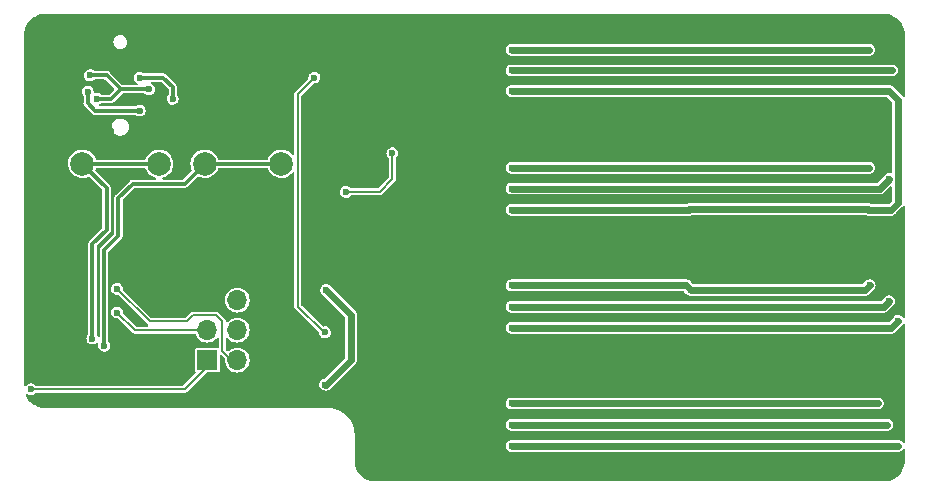
<source format=gbr>
%TF.GenerationSoftware,KiCad,Pcbnew,(6.0.0)*%
%TF.CreationDate,2022-11-26T21:53:31+02:00*%
%TF.ProjectId,mood,6d6f6f64-2e6b-4696-9361-645f70636258,rev?*%
%TF.SameCoordinates,Original*%
%TF.FileFunction,Copper,L2,Bot*%
%TF.FilePolarity,Positive*%
%FSLAX46Y46*%
G04 Gerber Fmt 4.6, Leading zero omitted, Abs format (unit mm)*
G04 Created by KiCad (PCBNEW (6.0.0)) date 2022-11-26 21:53:31*
%MOMM*%
%LPD*%
G01*
G04 APERTURE LIST*
%TA.AperFunction,ComponentPad*%
%ADD10C,1.400000*%
%TD*%
%TA.AperFunction,ComponentPad*%
%ADD11C,5.600000*%
%TD*%
%TA.AperFunction,ComponentPad*%
%ADD12C,2.000000*%
%TD*%
%TA.AperFunction,ComponentPad*%
%ADD13R,1.700000X1.700000*%
%TD*%
%TA.AperFunction,ComponentPad*%
%ADD14O,1.700000X1.700000*%
%TD*%
%TA.AperFunction,ViaPad*%
%ADD15C,0.600000*%
%TD*%
%TA.AperFunction,Conductor*%
%ADD16C,0.300000*%
%TD*%
%TA.AperFunction,Conductor*%
%ADD17C,0.200000*%
%TD*%
%TA.AperFunction,Conductor*%
%ADD18C,0.600000*%
%TD*%
G04 APERTURE END LIST*
D10*
%TO.P,J2,S1,SHIELD*%
%TO.N,GND*%
X108260000Y-91210000D03*
X114210000Y-91570000D03*
X114210000Y-99830000D03*
X108260000Y-100190000D03*
%TD*%
D11*
%TO.P,H2,1,1*%
%TO.N,GND*%
X134100000Y-109500000D03*
%TD*%
D12*
%TO.P,SW2,1,A*%
%TO.N,GND*%
X122600000Y-106900000D03*
X129100000Y-106900000D03*
%TO.P,SW2,2,B*%
%TO.N,Net-(IC1-Pad16)*%
X129100000Y-102400000D03*
X122600000Y-102400000D03*
%TD*%
%TO.P,SW1,1,A*%
%TO.N,Net-(IC1-Pad15)*%
X112250000Y-102400000D03*
X118750000Y-102400000D03*
%TO.P,SW1,2,B*%
%TO.N,GND*%
X112250000Y-106900000D03*
X118750000Y-106900000D03*
%TD*%
D11*
%TO.P,H1,1,1*%
%TO.N,GND*%
X165100000Y-109500000D03*
%TD*%
D13*
%TO.P,J1,1,Pin_1*%
%TO.N,+3V0*%
X122825000Y-119025000D03*
D14*
%TO.P,J1,2,Pin_2*%
%TO.N,/rx*%
X125365000Y-119025000D03*
%TO.P,J1,3,Pin_3*%
%TO.N,/tx*%
X122825000Y-116485000D03*
%TO.P,J1,4,Pin_4*%
%TO.N,/boot*%
X125365000Y-116485000D03*
%TO.P,J1,5,Pin_5*%
%TO.N,GND*%
X122825000Y-113945000D03*
%TO.P,J1,6,Pin_6*%
%TO.N,/esp_en*%
X125365000Y-113945000D03*
%TD*%
D15*
%TO.N,GND*%
X111100000Y-93500000D03*
X111100000Y-91500000D03*
X113100000Y-93500000D03*
X138100000Y-120500000D03*
X138100000Y-118500000D03*
X140100000Y-120500000D03*
X140100000Y-118500000D03*
X146100000Y-120500000D03*
X148100000Y-120500000D03*
X156100000Y-120500000D03*
X156100000Y-118500000D03*
X158100000Y-120500000D03*
X158100000Y-118500000D03*
X164100000Y-120500000D03*
X164100000Y-118500000D03*
X166100000Y-120500000D03*
X166100000Y-118500000D03*
X172100000Y-120500000D03*
X172100000Y-118500000D03*
X174100000Y-120500000D03*
X174100000Y-118500000D03*
X147100000Y-98500000D03*
X149100000Y-98500000D03*
X151100000Y-98500000D03*
X156100000Y-100500000D03*
X158100000Y-100500000D03*
X158100000Y-98500000D03*
X156100000Y-98500000D03*
X164100000Y-100500000D03*
X166100000Y-100500000D03*
X166100000Y-98500000D03*
X164100000Y-98500000D03*
X174100000Y-100500000D03*
X172100000Y-100500000D03*
X172100000Y-98500000D03*
X174100000Y-98500000D03*
X178100000Y-109500000D03*
X176100000Y-109500000D03*
X174100000Y-109500000D03*
X172100000Y-109500000D03*
X170100000Y-109500000D03*
X160100000Y-109500000D03*
X158100000Y-109500000D03*
X156100000Y-109500000D03*
X154100000Y-109500000D03*
X150100000Y-109500000D03*
X146100000Y-109500000D03*
X144100000Y-109500000D03*
X142100000Y-109500000D03*
X140100000Y-109500000D03*
X131100000Y-104500000D03*
X131100000Y-102500000D03*
X113100000Y-104500000D03*
X115100000Y-103500000D03*
X125100000Y-106500000D03*
X127100000Y-106500000D03*
X127100000Y-104500000D03*
X125100000Y-104500000D03*
X120100000Y-113500000D03*
X118100000Y-113500000D03*
X120100000Y-119500000D03*
X118100000Y-119500000D03*
X116100000Y-119500000D03*
%TO.N,Net-(J2-PadA5)*%
X117093344Y-95106655D03*
X119900000Y-96900000D03*
%TO.N,Net-(J2-PadB5)*%
X117100000Y-97900000D03*
X112700000Y-96300000D03*
%TO.N,+3V0*%
X138500000Y-101500000D03*
X134587500Y-104787500D03*
%TO.N,+BATT*%
X131900000Y-95100000D03*
X132797512Y-116671830D03*
%TO.N,+3V0*%
X132900000Y-113100000D03*
X132800000Y-121100000D03*
X107900000Y-121500000D03*
%TO.N,/G*%
X179000000Y-116300000D03*
X178850000Y-96250000D03*
X148600000Y-116300000D03*
X181299980Y-105700000D03*
X163700000Y-116300000D03*
X181300000Y-115700000D03*
X181300000Y-126300000D03*
X178900000Y-126300000D03*
X148600000Y-126300000D03*
X163600000Y-96250000D03*
X163700000Y-126300000D03*
X148600000Y-96250000D03*
X148600000Y-106300000D03*
X163600000Y-106300000D03*
X178800000Y-106300000D03*
%TO.N,/R*%
X180550460Y-103700000D03*
X178900000Y-124500000D03*
X179000000Y-114500000D03*
X148600000Y-104500000D03*
X163600000Y-94500000D03*
X163700000Y-124500000D03*
X180400000Y-124500000D03*
X163600000Y-104500000D03*
X148600000Y-124500000D03*
X148600000Y-114500000D03*
X163800000Y-114500000D03*
X180800000Y-94500000D03*
X178850000Y-104500000D03*
X180550480Y-114049520D03*
X148600000Y-94500000D03*
X178850000Y-94500000D03*
%TO.N,/B*%
X178850000Y-102750000D03*
X163600000Y-102750000D03*
X148600000Y-102750000D03*
X178900000Y-122700000D03*
X163700000Y-122700000D03*
X178900000Y-112700000D03*
X179600000Y-122700000D03*
X148600000Y-92750000D03*
X148600000Y-122700000D03*
X178850000Y-92750000D03*
X148600000Y-112700000D03*
X163800000Y-113100000D03*
X163600000Y-92750000D03*
%TO.N,/rx*%
X115200000Y-113000000D03*
%TO.N,/tx*%
X115200000Y-115000000D03*
%TO.N,Net-(IC1-Pad15)*%
X113100000Y-117200000D03*
%TO.N,Net-(IC1-Pad16)*%
X114100000Y-117800000D03*
%TO.N,Net-(J2-PadA7)*%
X112900000Y-94900000D03*
X113500000Y-96900000D03*
X117900000Y-96100000D03*
%TD*%
D16*
%TO.N,Net-(J2-PadA5)*%
X119100000Y-95100000D02*
X117099999Y-95100000D01*
X117099999Y-95100000D02*
X117093344Y-95106655D01*
X119900000Y-95900000D02*
X119100000Y-95100000D01*
X119900000Y-96900000D02*
X119900000Y-95900000D01*
%TO.N,Net-(J2-PadB5)*%
X113300000Y-97900000D02*
X117100000Y-97900000D01*
X112700000Y-96300000D02*
X112700000Y-97300000D01*
X112700000Y-97300000D02*
X113300000Y-97900000D01*
%TO.N,Net-(J2-PadA7)*%
X114700000Y-96900000D02*
X115500000Y-96100000D01*
X113500000Y-96900000D02*
X114700000Y-96900000D01*
D17*
%TO.N,+3V0*%
X122825000Y-119575000D02*
X122825000Y-119025000D01*
X120900000Y-121500000D02*
X122825000Y-119575000D01*
X107900000Y-121500000D02*
X120900000Y-121500000D01*
D18*
X135000000Y-119000000D02*
X132900000Y-121100000D01*
X132900000Y-121100000D02*
X132800000Y-121100000D01*
X132900000Y-113100000D02*
X135000000Y-115200000D01*
X135000000Y-115200000D02*
X135000000Y-119000000D01*
D17*
%TO.N,+BATT*%
X130500000Y-114500000D02*
X130500000Y-96500000D01*
X132671830Y-116671830D02*
X130500000Y-114500000D01*
X130500000Y-96500000D02*
X131900000Y-95100000D01*
X132797512Y-116671830D02*
X132671830Y-116671830D01*
%TO.N,+3V0*%
X138500000Y-103700000D02*
X138500000Y-101500000D01*
X137412500Y-104787500D02*
X138500000Y-103700000D01*
X134587500Y-104787500D02*
X137412500Y-104787500D01*
%TO.N,/tx*%
X116685000Y-116485000D02*
X122825000Y-116485000D01*
X115200000Y-115000000D02*
X116685000Y-116485000D01*
%TO.N,/rx*%
X124875000Y-119025000D02*
X125365000Y-119025000D01*
X124100000Y-118250000D02*
X124875000Y-119025000D01*
X124100000Y-115750000D02*
X124100000Y-118250000D01*
X123600000Y-115250000D02*
X124100000Y-115750000D01*
X121100000Y-115750000D02*
X121600000Y-115250000D01*
X115200000Y-113000000D02*
X117950000Y-115750000D01*
X117950000Y-115750000D02*
X121100000Y-115750000D01*
X121600000Y-115250000D02*
X123600000Y-115250000D01*
D18*
%TO.N,/G*%
X148600000Y-116300000D02*
X163700000Y-116300000D01*
X178750489Y-106250489D02*
X178800000Y-106300000D01*
X148600000Y-96250000D02*
X163600000Y-96250000D01*
X163700000Y-126300000D02*
X178900000Y-126300000D01*
X181300000Y-105699980D02*
X181300000Y-97000000D01*
X148600000Y-106300000D02*
X163600000Y-106300000D01*
X163600000Y-106300000D02*
X163649511Y-106250489D01*
X179000000Y-116300000D02*
X180700000Y-116300000D01*
X181299980Y-105700000D02*
X180699980Y-106300000D01*
X181299980Y-105700000D02*
X181300000Y-105699980D01*
X163649511Y-106250489D02*
X178750489Y-106250489D01*
X148600000Y-126300000D02*
X163700000Y-126300000D01*
X163600000Y-96250000D02*
X178850000Y-96250000D01*
X181300000Y-97000000D02*
X180550000Y-96250000D01*
X163700000Y-116300000D02*
X179000000Y-116300000D01*
X178900000Y-126300000D02*
X181300000Y-126300000D01*
X180699980Y-106300000D02*
X178800000Y-106300000D01*
X180550000Y-96250000D02*
X178850000Y-96250000D01*
X180700000Y-116300000D02*
X181300000Y-115700000D01*
%TO.N,/R*%
X179000000Y-114500000D02*
X180100000Y-114500000D01*
X180100000Y-114500000D02*
X180550480Y-114049520D01*
X148600000Y-104500000D02*
X163600000Y-104500000D01*
X163600000Y-94500000D02*
X178850000Y-94500000D01*
X180550460Y-103700000D02*
X179750460Y-104500000D01*
X148600000Y-124500000D02*
X163700000Y-124500000D01*
X148600000Y-114500000D02*
X163800000Y-114500000D01*
X163800000Y-114500000D02*
X179000000Y-114500000D01*
X180800000Y-94500000D02*
X178850000Y-94500000D01*
X179750460Y-104500000D02*
X178850000Y-104500000D01*
X178900000Y-124500000D02*
X180400000Y-124500000D01*
X148600000Y-94500000D02*
X163600000Y-94500000D01*
X163700000Y-124500000D02*
X178900000Y-124500000D01*
X163600000Y-104500000D02*
X178850000Y-104500000D01*
%TO.N,/B*%
X163400000Y-112700000D02*
X163800000Y-113100000D01*
X148600000Y-112700000D02*
X163400000Y-112700000D01*
X178900000Y-122700000D02*
X179600000Y-122700000D01*
X178500000Y-113100000D02*
X178900000Y-112700000D01*
X163800000Y-113100000D02*
X178500000Y-113100000D01*
X163700000Y-122700000D02*
X178900000Y-122700000D01*
X163600000Y-102750000D02*
X178850000Y-102750000D01*
X148600000Y-92750000D02*
X163600000Y-92750000D01*
X163600000Y-92750000D02*
X178850000Y-92750000D01*
X148600000Y-122700000D02*
X163700000Y-122700000D01*
X148600000Y-102750000D02*
X163600000Y-102750000D01*
D16*
%TO.N,Net-(IC1-Pad15)*%
X112250000Y-102400000D02*
X118750000Y-102400000D01*
X114300000Y-104450000D02*
X112250000Y-102400000D01*
X114300000Y-108000000D02*
X114300000Y-104450000D01*
X113100000Y-109200000D02*
X114300000Y-108000000D01*
X113100000Y-117200000D02*
X113100000Y-109200000D01*
%TO.N,Net-(IC1-Pad16)*%
X116500000Y-104100000D02*
X120900000Y-104100000D01*
X122600000Y-102400000D02*
X129100000Y-102400000D01*
X114100000Y-117800000D02*
X114100000Y-109700000D01*
X120900000Y-104100000D02*
X122600000Y-102400000D01*
X115300000Y-108500000D02*
X115300000Y-105300000D01*
X115300000Y-105300000D02*
X116500000Y-104100000D01*
X114100000Y-109700000D02*
X115300000Y-108500000D01*
%TO.N,Net-(J2-PadA7)*%
X114300000Y-94900000D02*
X115500000Y-96100000D01*
X115500000Y-96100000D02*
X117900000Y-96100000D01*
X112900000Y-94900000D02*
X114300000Y-94900000D01*
%TD*%
%TA.AperFunction,Conductor*%
%TO.N,GND*%
G36*
X180088227Y-89702518D02*
G01*
X180099642Y-89705143D01*
X180110517Y-89702682D01*
X180121664Y-89702702D01*
X180121664Y-89702863D01*
X180131669Y-89702076D01*
X180203759Y-89706801D01*
X180328475Y-89714975D01*
X180341302Y-89716663D01*
X180559516Y-89760068D01*
X180572016Y-89763418D01*
X180782691Y-89834933D01*
X180794653Y-89839889D01*
X180876954Y-89880475D01*
X180994180Y-89938284D01*
X181005386Y-89944753D01*
X181190385Y-90068365D01*
X181200639Y-90076233D01*
X181367914Y-90222930D01*
X181377069Y-90232085D01*
X181523767Y-90399361D01*
X181531635Y-90409615D01*
X181655247Y-90594614D01*
X181661716Y-90605820D01*
X181760111Y-90805346D01*
X181765067Y-90817309D01*
X181836581Y-91027980D01*
X181839933Y-91040489D01*
X181883336Y-91258691D01*
X181885026Y-91271530D01*
X181897891Y-91467816D01*
X181897101Y-91477628D01*
X181897375Y-91477628D01*
X181897355Y-91488778D01*
X181894857Y-91499642D01*
X181897317Y-91510514D01*
X181897317Y-91510516D01*
X181897559Y-91511583D01*
X181900000Y-91533432D01*
X181900000Y-96662976D01*
X181881093Y-96721167D01*
X181831593Y-96757131D01*
X181770407Y-96757131D01*
X181727694Y-96726098D01*
X181725984Y-96727572D01*
X181694907Y-96691505D01*
X181689967Y-96685284D01*
X181689140Y-96684152D01*
X181681478Y-96673664D01*
X181670014Y-96662200D01*
X181665019Y-96656819D01*
X181637005Y-96624307D01*
X181637004Y-96624306D01*
X181632400Y-96618963D01*
X181625189Y-96614289D01*
X181609032Y-96601218D01*
X180951395Y-95943581D01*
X180943421Y-95933601D01*
X180943404Y-95933616D01*
X180938834Y-95928246D01*
X180935070Y-95922280D01*
X180929785Y-95917612D01*
X180929782Y-95917609D01*
X180894792Y-95886708D01*
X180890322Y-95882508D01*
X180878494Y-95870680D01*
X180869447Y-95863900D01*
X180863301Y-95858896D01*
X180827612Y-95827377D01*
X180818329Y-95823018D01*
X180801034Y-95812627D01*
X180792824Y-95806474D01*
X180763346Y-95795423D01*
X180748254Y-95789765D01*
X180740934Y-95786680D01*
X180704226Y-95769446D01*
X180704222Y-95769445D01*
X180697837Y-95766447D01*
X180690869Y-95765362D01*
X180690865Y-95765361D01*
X180687708Y-95764870D01*
X180668180Y-95759747D01*
X180665180Y-95758622D01*
X180665178Y-95758622D01*
X180658580Y-95756148D01*
X180611092Y-95752619D01*
X180603207Y-95751713D01*
X180592772Y-95750088D01*
X180592764Y-95750087D01*
X180588991Y-95749500D01*
X180572791Y-95749500D01*
X180565455Y-95749228D01*
X180562165Y-95748984D01*
X180515608Y-95745524D01*
X180508713Y-95746996D01*
X180508711Y-95746996D01*
X180507199Y-95747319D01*
X180486532Y-95749500D01*
X178858409Y-95749500D01*
X178857804Y-95749498D01*
X178856942Y-95749493D01*
X178781376Y-95749031D01*
X178780100Y-95749396D01*
X178778571Y-95749500D01*
X163608409Y-95749500D01*
X163607804Y-95749498D01*
X163606942Y-95749493D01*
X163531376Y-95749031D01*
X163530100Y-95749396D01*
X163528571Y-95749500D01*
X148608409Y-95749500D01*
X148607804Y-95749498D01*
X148538432Y-95749074D01*
X148538431Y-95749074D01*
X148531376Y-95749031D01*
X148501747Y-95757500D01*
X148488582Y-95760309D01*
X148458082Y-95764677D01*
X148451662Y-95767596D01*
X148451658Y-95767597D01*
X148433381Y-95775907D01*
X148419616Y-95780972D01*
X148393529Y-95788428D01*
X148387564Y-95792192D01*
X148387563Y-95792192D01*
X148367474Y-95804867D01*
X148355622Y-95811262D01*
X148333992Y-95821096D01*
X148333987Y-95821099D01*
X148327572Y-95824016D01*
X148322229Y-95828620D01*
X148307022Y-95841723D01*
X148295227Y-95850451D01*
X148278249Y-95861163D01*
X148278245Y-95861167D01*
X148272280Y-95864930D01*
X148251877Y-95888033D01*
X148242308Y-95897485D01*
X148218963Y-95917600D01*
X148212798Y-95927112D01*
X148204206Y-95940367D01*
X148195341Y-95952048D01*
X148177377Y-95972388D01*
X148164280Y-96000283D01*
X148157745Y-96012047D01*
X148140985Y-96037905D01*
X148138963Y-96044667D01*
X148133211Y-96063899D01*
X148127981Y-96077597D01*
X148116447Y-96102163D01*
X148115361Y-96109138D01*
X148111707Y-96132604D01*
X148108735Y-96145738D01*
X148101928Y-96168499D01*
X148101927Y-96168507D01*
X148099907Y-96175261D01*
X148099864Y-96182314D01*
X148099741Y-96202389D01*
X148098565Y-96217013D01*
X148094391Y-96243823D01*
X148096518Y-96260082D01*
X148098386Y-96274368D01*
X148099220Y-96287809D01*
X148099193Y-96292204D01*
X148099079Y-96310843D01*
X148099031Y-96318624D01*
X148100970Y-96325408D01*
X148100970Y-96325409D01*
X148106487Y-96344711D01*
X148109463Y-96359082D01*
X148112065Y-96378986D01*
X148112066Y-96378990D01*
X148112980Y-96385979D01*
X148115820Y-96392433D01*
X148115820Y-96392434D01*
X148125389Y-96414181D01*
X148129958Y-96426836D01*
X148138428Y-96456471D01*
X148142190Y-96462434D01*
X148142192Y-96462438D01*
X148152909Y-96479424D01*
X148159793Y-96492369D01*
X148170720Y-96517203D01*
X148175260Y-96522604D01*
X148190544Y-96540787D01*
X148198486Y-96551657D01*
X148214930Y-96577720D01*
X148220214Y-96582387D01*
X148220216Y-96582389D01*
X148235269Y-96595684D01*
X148245513Y-96606182D01*
X148253032Y-96615126D01*
X148262970Y-96626948D01*
X148268841Y-96630856D01*
X148268842Y-96630857D01*
X148288621Y-96644023D01*
X148299297Y-96652230D01*
X148322388Y-96672623D01*
X148328770Y-96675619D01*
X148328774Y-96675622D01*
X148346944Y-96684152D01*
X148359722Y-96691352D01*
X148382313Y-96706390D01*
X148389042Y-96708492D01*
X148389046Y-96708494D01*
X148411720Y-96715577D01*
X148424268Y-96720456D01*
X148452163Y-96733553D01*
X148478982Y-96737729D01*
X148493261Y-96741051D01*
X148519157Y-96749142D01*
X148539335Y-96749512D01*
X148553093Y-96749764D01*
X148557695Y-96749984D01*
X148561009Y-96750500D01*
X148592340Y-96750500D01*
X148594155Y-96750517D01*
X148655447Y-96751641D01*
X148655449Y-96751641D01*
X148662499Y-96751770D01*
X148666100Y-96750788D01*
X148670746Y-96750500D01*
X163592340Y-96750500D01*
X163594155Y-96750517D01*
X163655447Y-96751641D01*
X163655449Y-96751641D01*
X163662499Y-96751770D01*
X163666100Y-96750788D01*
X163670746Y-96750500D01*
X178842340Y-96750500D01*
X178844155Y-96750517D01*
X178905447Y-96751641D01*
X178905449Y-96751641D01*
X178912499Y-96751770D01*
X178916100Y-96750788D01*
X178920746Y-96750500D01*
X180301678Y-96750500D01*
X180359869Y-96769407D01*
X180371682Y-96779496D01*
X180770504Y-97178318D01*
X180798281Y-97232835D01*
X180799500Y-97248322D01*
X180799500Y-103119095D01*
X180780593Y-103177286D01*
X180731093Y-103213250D01*
X180672135Y-103213944D01*
X180625199Y-103199907D01*
X180618145Y-103199864D01*
X180616574Y-103199629D01*
X180599459Y-103197663D01*
X180597889Y-103197537D01*
X180591013Y-103195981D01*
X180568458Y-103197380D01*
X180539835Y-103199156D01*
X180533101Y-103199344D01*
X180488889Y-103199074D01*
X180488888Y-103199074D01*
X180481836Y-103199031D01*
X180475052Y-103200970D01*
X180473488Y-103201184D01*
X180456519Y-103204100D01*
X180454965Y-103204422D01*
X180447922Y-103204859D01*
X180412656Y-103217590D01*
X180399700Y-103222267D01*
X180393291Y-103224337D01*
X180350772Y-103236489D01*
X180350770Y-103236490D01*
X180343989Y-103238428D01*
X180338024Y-103242192D01*
X180336561Y-103242846D01*
X180321113Y-103250397D01*
X180319704Y-103251146D01*
X180313073Y-103253540D01*
X180307380Y-103257699D01*
X180307378Y-103257700D01*
X180271678Y-103283781D01*
X180266107Y-103287567D01*
X180222740Y-103314930D01*
X180218073Y-103320214D01*
X180218071Y-103320216D01*
X180187168Y-103355208D01*
X180182968Y-103359678D01*
X179572142Y-103970504D01*
X179517625Y-103998281D01*
X179502138Y-103999500D01*
X178858409Y-103999500D01*
X178857804Y-103999498D01*
X178856942Y-103999493D01*
X178781376Y-103999031D01*
X178780100Y-103999396D01*
X178778571Y-103999500D01*
X163608409Y-103999500D01*
X163607804Y-103999498D01*
X163606942Y-103999493D01*
X163531376Y-103999031D01*
X163530100Y-103999396D01*
X163528571Y-103999500D01*
X148608409Y-103999500D01*
X148607804Y-103999498D01*
X148538432Y-103999074D01*
X148538431Y-103999074D01*
X148531376Y-103999031D01*
X148501747Y-104007500D01*
X148488582Y-104010309D01*
X148458082Y-104014677D01*
X148451662Y-104017596D01*
X148451658Y-104017597D01*
X148433381Y-104025907D01*
X148419616Y-104030972D01*
X148393529Y-104038428D01*
X148387564Y-104042192D01*
X148387563Y-104042192D01*
X148367474Y-104054867D01*
X148355622Y-104061262D01*
X148333992Y-104071096D01*
X148333987Y-104071099D01*
X148327572Y-104074016D01*
X148322229Y-104078620D01*
X148307022Y-104091723D01*
X148295227Y-104100451D01*
X148278249Y-104111163D01*
X148278245Y-104111167D01*
X148272280Y-104114930D01*
X148251877Y-104138033D01*
X148242308Y-104147485D01*
X148218963Y-104167600D01*
X148215126Y-104173520D01*
X148204206Y-104190367D01*
X148195341Y-104202048D01*
X148177377Y-104222388D01*
X148164280Y-104250283D01*
X148157745Y-104262047D01*
X148140985Y-104287905D01*
X148138963Y-104294667D01*
X148133211Y-104313899D01*
X148127981Y-104327597D01*
X148116447Y-104352163D01*
X148115361Y-104359138D01*
X148111707Y-104382604D01*
X148108735Y-104395738D01*
X148101928Y-104418499D01*
X148101927Y-104418507D01*
X148099907Y-104425261D01*
X148099832Y-104437577D01*
X148099741Y-104452389D01*
X148098565Y-104467013D01*
X148094391Y-104493823D01*
X148095306Y-104500817D01*
X148098386Y-104524368D01*
X148099220Y-104537809D01*
X148099031Y-104568624D01*
X148100970Y-104575408D01*
X148100970Y-104575409D01*
X148106487Y-104594711D01*
X148109463Y-104609082D01*
X148112065Y-104628986D01*
X148112066Y-104628990D01*
X148112980Y-104635979D01*
X148115820Y-104642433D01*
X148115820Y-104642434D01*
X148125389Y-104664181D01*
X148129958Y-104676836D01*
X148138428Y-104706471D01*
X148142190Y-104712434D01*
X148142192Y-104712438D01*
X148152909Y-104729424D01*
X148159793Y-104742369D01*
X148170720Y-104767203D01*
X148175260Y-104772604D01*
X148190544Y-104790787D01*
X148198486Y-104801657D01*
X148214930Y-104827720D01*
X148220214Y-104832387D01*
X148220216Y-104832389D01*
X148235269Y-104845684D01*
X148245513Y-104856182D01*
X148254963Y-104867423D01*
X148262970Y-104876948D01*
X148268841Y-104880856D01*
X148268842Y-104880857D01*
X148288621Y-104894023D01*
X148299297Y-104902230D01*
X148315435Y-104916482D01*
X148322388Y-104922623D01*
X148328770Y-104925619D01*
X148328774Y-104925622D01*
X148346944Y-104934152D01*
X148359722Y-104941352D01*
X148382313Y-104956390D01*
X148389042Y-104958492D01*
X148389046Y-104958494D01*
X148411720Y-104965577D01*
X148424268Y-104970456D01*
X148452163Y-104983553D01*
X148478982Y-104987729D01*
X148493261Y-104991051D01*
X148519157Y-104999142D01*
X148539335Y-104999512D01*
X148553093Y-104999764D01*
X148557695Y-104999984D01*
X148561009Y-105000500D01*
X148592340Y-105000500D01*
X148594155Y-105000517D01*
X148655447Y-105001641D01*
X148655449Y-105001641D01*
X148662499Y-105001770D01*
X148666100Y-105000788D01*
X148670746Y-105000500D01*
X163592340Y-105000500D01*
X163594155Y-105000517D01*
X163655447Y-105001641D01*
X163655449Y-105001641D01*
X163662499Y-105001770D01*
X163666100Y-105000788D01*
X163670746Y-105000500D01*
X178842340Y-105000500D01*
X178844155Y-105000517D01*
X178905447Y-105001641D01*
X178905449Y-105001641D01*
X178912499Y-105001770D01*
X178916100Y-105000788D01*
X178920746Y-105000500D01*
X179683294Y-105000500D01*
X179695995Y-105001919D01*
X179695997Y-105001897D01*
X179703029Y-105002463D01*
X179709907Y-105004019D01*
X179763561Y-105000690D01*
X179769693Y-105000500D01*
X179786400Y-105000500D01*
X179789887Y-105000001D01*
X179789895Y-105000000D01*
X179797581Y-104998899D01*
X179805484Y-104998089D01*
X179845961Y-104995578D01*
X179845964Y-104995577D01*
X179852998Y-104995141D01*
X179859627Y-104992748D01*
X179859631Y-104992747D01*
X179862647Y-104991658D01*
X179882223Y-104986777D01*
X179883415Y-104986606D01*
X179885396Y-104986323D01*
X179885397Y-104986323D01*
X179892378Y-104985323D01*
X179898797Y-104982404D01*
X179898802Y-104982403D01*
X179935717Y-104965619D01*
X179943075Y-104962623D01*
X179971163Y-104952483D01*
X179987847Y-104946460D01*
X179996132Y-104940408D01*
X180013546Y-104930232D01*
X180022888Y-104925984D01*
X180050456Y-104902230D01*
X180058955Y-104894907D01*
X180065176Y-104889967D01*
X180065606Y-104889653D01*
X180076796Y-104881478D01*
X180088260Y-104870014D01*
X180093641Y-104865019D01*
X180126153Y-104837005D01*
X180126154Y-104837004D01*
X180131497Y-104832400D01*
X180136171Y-104825189D01*
X180149242Y-104809033D01*
X180630496Y-104327778D01*
X180685013Y-104300000D01*
X180745445Y-104309571D01*
X180788710Y-104352836D01*
X180799500Y-104397781D01*
X180799500Y-105451658D01*
X180780593Y-105509849D01*
X180770504Y-105521662D01*
X180521662Y-105770504D01*
X180467145Y-105798281D01*
X180451658Y-105799500D01*
X178991353Y-105799500D01*
X178956596Y-105793198D01*
X178948739Y-105790252D01*
X178941423Y-105787169D01*
X178904715Y-105769935D01*
X178904711Y-105769934D01*
X178898326Y-105766936D01*
X178891358Y-105765851D01*
X178891354Y-105765850D01*
X178888197Y-105765359D01*
X178868669Y-105760236D01*
X178865669Y-105759111D01*
X178865667Y-105759111D01*
X178859069Y-105756637D01*
X178811581Y-105753108D01*
X178803696Y-105752202D01*
X178793261Y-105750577D01*
X178793253Y-105750576D01*
X178789480Y-105749989D01*
X178773280Y-105749989D01*
X178765944Y-105749717D01*
X178762654Y-105749473D01*
X178716097Y-105746013D01*
X178709202Y-105747485D01*
X178709200Y-105747485D01*
X178707688Y-105747808D01*
X178687021Y-105749989D01*
X163716676Y-105749989D01*
X163703975Y-105748570D01*
X163703973Y-105748592D01*
X163696941Y-105748026D01*
X163690063Y-105746470D01*
X163638903Y-105749644D01*
X163636408Y-105749799D01*
X163630277Y-105749989D01*
X163613571Y-105749989D01*
X163610084Y-105750488D01*
X163610076Y-105750489D01*
X163602390Y-105751590D01*
X163594487Y-105752400D01*
X163554010Y-105754911D01*
X163554007Y-105754912D01*
X163546973Y-105755348D01*
X163540344Y-105757741D01*
X163540340Y-105757742D01*
X163537324Y-105758831D01*
X163517748Y-105763712D01*
X163517146Y-105763798D01*
X163514575Y-105764166D01*
X163514574Y-105764166D01*
X163507593Y-105765166D01*
X163501174Y-105768085D01*
X163501169Y-105768086D01*
X163464254Y-105784870D01*
X163456897Y-105787865D01*
X163440965Y-105793617D01*
X163407347Y-105799500D01*
X148608409Y-105799500D01*
X148607804Y-105799498D01*
X148538432Y-105799074D01*
X148538431Y-105799074D01*
X148531376Y-105799031D01*
X148501747Y-105807500D01*
X148488582Y-105810309D01*
X148458082Y-105814677D01*
X148451662Y-105817596D01*
X148451658Y-105817597D01*
X148433381Y-105825907D01*
X148419616Y-105830972D01*
X148393529Y-105838428D01*
X148387564Y-105842192D01*
X148387563Y-105842192D01*
X148367474Y-105854867D01*
X148355622Y-105861262D01*
X148333992Y-105871096D01*
X148333987Y-105871099D01*
X148327572Y-105874016D01*
X148322229Y-105878620D01*
X148307022Y-105891723D01*
X148295227Y-105900451D01*
X148278249Y-105911163D01*
X148278245Y-105911167D01*
X148272280Y-105914930D01*
X148251877Y-105938033D01*
X148242308Y-105947485D01*
X148218963Y-105967600D01*
X148212039Y-105978283D01*
X148204206Y-105990367D01*
X148195341Y-106002048D01*
X148177377Y-106022388D01*
X148164280Y-106050283D01*
X148157745Y-106062047D01*
X148140985Y-106087905D01*
X148138963Y-106094667D01*
X148133211Y-106113899D01*
X148127981Y-106127597D01*
X148116447Y-106152163D01*
X148115361Y-106159138D01*
X148111707Y-106182604D01*
X148108735Y-106195738D01*
X148101928Y-106218499D01*
X148101927Y-106218507D01*
X148099907Y-106225261D01*
X148099864Y-106232314D01*
X148099741Y-106252389D01*
X148098565Y-106267013D01*
X148094391Y-106293823D01*
X148095306Y-106300817D01*
X148098386Y-106324368D01*
X148099220Y-106337809D01*
X148099031Y-106368624D01*
X148100970Y-106375408D01*
X148100970Y-106375409D01*
X148106487Y-106394711D01*
X148109463Y-106409082D01*
X148112065Y-106428986D01*
X148112066Y-106428990D01*
X148112980Y-106435979D01*
X148115820Y-106442433D01*
X148115820Y-106442434D01*
X148125389Y-106464181D01*
X148129958Y-106476836D01*
X148138428Y-106506471D01*
X148142190Y-106512434D01*
X148142192Y-106512438D01*
X148152909Y-106529424D01*
X148159793Y-106542369D01*
X148170720Y-106567203D01*
X148175260Y-106572604D01*
X148190544Y-106590787D01*
X148198486Y-106601657D01*
X148214930Y-106627720D01*
X148220214Y-106632387D01*
X148220216Y-106632389D01*
X148235269Y-106645684D01*
X148245513Y-106656182D01*
X148254963Y-106667423D01*
X148262970Y-106676948D01*
X148268841Y-106680856D01*
X148268842Y-106680857D01*
X148288621Y-106694023D01*
X148299297Y-106702230D01*
X148322388Y-106722623D01*
X148328770Y-106725619D01*
X148328774Y-106725622D01*
X148346944Y-106734152D01*
X148359722Y-106741352D01*
X148382313Y-106756390D01*
X148389042Y-106758492D01*
X148389046Y-106758494D01*
X148411720Y-106765577D01*
X148424268Y-106770456D01*
X148452163Y-106783553D01*
X148478982Y-106787729D01*
X148493261Y-106791051D01*
X148519157Y-106799142D01*
X148539335Y-106799512D01*
X148553093Y-106799764D01*
X148557695Y-106799984D01*
X148561009Y-106800500D01*
X148592340Y-106800500D01*
X148594155Y-106800517D01*
X148655447Y-106801641D01*
X148655449Y-106801641D01*
X148662499Y-106801770D01*
X148666100Y-106800788D01*
X148670746Y-106800500D01*
X163532834Y-106800500D01*
X163545535Y-106801919D01*
X163545537Y-106801897D01*
X163552569Y-106802463D01*
X163559447Y-106804019D01*
X163599907Y-106801509D01*
X163606969Y-106801071D01*
X163614913Y-106800898D01*
X163655446Y-106801641D01*
X163655448Y-106801641D01*
X163662499Y-106801770D01*
X163672400Y-106799071D01*
X163692304Y-106795776D01*
X163695500Y-106795578D01*
X163695502Y-106795578D01*
X163702538Y-106795141D01*
X163709167Y-106792748D01*
X163709171Y-106792747D01*
X163712187Y-106791658D01*
X163731763Y-106786777D01*
X163732955Y-106786606D01*
X163734936Y-106786323D01*
X163734937Y-106786323D01*
X163741918Y-106785323D01*
X163748336Y-106782405D01*
X163748339Y-106782404D01*
X163763261Y-106775619D01*
X163778197Y-106770227D01*
X163794013Y-106765915D01*
X163800817Y-106764060D01*
X163806826Y-106760370D01*
X163809690Y-106759131D01*
X163849007Y-106750989D01*
X178550911Y-106750989D01*
X178581815Y-106757981D01*
X178582312Y-106756390D01*
X178611720Y-106765577D01*
X178624268Y-106770456D01*
X178652163Y-106783553D01*
X178662300Y-106785131D01*
X178681816Y-106790252D01*
X178691419Y-106793852D01*
X178698451Y-106794375D01*
X178705341Y-106795890D01*
X178705281Y-106796164D01*
X178705419Y-106796190D01*
X178705464Y-106795912D01*
X178712424Y-106797039D01*
X178719157Y-106799142D01*
X178738798Y-106799502D01*
X178753093Y-106799764D01*
X178757695Y-106799984D01*
X178761009Y-106800500D01*
X178777208Y-106800500D01*
X178784544Y-106800772D01*
X178786240Y-106800898D01*
X178834391Y-106804476D01*
X178841292Y-106803003D01*
X178848326Y-106802523D01*
X178848345Y-106802806D01*
X178848483Y-106802793D01*
X178848448Y-106802512D01*
X178855447Y-106801640D01*
X178862499Y-106801770D01*
X178866100Y-106800788D01*
X178870744Y-106800500D01*
X180632814Y-106800500D01*
X180645515Y-106801919D01*
X180645517Y-106801897D01*
X180652549Y-106802463D01*
X180659427Y-106804019D01*
X180713081Y-106800690D01*
X180719213Y-106800500D01*
X180735920Y-106800500D01*
X180739407Y-106800001D01*
X180739415Y-106800000D01*
X180747101Y-106798899D01*
X180755004Y-106798089D01*
X180795481Y-106795578D01*
X180795484Y-106795577D01*
X180802518Y-106795141D01*
X180809147Y-106792748D01*
X180809151Y-106792747D01*
X180812167Y-106791658D01*
X180831743Y-106786777D01*
X180832935Y-106786606D01*
X180834916Y-106786323D01*
X180834917Y-106786323D01*
X180841898Y-106785323D01*
X180848317Y-106782404D01*
X180848322Y-106782403D01*
X180885237Y-106765619D01*
X180892595Y-106762623D01*
X180909860Y-106756390D01*
X180937367Y-106746460D01*
X180945652Y-106740408D01*
X180963066Y-106730232D01*
X180972408Y-106725984D01*
X180999976Y-106702230D01*
X181008475Y-106694907D01*
X181014696Y-106689967D01*
X181015126Y-106689653D01*
X181026316Y-106681478D01*
X181037780Y-106670014D01*
X181043161Y-106665019D01*
X181075673Y-106637005D01*
X181075674Y-106637004D01*
X181081017Y-106632400D01*
X181085691Y-106625189D01*
X181098762Y-106609032D01*
X181603781Y-106104013D01*
X181611861Y-106097638D01*
X181611533Y-106097242D01*
X181616499Y-106093119D01*
X181617391Y-106092471D01*
X181622971Y-106089045D01*
X181625078Y-106086717D01*
X181627720Y-106085050D01*
X181663292Y-106044772D01*
X181667492Y-106040302D01*
X181679320Y-106028474D01*
X181683906Y-106022355D01*
X181689724Y-106015297D01*
X181719180Y-105982754D01*
X181720240Y-105980566D01*
X181721955Y-105978349D01*
X181722629Y-105977586D01*
X181723418Y-105978283D01*
X181766008Y-105944164D01*
X181827126Y-105941283D01*
X181878264Y-105974877D01*
X181900000Y-106036774D01*
X181900000Y-115362976D01*
X181881093Y-115421167D01*
X181831593Y-115457131D01*
X181770407Y-115457131D01*
X181727697Y-115426100D01*
X181725987Y-115427574D01*
X181721710Y-115422611D01*
X181710779Y-115406736D01*
X181709816Y-115405435D01*
X181706468Y-115399229D01*
X181670437Y-115362755D01*
X181665868Y-115357804D01*
X181637002Y-115324303D01*
X181636999Y-115324300D01*
X181632400Y-115318963D01*
X181626482Y-115315127D01*
X181625285Y-115314083D01*
X181611933Y-115303213D01*
X181610672Y-115302256D01*
X181605714Y-115297237D01*
X181561364Y-115272602D01*
X181560889Y-115272338D01*
X181555134Y-115268881D01*
X181512095Y-115240985D01*
X181505338Y-115238965D01*
X181503885Y-115238293D01*
X181488020Y-115231608D01*
X181486548Y-115231046D01*
X181480384Y-115227622D01*
X181430363Y-115216303D01*
X181423851Y-115214594D01*
X181381497Y-115201928D01*
X181374739Y-115199907D01*
X181367688Y-115199864D01*
X181366117Y-115199629D01*
X181348998Y-115197663D01*
X181347428Y-115197537D01*
X181340552Y-115195981D01*
X181317997Y-115197380D01*
X181289374Y-115199156D01*
X181282640Y-115199344D01*
X181238429Y-115199074D01*
X181238428Y-115199074D01*
X181231376Y-115199031D01*
X181224592Y-115200970D01*
X181223028Y-115201184D01*
X181206059Y-115204100D01*
X181204505Y-115204422D01*
X181197462Y-115204859D01*
X181190825Y-115207255D01*
X181149240Y-115222267D01*
X181142831Y-115224337D01*
X181100312Y-115236489D01*
X181100310Y-115236490D01*
X181093529Y-115238428D01*
X181087564Y-115242192D01*
X181086101Y-115242846D01*
X181070653Y-115250397D01*
X181069244Y-115251146D01*
X181062613Y-115253540D01*
X181056920Y-115257699D01*
X181056918Y-115257700D01*
X181021218Y-115283781D01*
X181015647Y-115287567D01*
X180972280Y-115314930D01*
X180967613Y-115320214D01*
X180967611Y-115320216D01*
X180936708Y-115355208D01*
X180932508Y-115359678D01*
X180521682Y-115770504D01*
X180467165Y-115798281D01*
X180451678Y-115799500D01*
X179008409Y-115799500D01*
X179007804Y-115799498D01*
X179006942Y-115799493D01*
X178931376Y-115799031D01*
X178930100Y-115799396D01*
X178928571Y-115799500D01*
X163708409Y-115799500D01*
X163707804Y-115799498D01*
X163706942Y-115799493D01*
X163631376Y-115799031D01*
X163630100Y-115799396D01*
X163628571Y-115799500D01*
X148608409Y-115799500D01*
X148607804Y-115799498D01*
X148538432Y-115799074D01*
X148538431Y-115799074D01*
X148531376Y-115799031D01*
X148501747Y-115807500D01*
X148488582Y-115810309D01*
X148458082Y-115814677D01*
X148451662Y-115817596D01*
X148451658Y-115817597D01*
X148433381Y-115825907D01*
X148419616Y-115830972D01*
X148393529Y-115838428D01*
X148387564Y-115842192D01*
X148387563Y-115842192D01*
X148367474Y-115854867D01*
X148355622Y-115861262D01*
X148333992Y-115871096D01*
X148333987Y-115871099D01*
X148327572Y-115874016D01*
X148322229Y-115878620D01*
X148307022Y-115891723D01*
X148295227Y-115900451D01*
X148278249Y-115911163D01*
X148278245Y-115911167D01*
X148272280Y-115914930D01*
X148251877Y-115938033D01*
X148242308Y-115947485D01*
X148218963Y-115967600D01*
X148215126Y-115973520D01*
X148204206Y-115990367D01*
X148195341Y-116002048D01*
X148177377Y-116022388D01*
X148164280Y-116050283D01*
X148157745Y-116062047D01*
X148140985Y-116087905D01*
X148138963Y-116094667D01*
X148133211Y-116113899D01*
X148127981Y-116127597D01*
X148116447Y-116152163D01*
X148115361Y-116159138D01*
X148111707Y-116182604D01*
X148108735Y-116195738D01*
X148101928Y-116218499D01*
X148101927Y-116218507D01*
X148099907Y-116225261D01*
X148099864Y-116232314D01*
X148099741Y-116252389D01*
X148098565Y-116267013D01*
X148094391Y-116293823D01*
X148095306Y-116300817D01*
X148098386Y-116324368D01*
X148099220Y-116337809D01*
X148099031Y-116368624D01*
X148100970Y-116375408D01*
X148100970Y-116375409D01*
X148106487Y-116394711D01*
X148109463Y-116409082D01*
X148112065Y-116428986D01*
X148112066Y-116428990D01*
X148112980Y-116435979D01*
X148115820Y-116442433D01*
X148115820Y-116442434D01*
X148125389Y-116464181D01*
X148129958Y-116476836D01*
X148138428Y-116506471D01*
X148142190Y-116512434D01*
X148142192Y-116512438D01*
X148152909Y-116529424D01*
X148159793Y-116542369D01*
X148170720Y-116567203D01*
X148175260Y-116572604D01*
X148190544Y-116590787D01*
X148198486Y-116601657D01*
X148214930Y-116627720D01*
X148220214Y-116632387D01*
X148220216Y-116632389D01*
X148235269Y-116645684D01*
X148245513Y-116656182D01*
X148258429Y-116671546D01*
X148262970Y-116676948D01*
X148268841Y-116680856D01*
X148268842Y-116680857D01*
X148288621Y-116694023D01*
X148299297Y-116702230D01*
X148322388Y-116722623D01*
X148328770Y-116725619D01*
X148328774Y-116725622D01*
X148346944Y-116734152D01*
X148359722Y-116741352D01*
X148382313Y-116756390D01*
X148389042Y-116758492D01*
X148389046Y-116758494D01*
X148411720Y-116765577D01*
X148424268Y-116770456D01*
X148452163Y-116783553D01*
X148478982Y-116787729D01*
X148493261Y-116791051D01*
X148519157Y-116799142D01*
X148539335Y-116799512D01*
X148553093Y-116799764D01*
X148557695Y-116799984D01*
X148561009Y-116800500D01*
X148592340Y-116800500D01*
X148594155Y-116800517D01*
X148655447Y-116801641D01*
X148655449Y-116801641D01*
X148662499Y-116801770D01*
X148666100Y-116800788D01*
X148670746Y-116800500D01*
X163692340Y-116800500D01*
X163694155Y-116800517D01*
X163755447Y-116801641D01*
X163755449Y-116801641D01*
X163762499Y-116801770D01*
X163766100Y-116800788D01*
X163770746Y-116800500D01*
X178992340Y-116800500D01*
X178994155Y-116800517D01*
X179055447Y-116801641D01*
X179055449Y-116801641D01*
X179062499Y-116801770D01*
X179066100Y-116800788D01*
X179070746Y-116800500D01*
X180632834Y-116800500D01*
X180645535Y-116801919D01*
X180645537Y-116801897D01*
X180652569Y-116802463D01*
X180659447Y-116804019D01*
X180713101Y-116800690D01*
X180719233Y-116800500D01*
X180735940Y-116800500D01*
X180739427Y-116800001D01*
X180739435Y-116800000D01*
X180747121Y-116798899D01*
X180755024Y-116798089D01*
X180795501Y-116795578D01*
X180795504Y-116795577D01*
X180802538Y-116795141D01*
X180809167Y-116792748D01*
X180809171Y-116792747D01*
X180812187Y-116791658D01*
X180831763Y-116786777D01*
X180832955Y-116786606D01*
X180834936Y-116786323D01*
X180834937Y-116786323D01*
X180841918Y-116785323D01*
X180848337Y-116782404D01*
X180848342Y-116782403D01*
X180885257Y-116765619D01*
X180892615Y-116762623D01*
X180922736Y-116751749D01*
X180937387Y-116746460D01*
X180945672Y-116740408D01*
X180963086Y-116730232D01*
X180972428Y-116725984D01*
X181000060Y-116702175D01*
X181008495Y-116694907D01*
X181014716Y-116689967D01*
X181017471Y-116687954D01*
X181026336Y-116681478D01*
X181037800Y-116670014D01*
X181043181Y-116665019D01*
X181075693Y-116637005D01*
X181075694Y-116637004D01*
X181081037Y-116632400D01*
X181085711Y-116625189D01*
X181098782Y-116609032D01*
X181603801Y-116104013D01*
X181611883Y-116097636D01*
X181611554Y-116097240D01*
X181616978Y-116092737D01*
X181622991Y-116089045D01*
X181632558Y-116078476D01*
X181661620Y-116046368D01*
X181665014Y-116042800D01*
X181679320Y-116028494D01*
X181683897Y-116022387D01*
X181689715Y-116015329D01*
X181714466Y-115987985D01*
X181714468Y-115987982D01*
X181719200Y-115982754D01*
X181720444Y-115980186D01*
X181767142Y-115943704D01*
X181828290Y-115941570D01*
X181879014Y-115975785D01*
X181900000Y-116036734D01*
X181900000Y-125962976D01*
X181881093Y-126021167D01*
X181831593Y-126057131D01*
X181770407Y-126057131D01*
X181728856Y-126025095D01*
X181725983Y-126027571D01*
X181708277Y-126007022D01*
X181699549Y-125995227D01*
X181688837Y-125978249D01*
X181688833Y-125978245D01*
X181685070Y-125972280D01*
X181661967Y-125951877D01*
X181652511Y-125942304D01*
X181632400Y-125918963D01*
X181609633Y-125904206D01*
X181597952Y-125895341D01*
X181577612Y-125877377D01*
X181549717Y-125864280D01*
X181537953Y-125857745D01*
X181518018Y-125844824D01*
X181512095Y-125840985D01*
X181494279Y-125835657D01*
X181486101Y-125833211D01*
X181472403Y-125827981D01*
X181447837Y-125816447D01*
X181417397Y-125811707D01*
X181404262Y-125808735D01*
X181381501Y-125801928D01*
X181381493Y-125801927D01*
X181374739Y-125799907D01*
X181340997Y-125799701D01*
X181340019Y-125799660D01*
X181338991Y-125799500D01*
X181308409Y-125799500D01*
X181307804Y-125799498D01*
X181306942Y-125799493D01*
X181231376Y-125799031D01*
X181230100Y-125799396D01*
X181228571Y-125799500D01*
X178908409Y-125799500D01*
X178907804Y-125799498D01*
X178906942Y-125799493D01*
X178831376Y-125799031D01*
X178830100Y-125799396D01*
X178828571Y-125799500D01*
X163708409Y-125799500D01*
X163707804Y-125799498D01*
X163706942Y-125799493D01*
X163631376Y-125799031D01*
X163630100Y-125799396D01*
X163628571Y-125799500D01*
X148608409Y-125799500D01*
X148607804Y-125799498D01*
X148538432Y-125799074D01*
X148538431Y-125799074D01*
X148531376Y-125799031D01*
X148501747Y-125807500D01*
X148488582Y-125810309D01*
X148458082Y-125814677D01*
X148451662Y-125817596D01*
X148451658Y-125817597D01*
X148433381Y-125825907D01*
X148419616Y-125830972D01*
X148393529Y-125838428D01*
X148387564Y-125842192D01*
X148387563Y-125842192D01*
X148367474Y-125854867D01*
X148355622Y-125861262D01*
X148333992Y-125871096D01*
X148333987Y-125871099D01*
X148327572Y-125874016D01*
X148322229Y-125878620D01*
X148307022Y-125891723D01*
X148295227Y-125900451D01*
X148278249Y-125911163D01*
X148278245Y-125911167D01*
X148272280Y-125914930D01*
X148251877Y-125938033D01*
X148242308Y-125947485D01*
X148218963Y-125967600D01*
X148215126Y-125973520D01*
X148204206Y-125990367D01*
X148195341Y-126002048D01*
X148177377Y-126022388D01*
X148164280Y-126050283D01*
X148157745Y-126062047D01*
X148140985Y-126087905D01*
X148138963Y-126094667D01*
X148133211Y-126113899D01*
X148127981Y-126127597D01*
X148116447Y-126152163D01*
X148115361Y-126159138D01*
X148111707Y-126182604D01*
X148108735Y-126195738D01*
X148101928Y-126218499D01*
X148101927Y-126218507D01*
X148099907Y-126225261D01*
X148099864Y-126232314D01*
X148099741Y-126252389D01*
X148098565Y-126267013D01*
X148094391Y-126293823D01*
X148096815Y-126312354D01*
X148098386Y-126324368D01*
X148099220Y-126337809D01*
X148099031Y-126368624D01*
X148100970Y-126375408D01*
X148100970Y-126375409D01*
X148106487Y-126394711D01*
X148109463Y-126409082D01*
X148112065Y-126428986D01*
X148112066Y-126428990D01*
X148112980Y-126435979D01*
X148115820Y-126442433D01*
X148115820Y-126442434D01*
X148125389Y-126464181D01*
X148129958Y-126476836D01*
X148138428Y-126506471D01*
X148142190Y-126512434D01*
X148142192Y-126512438D01*
X148152909Y-126529424D01*
X148159793Y-126542369D01*
X148170720Y-126567203D01*
X148175260Y-126572604D01*
X148190544Y-126590787D01*
X148198486Y-126601657D01*
X148214930Y-126627720D01*
X148220214Y-126632387D01*
X148220216Y-126632389D01*
X148235269Y-126645684D01*
X148245513Y-126656182D01*
X148258429Y-126671546D01*
X148262970Y-126676948D01*
X148268841Y-126680856D01*
X148268842Y-126680857D01*
X148288621Y-126694023D01*
X148299297Y-126702230D01*
X148322388Y-126722623D01*
X148328770Y-126725619D01*
X148328774Y-126725622D01*
X148346944Y-126734152D01*
X148359722Y-126741352D01*
X148382313Y-126756390D01*
X148389042Y-126758492D01*
X148389046Y-126758494D01*
X148411720Y-126765577D01*
X148424268Y-126770456D01*
X148452163Y-126783553D01*
X148478982Y-126787729D01*
X148493261Y-126791051D01*
X148519157Y-126799142D01*
X148539335Y-126799512D01*
X148553093Y-126799764D01*
X148557695Y-126799984D01*
X148561009Y-126800500D01*
X148592340Y-126800500D01*
X148594155Y-126800517D01*
X148655447Y-126801641D01*
X148655449Y-126801641D01*
X148662499Y-126801770D01*
X148666100Y-126800788D01*
X148670746Y-126800500D01*
X163692340Y-126800500D01*
X163694155Y-126800517D01*
X163755447Y-126801641D01*
X163755449Y-126801641D01*
X163762499Y-126801770D01*
X163766100Y-126800788D01*
X163770746Y-126800500D01*
X178892340Y-126800500D01*
X178894155Y-126800517D01*
X178955447Y-126801641D01*
X178955449Y-126801641D01*
X178962499Y-126801770D01*
X178966100Y-126800788D01*
X178970746Y-126800500D01*
X181292340Y-126800500D01*
X181294155Y-126800517D01*
X181355445Y-126801641D01*
X181355447Y-126801641D01*
X181362499Y-126801770D01*
X181369302Y-126799915D01*
X181369305Y-126799915D01*
X181395773Y-126792699D01*
X181407776Y-126790213D01*
X181417229Y-126788859D01*
X181441918Y-126785323D01*
X181463261Y-126775619D01*
X181478197Y-126770227D01*
X181482343Y-126769097D01*
X181500817Y-126764060D01*
X181530209Y-126746013D01*
X181541030Y-126740260D01*
X181566004Y-126728905D01*
X181566005Y-126728904D01*
X181572428Y-126725984D01*
X181590190Y-126710679D01*
X181603012Y-126701312D01*
X181616978Y-126692737D01*
X181622991Y-126689045D01*
X181646135Y-126663475D01*
X181654911Y-126654911D01*
X181675693Y-126637005D01*
X181675694Y-126637003D01*
X181681037Y-126632400D01*
X181693794Y-126612719D01*
X181703466Y-126600137D01*
X181714465Y-126587986D01*
X181714467Y-126587983D01*
X181719200Y-126582754D01*
X181720444Y-126580186D01*
X181767138Y-126543704D01*
X181828286Y-126541568D01*
X181879012Y-126575781D01*
X181900000Y-126636733D01*
X181900000Y-127466040D01*
X181897482Y-127488227D01*
X181894857Y-127499642D01*
X181897318Y-127510517D01*
X181897298Y-127521664D01*
X181897137Y-127521664D01*
X181897924Y-127531669D01*
X181885026Y-127728469D01*
X181883336Y-127741309D01*
X181839933Y-127959511D01*
X181836581Y-127972020D01*
X181765067Y-128182691D01*
X181760111Y-128194654D01*
X181661716Y-128394180D01*
X181655247Y-128405386D01*
X181531635Y-128590385D01*
X181523767Y-128600639D01*
X181391003Y-128752027D01*
X181377070Y-128767914D01*
X181367915Y-128777069D01*
X181200639Y-128923767D01*
X181190385Y-128931635D01*
X181005386Y-129055247D01*
X180994180Y-129061716D01*
X180815697Y-129149734D01*
X180794654Y-129160111D01*
X180782692Y-129165067D01*
X180572016Y-129236582D01*
X180559516Y-129239932D01*
X180341302Y-129283337D01*
X180328477Y-129285025D01*
X180132181Y-129297891D01*
X180122372Y-129297101D01*
X180122372Y-129297375D01*
X180111222Y-129297355D01*
X180100358Y-129294857D01*
X180089486Y-129297317D01*
X180089484Y-129297317D01*
X180088417Y-129297559D01*
X180066568Y-129300000D01*
X137133960Y-129300000D01*
X137111773Y-129297482D01*
X137100358Y-129294857D01*
X137089483Y-129297318D01*
X137078336Y-129297298D01*
X137078336Y-129297137D01*
X137068331Y-129297924D01*
X136996241Y-129293199D01*
X136871525Y-129285025D01*
X136858698Y-129283337D01*
X136640484Y-129239932D01*
X136627984Y-129236582D01*
X136417308Y-129165067D01*
X136405346Y-129160111D01*
X136384304Y-129149734D01*
X136205820Y-129061716D01*
X136194614Y-129055247D01*
X136009615Y-128931635D01*
X135999361Y-128923767D01*
X135832085Y-128777069D01*
X135822930Y-128767914D01*
X135808997Y-128752027D01*
X135676233Y-128600639D01*
X135668365Y-128590385D01*
X135544753Y-128405386D01*
X135538284Y-128394180D01*
X135439889Y-128194654D01*
X135434933Y-128182691D01*
X135363419Y-127972020D01*
X135360067Y-127959511D01*
X135316664Y-127741309D01*
X135314974Y-127728470D01*
X135302109Y-127532184D01*
X135302899Y-127522372D01*
X135302625Y-127522372D01*
X135302645Y-127511222D01*
X135305143Y-127500358D01*
X135302683Y-127489486D01*
X135302683Y-127489484D01*
X135302441Y-127488417D01*
X135300000Y-127466568D01*
X135300000Y-125334222D01*
X135302557Y-125311867D01*
X135303875Y-125306181D01*
X135305142Y-125300716D01*
X135305143Y-125300000D01*
X135303902Y-125294558D01*
X135303726Y-125292989D01*
X135303293Y-125287961D01*
X135288132Y-125037325D01*
X135288132Y-125037323D01*
X135287951Y-125034335D01*
X135279617Y-124988859D01*
X135240515Y-124775483D01*
X135240514Y-124775479D01*
X135239976Y-124772543D01*
X135160796Y-124518443D01*
X135156336Y-124508533D01*
X135149716Y-124493823D01*
X148094391Y-124493823D01*
X148097255Y-124515718D01*
X148098386Y-124524368D01*
X148099220Y-124537809D01*
X148099031Y-124568624D01*
X148100970Y-124575408D01*
X148100970Y-124575409D01*
X148106487Y-124594711D01*
X148109463Y-124609082D01*
X148112065Y-124628986D01*
X148112066Y-124628990D01*
X148112980Y-124635979D01*
X148115820Y-124642433D01*
X148115820Y-124642434D01*
X148125389Y-124664181D01*
X148129958Y-124676836D01*
X148138428Y-124706471D01*
X148142190Y-124712434D01*
X148142192Y-124712438D01*
X148152909Y-124729424D01*
X148159793Y-124742369D01*
X148170720Y-124767203D01*
X148175260Y-124772604D01*
X148190544Y-124790787D01*
X148198486Y-124801657D01*
X148214930Y-124827720D01*
X148220214Y-124832387D01*
X148220216Y-124832389D01*
X148235269Y-124845684D01*
X148245513Y-124856182D01*
X148258429Y-124871546D01*
X148262970Y-124876948D01*
X148268841Y-124880856D01*
X148268842Y-124880857D01*
X148288621Y-124894023D01*
X148299297Y-124902230D01*
X148322388Y-124922623D01*
X148328770Y-124925619D01*
X148328774Y-124925622D01*
X148346944Y-124934152D01*
X148359722Y-124941352D01*
X148382313Y-124956390D01*
X148389042Y-124958492D01*
X148389046Y-124958494D01*
X148411720Y-124965577D01*
X148424268Y-124970456D01*
X148452163Y-124983553D01*
X148478982Y-124987729D01*
X148493261Y-124991051D01*
X148519157Y-124999142D01*
X148539335Y-124999512D01*
X148553093Y-124999764D01*
X148557695Y-124999984D01*
X148561009Y-125000500D01*
X148592340Y-125000500D01*
X148594155Y-125000517D01*
X148655447Y-125001641D01*
X148655449Y-125001641D01*
X148662499Y-125001770D01*
X148666100Y-125000788D01*
X148670746Y-125000500D01*
X163692340Y-125000500D01*
X163694155Y-125000517D01*
X163755447Y-125001641D01*
X163755449Y-125001641D01*
X163762499Y-125001770D01*
X163766100Y-125000788D01*
X163770746Y-125000500D01*
X178892340Y-125000500D01*
X178894155Y-125000517D01*
X178955447Y-125001641D01*
X178955449Y-125001641D01*
X178962499Y-125001770D01*
X178966100Y-125000788D01*
X178970746Y-125000500D01*
X180392340Y-125000500D01*
X180394155Y-125000517D01*
X180455445Y-125001641D01*
X180455447Y-125001641D01*
X180462499Y-125001770D01*
X180469302Y-124999915D01*
X180469305Y-124999915D01*
X180495773Y-124992699D01*
X180507776Y-124990213D01*
X180517229Y-124988859D01*
X180541918Y-124985323D01*
X180563261Y-124975619D01*
X180578197Y-124970227D01*
X180582343Y-124969097D01*
X180600817Y-124964060D01*
X180630209Y-124946013D01*
X180641030Y-124940260D01*
X180666004Y-124928905D01*
X180666005Y-124928904D01*
X180672428Y-124925984D01*
X180690190Y-124910679D01*
X180703012Y-124901312D01*
X180716978Y-124892737D01*
X180722991Y-124889045D01*
X180746135Y-124863475D01*
X180754911Y-124854911D01*
X180775693Y-124837005D01*
X180775694Y-124837003D01*
X180781037Y-124832400D01*
X180793794Y-124812719D01*
X180803466Y-124800137D01*
X180814465Y-124787985D01*
X180819200Y-124782754D01*
X180834237Y-124751718D01*
X180840253Y-124741041D01*
X180843754Y-124735639D01*
X180859015Y-124712095D01*
X180865736Y-124689622D01*
X180871488Y-124674830D01*
X180878635Y-124660080D01*
X180878635Y-124660079D01*
X180881710Y-124653733D01*
X180887431Y-124619728D01*
X180890210Y-124607787D01*
X180898071Y-124581502D01*
X180898072Y-124581498D01*
X180900093Y-124574739D01*
X180900236Y-124551290D01*
X180901605Y-124535480D01*
X180905496Y-124512354D01*
X180905647Y-124500000D01*
X180901801Y-124473145D01*
X180900803Y-124458505D01*
X180900926Y-124438428D01*
X180900926Y-124438427D01*
X180900969Y-124431376D01*
X180892500Y-124401741D01*
X180889691Y-124388581D01*
X180886323Y-124365064D01*
X180885323Y-124358082D01*
X180882404Y-124351661D01*
X180874093Y-124333381D01*
X180869028Y-124319616D01*
X180863510Y-124300310D01*
X180861572Y-124293529D01*
X180848733Y-124273179D01*
X180845133Y-124267474D01*
X180838738Y-124255622D01*
X180828904Y-124233992D01*
X180828901Y-124233987D01*
X180825984Y-124227572D01*
X180808277Y-124207022D01*
X180799549Y-124195227D01*
X180788837Y-124178249D01*
X180788833Y-124178245D01*
X180785070Y-124172280D01*
X180761967Y-124151877D01*
X180752511Y-124142304D01*
X180732400Y-124118963D01*
X180709633Y-124104206D01*
X180697952Y-124095341D01*
X180677612Y-124077377D01*
X180649717Y-124064280D01*
X180637953Y-124057745D01*
X180618018Y-124044824D01*
X180612095Y-124040985D01*
X180594279Y-124035657D01*
X180586101Y-124033211D01*
X180572403Y-124027981D01*
X180547837Y-124016447D01*
X180517397Y-124011707D01*
X180504262Y-124008735D01*
X180481501Y-124001928D01*
X180481493Y-124001927D01*
X180474739Y-123999907D01*
X180440997Y-123999701D01*
X180440019Y-123999660D01*
X180438991Y-123999500D01*
X180408409Y-123999500D01*
X180407804Y-123999498D01*
X180406942Y-123999493D01*
X180331376Y-123999031D01*
X180330100Y-123999396D01*
X180328571Y-123999500D01*
X178908409Y-123999500D01*
X178907804Y-123999498D01*
X178906942Y-123999493D01*
X178831376Y-123999031D01*
X178830100Y-123999396D01*
X178828571Y-123999500D01*
X163708409Y-123999500D01*
X163707804Y-123999498D01*
X163706942Y-123999493D01*
X163631376Y-123999031D01*
X163630100Y-123999396D01*
X163628571Y-123999500D01*
X148608409Y-123999500D01*
X148607804Y-123999498D01*
X148538432Y-123999074D01*
X148538431Y-123999074D01*
X148531376Y-123999031D01*
X148501747Y-124007500D01*
X148488582Y-124010309D01*
X148458082Y-124014677D01*
X148451662Y-124017596D01*
X148451658Y-124017597D01*
X148433381Y-124025907D01*
X148419616Y-124030972D01*
X148393529Y-124038428D01*
X148387564Y-124042192D01*
X148387563Y-124042192D01*
X148367474Y-124054867D01*
X148355622Y-124061262D01*
X148333992Y-124071096D01*
X148333987Y-124071099D01*
X148327572Y-124074016D01*
X148322229Y-124078620D01*
X148307022Y-124091723D01*
X148295227Y-124100451D01*
X148278249Y-124111163D01*
X148278245Y-124111167D01*
X148272280Y-124114930D01*
X148251877Y-124138033D01*
X148242308Y-124147485D01*
X148218963Y-124167600D01*
X148215126Y-124173520D01*
X148204206Y-124190367D01*
X148195341Y-124202048D01*
X148177377Y-124222388D01*
X148164280Y-124250283D01*
X148157745Y-124262047D01*
X148150530Y-124273179D01*
X148140985Y-124287905D01*
X148138963Y-124294667D01*
X148133211Y-124313899D01*
X148127981Y-124327597D01*
X148116447Y-124352163D01*
X148115361Y-124359138D01*
X148111707Y-124382604D01*
X148108735Y-124395738D01*
X148101928Y-124418499D01*
X148101927Y-124418507D01*
X148099907Y-124425261D01*
X148099761Y-124449151D01*
X148099741Y-124452389D01*
X148098565Y-124467013D01*
X148094391Y-124493823D01*
X135149716Y-124493823D01*
X135052791Y-124278465D01*
X135052787Y-124278457D01*
X135051564Y-124275740D01*
X135039864Y-124256385D01*
X134970899Y-124142304D01*
X134913874Y-124047973D01*
X134749734Y-123838463D01*
X134561537Y-123650266D01*
X134352027Y-123486126D01*
X134124260Y-123348436D01*
X134121543Y-123347213D01*
X134121535Y-123347209D01*
X133884282Y-123240430D01*
X133884276Y-123240428D01*
X133881557Y-123239204D01*
X133627457Y-123160024D01*
X133624521Y-123159486D01*
X133624517Y-123159485D01*
X133368612Y-123112589D01*
X133368611Y-123112589D01*
X133365665Y-123112049D01*
X133362675Y-123111868D01*
X133362674Y-123111868D01*
X133113054Y-123096768D01*
X133107719Y-123096300D01*
X133106171Y-123096122D01*
X133100716Y-123094858D01*
X133100000Y-123094857D01*
X133094551Y-123096100D01*
X133088321Y-123097521D01*
X133066304Y-123100000D01*
X109133960Y-123100000D01*
X109111773Y-123097482D01*
X109100358Y-123094857D01*
X109089483Y-123097318D01*
X109078336Y-123097298D01*
X109078336Y-123097137D01*
X109068331Y-123097924D01*
X108989187Y-123092737D01*
X108871525Y-123085025D01*
X108858698Y-123083337D01*
X108640484Y-123039932D01*
X108627984Y-123036582D01*
X108417308Y-122965067D01*
X108405346Y-122960111D01*
X108384304Y-122949734D01*
X108223340Y-122870356D01*
X108205820Y-122861716D01*
X108194614Y-122855247D01*
X108009615Y-122731635D01*
X107999361Y-122723767D01*
X107965217Y-122693823D01*
X148094391Y-122693823D01*
X148096815Y-122712354D01*
X148098386Y-122724368D01*
X148099220Y-122737809D01*
X148099031Y-122768624D01*
X148100970Y-122775408D01*
X148100970Y-122775409D01*
X148106487Y-122794711D01*
X148109463Y-122809082D01*
X148112065Y-122828986D01*
X148112066Y-122828990D01*
X148112980Y-122835979D01*
X148115820Y-122842433D01*
X148115820Y-122842434D01*
X148125389Y-122864181D01*
X148129958Y-122876836D01*
X148138428Y-122906471D01*
X148142190Y-122912434D01*
X148142192Y-122912438D01*
X148152909Y-122929424D01*
X148159793Y-122942369D01*
X148170720Y-122967203D01*
X148175260Y-122972604D01*
X148190544Y-122990787D01*
X148198486Y-123001657D01*
X148214930Y-123027720D01*
X148220214Y-123032387D01*
X148220216Y-123032389D01*
X148235269Y-123045684D01*
X148245513Y-123056182D01*
X148258429Y-123071546D01*
X148262970Y-123076948D01*
X148268841Y-123080856D01*
X148268842Y-123080857D01*
X148288621Y-123094023D01*
X148299297Y-123102230D01*
X148312482Y-123113874D01*
X148322388Y-123122623D01*
X148328770Y-123125619D01*
X148328774Y-123125622D01*
X148346944Y-123134152D01*
X148359722Y-123141352D01*
X148382313Y-123156390D01*
X148389042Y-123158492D01*
X148389046Y-123158494D01*
X148411720Y-123165577D01*
X148424268Y-123170456D01*
X148452163Y-123183553D01*
X148478982Y-123187729D01*
X148493261Y-123191051D01*
X148519157Y-123199142D01*
X148539335Y-123199512D01*
X148553093Y-123199764D01*
X148557695Y-123199984D01*
X148561009Y-123200500D01*
X148592340Y-123200500D01*
X148594155Y-123200517D01*
X148655447Y-123201641D01*
X148655449Y-123201641D01*
X148662499Y-123201770D01*
X148666100Y-123200788D01*
X148670746Y-123200500D01*
X163692340Y-123200500D01*
X163694155Y-123200517D01*
X163755447Y-123201641D01*
X163755449Y-123201641D01*
X163762499Y-123201770D01*
X163766100Y-123200788D01*
X163770746Y-123200500D01*
X178892340Y-123200500D01*
X178894155Y-123200517D01*
X178955447Y-123201641D01*
X178955449Y-123201641D01*
X178962499Y-123201770D01*
X178966100Y-123200788D01*
X178970746Y-123200500D01*
X179592340Y-123200500D01*
X179594155Y-123200517D01*
X179655445Y-123201641D01*
X179655447Y-123201641D01*
X179662499Y-123201770D01*
X179669302Y-123199915D01*
X179669305Y-123199915D01*
X179695773Y-123192699D01*
X179707776Y-123190213D01*
X179717229Y-123188859D01*
X179741918Y-123185323D01*
X179763261Y-123175619D01*
X179778197Y-123170227D01*
X179782343Y-123169097D01*
X179800817Y-123164060D01*
X179830209Y-123146013D01*
X179841030Y-123140260D01*
X179866004Y-123128905D01*
X179866005Y-123128904D01*
X179872428Y-123125984D01*
X179890190Y-123110679D01*
X179903012Y-123101312D01*
X179916978Y-123092737D01*
X179922991Y-123089045D01*
X179928159Y-123083336D01*
X179946134Y-123063476D01*
X179954911Y-123054911D01*
X179975693Y-123037005D01*
X179975694Y-123037003D01*
X179981037Y-123032400D01*
X179993794Y-123012719D01*
X180003466Y-123000137D01*
X180014465Y-122987985D01*
X180019200Y-122982754D01*
X180034237Y-122951718D01*
X180040253Y-122941041D01*
X180043754Y-122935639D01*
X180059015Y-122912095D01*
X180065736Y-122889622D01*
X180071488Y-122874830D01*
X180078635Y-122860080D01*
X180078635Y-122860079D01*
X180081710Y-122853733D01*
X180087431Y-122819728D01*
X180090210Y-122807787D01*
X180098071Y-122781502D01*
X180098072Y-122781498D01*
X180100093Y-122774739D01*
X180100236Y-122751290D01*
X180101605Y-122735480D01*
X180105496Y-122712354D01*
X180105647Y-122700000D01*
X180101801Y-122673145D01*
X180100803Y-122658505D01*
X180100926Y-122638428D01*
X180100926Y-122638427D01*
X180100969Y-122631376D01*
X180092500Y-122601741D01*
X180089691Y-122588581D01*
X180088043Y-122577070D01*
X180085323Y-122558082D01*
X180082404Y-122551661D01*
X180074093Y-122533381D01*
X180069028Y-122519616D01*
X180063510Y-122500310D01*
X180061572Y-122493529D01*
X180045133Y-122467474D01*
X180038738Y-122455622D01*
X180028904Y-122433992D01*
X180028901Y-122433987D01*
X180025984Y-122427572D01*
X180008277Y-122407022D01*
X179999549Y-122395227D01*
X179988837Y-122378249D01*
X179988833Y-122378245D01*
X179985070Y-122372280D01*
X179961967Y-122351877D01*
X179952511Y-122342304D01*
X179932400Y-122318963D01*
X179909633Y-122304206D01*
X179897952Y-122295341D01*
X179877612Y-122277377D01*
X179849717Y-122264280D01*
X179837953Y-122257745D01*
X179818018Y-122244824D01*
X179812095Y-122240985D01*
X179794279Y-122235657D01*
X179786101Y-122233211D01*
X179772403Y-122227981D01*
X179747837Y-122216447D01*
X179717397Y-122211707D01*
X179704262Y-122208735D01*
X179681501Y-122201928D01*
X179681493Y-122201927D01*
X179674739Y-122199907D01*
X179640997Y-122199701D01*
X179640019Y-122199660D01*
X179638991Y-122199500D01*
X179608409Y-122199500D01*
X179607804Y-122199498D01*
X179606942Y-122199493D01*
X179531376Y-122199031D01*
X179530100Y-122199396D01*
X179528571Y-122199500D01*
X178908409Y-122199500D01*
X178907804Y-122199498D01*
X178906942Y-122199493D01*
X178831376Y-122199031D01*
X178830100Y-122199396D01*
X178828571Y-122199500D01*
X163708409Y-122199500D01*
X163707804Y-122199498D01*
X163706942Y-122199493D01*
X163631376Y-122199031D01*
X163630100Y-122199396D01*
X163628571Y-122199500D01*
X148608409Y-122199500D01*
X148607804Y-122199498D01*
X148538432Y-122199074D01*
X148538431Y-122199074D01*
X148531376Y-122199031D01*
X148501747Y-122207500D01*
X148488582Y-122210309D01*
X148458082Y-122214677D01*
X148451662Y-122217596D01*
X148451658Y-122217597D01*
X148433381Y-122225907D01*
X148419616Y-122230972D01*
X148393529Y-122238428D01*
X148387564Y-122242192D01*
X148387563Y-122242192D01*
X148367474Y-122254867D01*
X148355622Y-122261262D01*
X148333992Y-122271096D01*
X148333987Y-122271099D01*
X148327572Y-122274016D01*
X148322229Y-122278620D01*
X148307022Y-122291723D01*
X148295227Y-122300451D01*
X148278249Y-122311163D01*
X148278245Y-122311167D01*
X148272280Y-122314930D01*
X148251877Y-122338033D01*
X148242308Y-122347485D01*
X148218963Y-122367600D01*
X148215126Y-122373520D01*
X148204206Y-122390367D01*
X148195341Y-122402048D01*
X148177377Y-122422388D01*
X148164280Y-122450283D01*
X148157745Y-122462047D01*
X148144824Y-122481982D01*
X148140985Y-122487905D01*
X148138963Y-122494667D01*
X148133211Y-122513899D01*
X148127981Y-122527597D01*
X148116447Y-122552163D01*
X148115361Y-122559138D01*
X148111707Y-122582604D01*
X148108735Y-122595738D01*
X148101928Y-122618499D01*
X148101927Y-122618507D01*
X148099907Y-122625261D01*
X148099761Y-122649151D01*
X148099741Y-122652389D01*
X148098565Y-122667013D01*
X148094391Y-122693823D01*
X107965217Y-122693823D01*
X107832085Y-122577069D01*
X107822930Y-122567914D01*
X107815234Y-122559138D01*
X107676233Y-122400639D01*
X107668365Y-122390385D01*
X107544753Y-122205386D01*
X107538284Y-122194181D01*
X107456173Y-122027674D01*
X107447393Y-121967125D01*
X107475882Y-121912976D01*
X107530757Y-121885915D01*
X107591059Y-121896276D01*
X107599820Y-121901478D01*
X107647484Y-121933206D01*
X107682313Y-121956390D01*
X107782920Y-121987821D01*
X107812425Y-121997039D01*
X107812426Y-121997039D01*
X107819157Y-121999142D01*
X107890828Y-122000456D01*
X107955445Y-122001641D01*
X107955447Y-122001641D01*
X107962499Y-122001770D01*
X107969302Y-121999915D01*
X107969304Y-121999915D01*
X108044503Y-121979413D01*
X108100817Y-121964060D01*
X108222991Y-121889045D01*
X108273662Y-121833064D01*
X108326730Y-121802610D01*
X108347060Y-121800500D01*
X120846492Y-121800500D01*
X120850617Y-121800803D01*
X120855342Y-121802425D01*
X120904761Y-121800570D01*
X120908474Y-121800500D01*
X120927948Y-121800500D01*
X120932378Y-121799675D01*
X120937571Y-121799339D01*
X120953602Y-121798737D01*
X120958075Y-121798569D01*
X120967208Y-121798226D01*
X120975602Y-121794620D01*
X120975605Y-121794619D01*
X120977783Y-121793683D01*
X120998734Y-121787317D01*
X121010053Y-121785209D01*
X121032729Y-121771232D01*
X121045596Y-121764548D01*
X121063642Y-121756795D01*
X121063643Y-121756794D01*
X121070063Y-121754036D01*
X121074949Y-121750022D01*
X121079313Y-121745658D01*
X121097368Y-121731387D01*
X121105348Y-121726468D01*
X121123018Y-121703231D01*
X121131810Y-121693161D01*
X121731148Y-121093823D01*
X132294391Y-121093823D01*
X132297152Y-121114930D01*
X132298386Y-121124368D01*
X132299220Y-121137809D01*
X132299031Y-121168624D01*
X132300970Y-121175408D01*
X132300970Y-121175409D01*
X132306487Y-121194711D01*
X132309463Y-121209082D01*
X132312065Y-121228986D01*
X132312066Y-121228990D01*
X132312980Y-121235979D01*
X132315820Y-121242433D01*
X132315820Y-121242434D01*
X132325389Y-121264181D01*
X132329958Y-121276836D01*
X132338428Y-121306471D01*
X132342190Y-121312434D01*
X132342192Y-121312438D01*
X132352909Y-121329424D01*
X132359793Y-121342369D01*
X132370720Y-121367203D01*
X132375260Y-121372604D01*
X132390544Y-121390787D01*
X132398486Y-121401657D01*
X132414930Y-121427720D01*
X132420214Y-121432387D01*
X132420216Y-121432389D01*
X132435269Y-121445684D01*
X132445513Y-121456182D01*
X132454963Y-121467423D01*
X132462970Y-121476948D01*
X132468841Y-121480856D01*
X132468842Y-121480857D01*
X132488621Y-121494023D01*
X132499297Y-121502230D01*
X132522388Y-121522623D01*
X132528770Y-121525619D01*
X132528774Y-121525622D01*
X132546944Y-121534152D01*
X132559722Y-121541352D01*
X132582313Y-121556390D01*
X132589042Y-121558492D01*
X132589046Y-121558494D01*
X132611720Y-121565577D01*
X132624268Y-121570456D01*
X132652163Y-121583553D01*
X132678982Y-121587729D01*
X132693261Y-121591051D01*
X132719157Y-121599142D01*
X132739335Y-121599512D01*
X132753093Y-121599764D01*
X132757695Y-121599984D01*
X132761009Y-121600500D01*
X132792340Y-121600500D01*
X132794155Y-121600517D01*
X132838220Y-121601325D01*
X132845512Y-121602207D01*
X132845537Y-121601897D01*
X132852569Y-121602463D01*
X132859447Y-121604019D01*
X132913101Y-121600690D01*
X132919233Y-121600500D01*
X132935940Y-121600500D01*
X132939427Y-121600001D01*
X132939435Y-121600000D01*
X132947121Y-121598899D01*
X132955024Y-121598089D01*
X132995501Y-121595578D01*
X132995504Y-121595577D01*
X133002538Y-121595141D01*
X133009167Y-121592748D01*
X133009171Y-121592747D01*
X133012187Y-121591658D01*
X133031763Y-121586777D01*
X133032955Y-121586606D01*
X133034936Y-121586323D01*
X133034937Y-121586323D01*
X133041918Y-121585323D01*
X133048337Y-121582404D01*
X133048342Y-121582403D01*
X133085257Y-121565619D01*
X133092615Y-121562623D01*
X133120703Y-121552483D01*
X133137387Y-121546460D01*
X133145672Y-121540408D01*
X133163086Y-121530232D01*
X133172428Y-121525984D01*
X133199996Y-121502230D01*
X133208495Y-121494907D01*
X133214716Y-121489967D01*
X133215146Y-121489653D01*
X133226336Y-121481478D01*
X133237800Y-121470014D01*
X133243181Y-121465019D01*
X133275693Y-121437005D01*
X133275694Y-121437004D01*
X133281037Y-121432400D01*
X133285711Y-121425189D01*
X133298782Y-121409032D01*
X135306419Y-119401395D01*
X135316399Y-119393421D01*
X135316384Y-119393404D01*
X135321754Y-119388834D01*
X135327720Y-119385070D01*
X135332388Y-119379785D01*
X135332391Y-119379782D01*
X135363292Y-119344792D01*
X135367492Y-119340322D01*
X135379320Y-119328494D01*
X135386100Y-119319447D01*
X135391104Y-119313301D01*
X135422623Y-119277612D01*
X135426982Y-119268329D01*
X135437373Y-119251034D01*
X135443526Y-119242824D01*
X135452007Y-119220202D01*
X135460237Y-119198248D01*
X135463323Y-119190926D01*
X135480554Y-119154225D01*
X135480554Y-119154224D01*
X135483553Y-119147837D01*
X135485131Y-119137700D01*
X135490252Y-119118184D01*
X135491377Y-119115184D01*
X135491377Y-119115182D01*
X135493852Y-119108581D01*
X135497381Y-119061096D01*
X135498287Y-119053208D01*
X135499912Y-119042772D01*
X135499913Y-119042764D01*
X135500500Y-119038991D01*
X135500500Y-119022792D01*
X135500772Y-119015456D01*
X135503953Y-118972642D01*
X135504476Y-118965609D01*
X135502681Y-118957200D01*
X135500500Y-118936533D01*
X135500500Y-115267161D01*
X135501919Y-115254464D01*
X135501896Y-115254462D01*
X135502462Y-115247430D01*
X135504018Y-115240552D01*
X135500690Y-115186906D01*
X135500500Y-115180777D01*
X135500500Y-115164060D01*
X135500002Y-115160580D01*
X135500001Y-115160570D01*
X135498898Y-115152864D01*
X135498089Y-115144968D01*
X135495578Y-115104501D01*
X135495578Y-115104500D01*
X135495141Y-115097461D01*
X135491657Y-115087809D01*
X135486777Y-115068234D01*
X135486323Y-115065065D01*
X135485323Y-115058082D01*
X135482405Y-115051663D01*
X135482403Y-115051658D01*
X135465616Y-115014738D01*
X135462619Y-115007376D01*
X135461338Y-115003826D01*
X135446460Y-114962613D01*
X135440408Y-114954328D01*
X135430232Y-114936914D01*
X135425984Y-114927572D01*
X135394893Y-114891489D01*
X135389957Y-114885272D01*
X135383734Y-114876753D01*
X135383732Y-114876751D01*
X135381477Y-114873664D01*
X135370020Y-114862207D01*
X135365025Y-114856826D01*
X135337005Y-114824307D01*
X135337004Y-114824306D01*
X135332400Y-114818963D01*
X135325182Y-114814284D01*
X135309029Y-114801216D01*
X135001636Y-114493823D01*
X148094391Y-114493823D01*
X148097399Y-114516818D01*
X148098386Y-114524368D01*
X148099220Y-114537809D01*
X148099193Y-114542191D01*
X148099096Y-114558075D01*
X148099031Y-114568624D01*
X148100970Y-114575408D01*
X148100970Y-114575409D01*
X148106487Y-114594711D01*
X148109463Y-114609082D01*
X148112065Y-114628986D01*
X148112066Y-114628990D01*
X148112980Y-114635979D01*
X148115820Y-114642433D01*
X148115820Y-114642434D01*
X148125389Y-114664181D01*
X148129958Y-114676836D01*
X148138428Y-114706471D01*
X148142190Y-114712434D01*
X148142192Y-114712438D01*
X148152909Y-114729424D01*
X148159793Y-114742369D01*
X148170720Y-114767203D01*
X148175260Y-114772604D01*
X148190544Y-114790787D01*
X148198486Y-114801657D01*
X148214930Y-114827720D01*
X148220214Y-114832387D01*
X148220216Y-114832389D01*
X148235269Y-114845684D01*
X148245513Y-114856182D01*
X148254963Y-114867423D01*
X148262970Y-114876948D01*
X148268841Y-114880856D01*
X148268842Y-114880857D01*
X148288621Y-114894023D01*
X148299297Y-114902230D01*
X148312388Y-114913791D01*
X148322388Y-114922623D01*
X148328770Y-114925619D01*
X148328774Y-114925622D01*
X148346944Y-114934152D01*
X148359722Y-114941352D01*
X148382313Y-114956390D01*
X148389042Y-114958492D01*
X148389046Y-114958494D01*
X148411720Y-114965577D01*
X148424268Y-114970456D01*
X148452163Y-114983553D01*
X148478982Y-114987729D01*
X148493261Y-114991051D01*
X148519157Y-114999142D01*
X148539335Y-114999512D01*
X148553093Y-114999764D01*
X148557695Y-114999984D01*
X148561009Y-115000500D01*
X148592340Y-115000500D01*
X148594155Y-115000517D01*
X148655447Y-115001641D01*
X148655449Y-115001641D01*
X148662499Y-115001770D01*
X148666100Y-115000788D01*
X148670746Y-115000500D01*
X163792340Y-115000500D01*
X163794155Y-115000517D01*
X163855447Y-115001641D01*
X163855449Y-115001641D01*
X163862499Y-115001770D01*
X163866100Y-115000788D01*
X163870746Y-115000500D01*
X178992340Y-115000500D01*
X178994155Y-115000517D01*
X179055447Y-115001641D01*
X179055449Y-115001641D01*
X179062499Y-115001770D01*
X179066100Y-115000788D01*
X179070746Y-115000500D01*
X180032834Y-115000500D01*
X180045535Y-115001919D01*
X180045537Y-115001897D01*
X180052569Y-115002463D01*
X180059447Y-115004019D01*
X180113101Y-115000690D01*
X180119233Y-115000500D01*
X180135940Y-115000500D01*
X180139427Y-115000001D01*
X180139435Y-115000000D01*
X180147121Y-114998899D01*
X180155024Y-114998089D01*
X180195501Y-114995578D01*
X180195504Y-114995577D01*
X180202538Y-114995141D01*
X180209167Y-114992748D01*
X180209171Y-114992747D01*
X180212187Y-114991658D01*
X180231763Y-114986777D01*
X180232955Y-114986606D01*
X180234936Y-114986323D01*
X180234937Y-114986323D01*
X180241918Y-114985323D01*
X180248337Y-114982404D01*
X180248342Y-114982403D01*
X180285257Y-114965619D01*
X180292615Y-114962623D01*
X180309880Y-114956390D01*
X180337387Y-114946460D01*
X180345672Y-114940408D01*
X180363086Y-114930232D01*
X180372428Y-114925984D01*
X180388341Y-114912272D01*
X180408495Y-114894907D01*
X180414716Y-114889967D01*
X180416740Y-114888488D01*
X180426336Y-114881478D01*
X180437800Y-114870014D01*
X180443181Y-114865019D01*
X180475693Y-114837005D01*
X180475694Y-114837004D01*
X180481037Y-114832400D01*
X180485716Y-114825182D01*
X180498784Y-114809030D01*
X180854275Y-114453538D01*
X180862362Y-114447157D01*
X180862033Y-114446761D01*
X180867459Y-114442256D01*
X180873471Y-114438565D01*
X180912109Y-114395878D01*
X180915503Y-114392310D01*
X180929800Y-114378013D01*
X180934371Y-114371914D01*
X180940193Y-114364851D01*
X180964948Y-114337502D01*
X180964948Y-114337501D01*
X180969680Y-114332274D01*
X180975169Y-114320945D01*
X180975765Y-114319716D01*
X180985637Y-114303511D01*
X180989775Y-114297990D01*
X180989776Y-114297988D01*
X180994006Y-114292344D01*
X180996482Y-114285740D01*
X180996484Y-114285736D01*
X181009431Y-114251198D01*
X181013029Y-114242801D01*
X181032190Y-114203253D01*
X181034506Y-114189489D01*
X181039430Y-114171175D01*
X181044332Y-114158100D01*
X181047589Y-114114276D01*
X181048689Y-114105190D01*
X181053933Y-114074016D01*
X181055976Y-114061874D01*
X181056127Y-114049520D01*
X181055199Y-114043041D01*
X181054543Y-114023775D01*
X181054433Y-114022162D01*
X181054956Y-114015128D01*
X181053484Y-114008234D01*
X181053484Y-114008229D01*
X181044253Y-113964985D01*
X181043072Y-113958355D01*
X181036802Y-113914578D01*
X181035803Y-113907602D01*
X181032887Y-113901188D01*
X181032448Y-113899687D01*
X181027045Y-113883304D01*
X181026499Y-113881819D01*
X181025026Y-113874921D01*
X181021677Y-113868714D01*
X181000681Y-113829799D01*
X180997686Y-113823767D01*
X180976464Y-113777092D01*
X180971863Y-113771753D01*
X180970993Y-113770392D01*
X180961259Y-113756256D01*
X180960296Y-113754955D01*
X180956948Y-113748749D01*
X180943704Y-113735342D01*
X180920917Y-113712275D01*
X180916348Y-113707324D01*
X180887482Y-113673823D01*
X180887479Y-113673820D01*
X180882880Y-113668483D01*
X180876962Y-113664647D01*
X180875765Y-113663603D01*
X180862413Y-113652733D01*
X180861152Y-113651776D01*
X180856194Y-113646757D01*
X180831969Y-113633301D01*
X180811369Y-113621858D01*
X180805614Y-113618401D01*
X180762575Y-113590505D01*
X180755818Y-113588485D01*
X180754365Y-113587813D01*
X180738500Y-113581128D01*
X180737027Y-113580566D01*
X180730864Y-113577142D01*
X180723989Y-113575586D01*
X180723988Y-113575586D01*
X180680846Y-113565824D01*
X180674329Y-113564114D01*
X180631974Y-113551447D01*
X180631973Y-113551447D01*
X180625219Y-113549427D01*
X180618165Y-113549384D01*
X180616594Y-113549149D01*
X180599479Y-113547183D01*
X180597909Y-113547057D01*
X180591033Y-113545501D01*
X180568478Y-113546900D01*
X180539855Y-113548676D01*
X180533121Y-113548864D01*
X180488909Y-113548594D01*
X180488908Y-113548594D01*
X180481856Y-113548551D01*
X180475072Y-113550490D01*
X180473508Y-113550704D01*
X180456539Y-113553620D01*
X180454985Y-113553942D01*
X180447942Y-113554379D01*
X180441305Y-113556775D01*
X180399720Y-113571787D01*
X180393311Y-113573857D01*
X180350792Y-113586009D01*
X180350790Y-113586010D01*
X180344009Y-113587948D01*
X180338044Y-113591712D01*
X180336581Y-113592366D01*
X180321133Y-113599917D01*
X180319724Y-113600666D01*
X180313093Y-113603060D01*
X180307400Y-113607219D01*
X180307398Y-113607220D01*
X180271698Y-113633301D01*
X180266127Y-113637087D01*
X180222760Y-113664450D01*
X180218093Y-113669734D01*
X180218091Y-113669736D01*
X180187188Y-113704728D01*
X180182988Y-113709198D01*
X179921682Y-113970504D01*
X179867165Y-113998281D01*
X179851678Y-113999500D01*
X179008409Y-113999500D01*
X179007804Y-113999498D01*
X179006942Y-113999493D01*
X178931376Y-113999031D01*
X178930100Y-113999396D01*
X178928571Y-113999500D01*
X163808409Y-113999500D01*
X163807804Y-113999498D01*
X163806942Y-113999493D01*
X163731376Y-113999031D01*
X163730100Y-113999396D01*
X163728571Y-113999500D01*
X148608409Y-113999500D01*
X148607804Y-113999498D01*
X148538432Y-113999074D01*
X148538431Y-113999074D01*
X148531376Y-113999031D01*
X148501747Y-114007500D01*
X148488582Y-114010309D01*
X148458082Y-114014677D01*
X148451662Y-114017596D01*
X148451658Y-114017597D01*
X148433381Y-114025907D01*
X148419616Y-114030972D01*
X148393529Y-114038428D01*
X148387564Y-114042192D01*
X148387563Y-114042192D01*
X148367474Y-114054867D01*
X148355622Y-114061262D01*
X148333992Y-114071096D01*
X148333987Y-114071099D01*
X148327572Y-114074016D01*
X148322229Y-114078620D01*
X148307022Y-114091723D01*
X148295227Y-114100451D01*
X148278249Y-114111163D01*
X148278245Y-114111167D01*
X148272280Y-114114930D01*
X148251877Y-114138033D01*
X148242308Y-114147485D01*
X148218963Y-114167600D01*
X148209426Y-114182314D01*
X148204206Y-114190367D01*
X148195341Y-114202048D01*
X148177377Y-114222388D01*
X148164280Y-114250283D01*
X148157745Y-114262047D01*
X148140985Y-114287905D01*
X148138963Y-114294667D01*
X148133211Y-114313899D01*
X148127981Y-114327597D01*
X148116447Y-114352163D01*
X148115361Y-114359138D01*
X148111707Y-114382604D01*
X148108735Y-114395738D01*
X148101928Y-114418499D01*
X148101927Y-114418507D01*
X148099907Y-114425261D01*
X148099864Y-114432314D01*
X148099741Y-114452389D01*
X148098565Y-114467013D01*
X148094391Y-114493823D01*
X135001636Y-114493823D01*
X134291323Y-113783509D01*
X133270014Y-112762200D01*
X133265019Y-112756819D01*
X133237003Y-112724305D01*
X133232400Y-112718963D01*
X133226486Y-112715129D01*
X133226484Y-112715128D01*
X133193615Y-112693823D01*
X148094391Y-112693823D01*
X148098378Y-112724305D01*
X148098386Y-112724368D01*
X148099220Y-112737814D01*
X148099083Y-112760191D01*
X148099031Y-112768624D01*
X148106366Y-112794286D01*
X148106487Y-112794711D01*
X148109463Y-112809082D01*
X148112065Y-112828986D01*
X148112066Y-112828990D01*
X148112980Y-112835979D01*
X148115820Y-112842433D01*
X148115820Y-112842434D01*
X148125389Y-112864181D01*
X148129958Y-112876836D01*
X148138428Y-112906471D01*
X148142190Y-112912434D01*
X148142192Y-112912438D01*
X148152909Y-112929424D01*
X148159793Y-112942369D01*
X148170720Y-112967203D01*
X148175260Y-112972604D01*
X148190544Y-112990787D01*
X148198486Y-113001657D01*
X148214930Y-113027720D01*
X148220214Y-113032387D01*
X148220216Y-113032389D01*
X148235269Y-113045684D01*
X148245513Y-113056182D01*
X148250174Y-113061726D01*
X148262970Y-113076948D01*
X148268841Y-113080856D01*
X148268842Y-113080857D01*
X148288621Y-113094023D01*
X148299297Y-113102230D01*
X148322388Y-113122623D01*
X148328770Y-113125619D01*
X148328774Y-113125622D01*
X148346944Y-113134152D01*
X148359722Y-113141352D01*
X148382313Y-113156390D01*
X148389042Y-113158492D01*
X148389046Y-113158494D01*
X148411720Y-113165577D01*
X148424268Y-113170456D01*
X148452163Y-113183553D01*
X148478982Y-113187729D01*
X148493261Y-113191051D01*
X148519157Y-113199142D01*
X148539335Y-113199512D01*
X148553093Y-113199764D01*
X148557695Y-113199984D01*
X148561009Y-113200500D01*
X148592340Y-113200500D01*
X148594155Y-113200517D01*
X148655447Y-113201641D01*
X148655449Y-113201641D01*
X148662499Y-113201770D01*
X148666100Y-113200788D01*
X148670746Y-113200500D01*
X163151678Y-113200500D01*
X163209869Y-113219407D01*
X163221682Y-113229496D01*
X163398605Y-113406419D01*
X163406580Y-113416400D01*
X163406597Y-113416386D01*
X163411168Y-113421758D01*
X163414930Y-113427720D01*
X163420209Y-113432383D01*
X163420214Y-113432388D01*
X163435269Y-113445684D01*
X163445513Y-113456182D01*
X163454963Y-113467423D01*
X163462970Y-113476948D01*
X163468841Y-113480856D01*
X163468842Y-113480857D01*
X163488621Y-113494023D01*
X163499297Y-113502230D01*
X163522388Y-113522623D01*
X163531671Y-113526982D01*
X163548966Y-113537373D01*
X163557176Y-113543526D01*
X163563777Y-113546001D01*
X163569966Y-113549389D01*
X163569830Y-113549638D01*
X163569953Y-113549701D01*
X163570075Y-113549445D01*
X163576441Y-113552482D01*
X163582313Y-113556390D01*
X163589045Y-113558493D01*
X163589049Y-113558495D01*
X163611720Y-113565577D01*
X163624268Y-113570456D01*
X163652163Y-113583553D01*
X163662300Y-113585131D01*
X163681816Y-113590252D01*
X163691419Y-113593852D01*
X163698451Y-113594375D01*
X163705341Y-113595890D01*
X163705281Y-113596164D01*
X163705419Y-113596190D01*
X163705464Y-113595912D01*
X163712424Y-113597039D01*
X163719157Y-113599142D01*
X163738798Y-113599502D01*
X163753093Y-113599764D01*
X163757695Y-113599984D01*
X163761009Y-113600500D01*
X163777208Y-113600500D01*
X163784545Y-113600772D01*
X163834391Y-113604476D01*
X163841292Y-113603003D01*
X163848326Y-113602523D01*
X163848345Y-113602806D01*
X163848483Y-113602793D01*
X163848448Y-113602512D01*
X163855447Y-113601640D01*
X163862499Y-113601770D01*
X163866100Y-113600788D01*
X163870744Y-113600500D01*
X178432834Y-113600500D01*
X178445535Y-113601919D01*
X178445537Y-113601897D01*
X178452569Y-113602463D01*
X178459447Y-113604019D01*
X178513101Y-113600690D01*
X178519233Y-113600500D01*
X178535940Y-113600500D01*
X178539427Y-113600001D01*
X178539435Y-113600000D01*
X178547121Y-113598899D01*
X178555024Y-113598089D01*
X178595501Y-113595578D01*
X178595504Y-113595577D01*
X178602538Y-113595141D01*
X178609167Y-113592748D01*
X178609171Y-113592747D01*
X178612187Y-113591658D01*
X178631763Y-113586777D01*
X178632955Y-113586606D01*
X178634936Y-113586323D01*
X178634937Y-113586323D01*
X178641918Y-113585323D01*
X178648337Y-113582404D01*
X178648342Y-113582403D01*
X178685257Y-113565619D01*
X178692615Y-113562623D01*
X178718420Y-113553307D01*
X178737387Y-113546460D01*
X178745672Y-113540408D01*
X178763086Y-113530232D01*
X178772428Y-113525984D01*
X178800530Y-113501770D01*
X178808495Y-113494907D01*
X178814716Y-113489967D01*
X178815738Y-113489220D01*
X178826336Y-113481478D01*
X178837800Y-113470014D01*
X178843181Y-113465019D01*
X178875693Y-113437005D01*
X178875694Y-113437004D01*
X178881037Y-113432400D01*
X178885711Y-113425189D01*
X178898782Y-113409032D01*
X179203801Y-113104013D01*
X179211883Y-113097636D01*
X179211554Y-113097240D01*
X179216978Y-113092737D01*
X179222991Y-113089045D01*
X179230403Y-113080857D01*
X179261620Y-113046368D01*
X179265014Y-113042800D01*
X179279320Y-113028494D01*
X179283897Y-113022387D01*
X179289715Y-113015329D01*
X179295866Y-113008534D01*
X179319200Y-112982754D01*
X179325287Y-112970192D01*
X179335155Y-112953994D01*
X179339296Y-112948468D01*
X179343526Y-112942824D01*
X179358949Y-112901682D01*
X179362555Y-112893269D01*
X179378635Y-112860081D01*
X179378636Y-112860077D01*
X179381710Y-112853733D01*
X179382879Y-112846783D01*
X179382881Y-112846778D01*
X179384024Y-112839981D01*
X179388952Y-112821652D01*
X179391377Y-112815184D01*
X179391377Y-112815182D01*
X179393852Y-112808581D01*
X179394915Y-112794286D01*
X179397109Y-112764757D01*
X179398209Y-112755671D01*
X179404861Y-112716127D01*
X179405496Y-112712354D01*
X179405647Y-112700000D01*
X179405106Y-112696222D01*
X179405105Y-112696206D01*
X179404718Y-112693503D01*
X179404062Y-112674236D01*
X179403953Y-112672644D01*
X179404476Y-112665609D01*
X179401835Y-112653234D01*
X179394519Y-112618963D01*
X179393772Y-112615463D01*
X179392591Y-112608833D01*
X179392561Y-112608623D01*
X179385323Y-112558082D01*
X179382407Y-112551668D01*
X179381968Y-112550167D01*
X179376573Y-112533807D01*
X179376019Y-112532302D01*
X179374546Y-112525401D01*
X179350207Y-112480293D01*
X179347211Y-112474258D01*
X179328903Y-112433992D01*
X179325984Y-112427572D01*
X179321380Y-112422228D01*
X179320543Y-112420920D01*
X179310766Y-112406720D01*
X179309815Y-112405435D01*
X179306467Y-112399230D01*
X179270437Y-112362756D01*
X179265870Y-112357806D01*
X179237003Y-112324305D01*
X179232400Y-112318963D01*
X179226481Y-112315127D01*
X179225288Y-112314086D01*
X179211923Y-112303205D01*
X179210669Y-112302253D01*
X179205714Y-112297237D01*
X179160904Y-112272348D01*
X179155129Y-112268879D01*
X179135991Y-112256474D01*
X179112095Y-112240985D01*
X179105340Y-112238965D01*
X179103925Y-112238311D01*
X179088025Y-112231612D01*
X179086552Y-112231049D01*
X179080383Y-112227623D01*
X179073504Y-112226067D01*
X179073503Y-112226066D01*
X179030383Y-112216309D01*
X179023866Y-112214599D01*
X178981494Y-112201927D01*
X178981493Y-112201927D01*
X178974739Y-112199907D01*
X178967690Y-112199864D01*
X178966132Y-112199631D01*
X178949004Y-112197665D01*
X178947431Y-112197538D01*
X178940552Y-112195982D01*
X178915025Y-112197566D01*
X178889384Y-112199156D01*
X178882651Y-112199344D01*
X178838429Y-112199074D01*
X178838428Y-112199074D01*
X178831376Y-112199031D01*
X178824592Y-112200970D01*
X178823028Y-112201184D01*
X178806050Y-112204101D01*
X178804499Y-112204422D01*
X178797461Y-112204859D01*
X178749239Y-112222267D01*
X178742835Y-112224336D01*
X178700305Y-112236491D01*
X178700303Y-112236492D01*
X178693529Y-112238428D01*
X178687567Y-112242189D01*
X178686122Y-112242836D01*
X178670661Y-112250393D01*
X178669246Y-112251145D01*
X178662613Y-112253540D01*
X178621210Y-112283787D01*
X178615664Y-112287557D01*
X178572280Y-112314930D01*
X178567613Y-112320214D01*
X178567611Y-112320216D01*
X178536693Y-112355225D01*
X178532492Y-112359695D01*
X178321682Y-112570504D01*
X178267166Y-112598281D01*
X178251679Y-112599500D01*
X164048321Y-112599500D01*
X163990130Y-112580593D01*
X163978317Y-112570504D01*
X163801396Y-112393583D01*
X163793423Y-112383603D01*
X163793405Y-112383618D01*
X163788836Y-112378249D01*
X163785070Y-112372280D01*
X163752011Y-112343083D01*
X163744791Y-112336707D01*
X163740321Y-112332507D01*
X163728494Y-112320680D01*
X163719447Y-112313900D01*
X163713301Y-112308896D01*
X163677612Y-112277377D01*
X163668329Y-112273018D01*
X163651034Y-112262627D01*
X163642824Y-112256474D01*
X163619321Y-112247663D01*
X163598254Y-112239765D01*
X163590934Y-112236680D01*
X163554226Y-112219446D01*
X163554222Y-112219445D01*
X163547837Y-112216447D01*
X163540869Y-112215362D01*
X163540865Y-112215361D01*
X163537708Y-112214870D01*
X163518180Y-112209747D01*
X163515180Y-112208622D01*
X163515178Y-112208622D01*
X163508580Y-112206148D01*
X163461092Y-112202619D01*
X163453207Y-112201713D01*
X163442772Y-112200088D01*
X163442764Y-112200087D01*
X163438991Y-112199500D01*
X163422791Y-112199500D01*
X163415455Y-112199228D01*
X163412165Y-112198984D01*
X163365608Y-112195524D01*
X163358713Y-112196996D01*
X163358711Y-112196996D01*
X163357199Y-112197319D01*
X163336532Y-112199500D01*
X148608409Y-112199500D01*
X148607804Y-112199498D01*
X148538432Y-112199074D01*
X148538431Y-112199074D01*
X148531376Y-112199031D01*
X148501747Y-112207500D01*
X148488582Y-112210309D01*
X148458082Y-112214677D01*
X148451662Y-112217596D01*
X148451658Y-112217597D01*
X148433381Y-112225907D01*
X148419616Y-112230972D01*
X148393529Y-112238428D01*
X148387564Y-112242192D01*
X148387563Y-112242192D01*
X148367474Y-112254867D01*
X148355622Y-112261262D01*
X148333992Y-112271096D01*
X148333987Y-112271099D01*
X148327572Y-112274016D01*
X148322229Y-112278620D01*
X148307022Y-112291723D01*
X148295227Y-112300451D01*
X148278249Y-112311163D01*
X148278245Y-112311167D01*
X148272280Y-112314930D01*
X148251877Y-112338033D01*
X148242308Y-112347485D01*
X148218963Y-112367600D01*
X148215126Y-112373520D01*
X148204206Y-112390367D01*
X148195341Y-112402048D01*
X148177377Y-112422388D01*
X148164280Y-112450283D01*
X148157745Y-112462047D01*
X148140985Y-112487905D01*
X148138963Y-112494667D01*
X148133211Y-112513899D01*
X148127981Y-112527597D01*
X148116447Y-112552163D01*
X148115361Y-112559138D01*
X148111707Y-112582604D01*
X148108735Y-112595738D01*
X148101928Y-112618499D01*
X148101927Y-112618507D01*
X148099907Y-112625261D01*
X148099823Y-112638967D01*
X148099741Y-112652389D01*
X148098565Y-112667013D01*
X148096097Y-112682868D01*
X148094391Y-112693823D01*
X133193615Y-112693823D01*
X133189371Y-112691072D01*
X133183848Y-112687219D01*
X133159790Y-112669189D01*
X133142824Y-112656474D01*
X133136220Y-112653998D01*
X133134824Y-112653234D01*
X133119449Y-112645484D01*
X133118011Y-112644820D01*
X133112095Y-112640985D01*
X133062950Y-112626288D01*
X133056612Y-112624155D01*
X133008580Y-112606148D01*
X133001549Y-112605625D01*
X133000019Y-112605289D01*
X132983076Y-112602164D01*
X132981498Y-112601928D01*
X132974739Y-112599907D01*
X132923464Y-112599594D01*
X132916755Y-112599325D01*
X132865608Y-112595524D01*
X132858708Y-112596997D01*
X132857109Y-112597106D01*
X132840009Y-112598858D01*
X132838431Y-112599074D01*
X132831376Y-112599031D01*
X132824592Y-112600970D01*
X132824591Y-112600970D01*
X132809480Y-112605289D01*
X132782080Y-112613120D01*
X132775550Y-112614749D01*
X132762786Y-112617474D01*
X132732300Y-112623981D01*
X132732298Y-112623982D01*
X132725401Y-112625454D01*
X132719190Y-112628805D01*
X132717702Y-112629353D01*
X132701744Y-112635849D01*
X132700312Y-112636490D01*
X132693529Y-112638428D01*
X132664927Y-112656474D01*
X132650162Y-112665790D01*
X132644344Y-112669189D01*
X132605438Y-112690181D01*
X132605434Y-112690184D01*
X132599229Y-112693532D01*
X132594212Y-112698488D01*
X132592955Y-112699418D01*
X132579461Y-112710132D01*
X132578249Y-112711164D01*
X132572280Y-112714930D01*
X132558033Y-112731062D01*
X132538349Y-112753350D01*
X132533720Y-112758246D01*
X132497237Y-112794286D01*
X132493811Y-112800453D01*
X132492858Y-112801709D01*
X132482926Y-112815761D01*
X132482045Y-112817102D01*
X132477377Y-112822388D01*
X132455578Y-112868818D01*
X132452526Y-112874781D01*
X132439969Y-112897388D01*
X132432421Y-112910977D01*
X132427622Y-112919616D01*
X132426067Y-112926488D01*
X132425504Y-112927962D01*
X132419916Y-112944236D01*
X132419444Y-112945779D01*
X132416447Y-112952163D01*
X132408556Y-113002843D01*
X132407303Y-113009409D01*
X132395981Y-113059447D01*
X132396418Y-113066484D01*
X132396291Y-113068058D01*
X132395496Y-113085243D01*
X132395476Y-113086852D01*
X132394391Y-113093823D01*
X132395993Y-113106077D01*
X132401037Y-113144650D01*
X132401683Y-113151355D01*
X132404146Y-113191052D01*
X132404859Y-113202538D01*
X132407252Y-113209166D01*
X132407572Y-113210712D01*
X132411634Y-113227437D01*
X132412065Y-113228981D01*
X132412980Y-113235979D01*
X132415822Y-113242438D01*
X132433629Y-113282907D01*
X132436130Y-113289160D01*
X132453540Y-113337387D01*
X132457697Y-113343078D01*
X132458437Y-113344469D01*
X132467028Y-113359379D01*
X132467878Y-113360745D01*
X132470720Y-113367203D01*
X132503685Y-113406419D01*
X132503714Y-113406454D01*
X132507860Y-113411742D01*
X132518522Y-113426336D01*
X132527447Y-113435261D01*
X132533226Y-113441563D01*
X132558431Y-113471549D01*
X132558434Y-113471551D01*
X132562970Y-113476948D01*
X132568841Y-113480856D01*
X132568842Y-113480857D01*
X132573214Y-113483767D01*
X132588360Y-113496174D01*
X134470504Y-115378318D01*
X134498281Y-115432835D01*
X134499500Y-115448322D01*
X134499500Y-118751679D01*
X134480593Y-118809870D01*
X134470504Y-118821683D01*
X132701973Y-120590213D01*
X132661519Y-120614185D01*
X132658082Y-120614677D01*
X132651658Y-120617598D01*
X132651657Y-120617598D01*
X132633381Y-120625907D01*
X132619616Y-120630972D01*
X132593529Y-120638428D01*
X132587564Y-120642192D01*
X132587563Y-120642192D01*
X132567474Y-120654867D01*
X132555622Y-120661262D01*
X132533992Y-120671096D01*
X132533987Y-120671099D01*
X132527572Y-120674016D01*
X132522229Y-120678620D01*
X132507022Y-120691723D01*
X132495227Y-120700451D01*
X132478249Y-120711163D01*
X132478245Y-120711167D01*
X132472280Y-120714930D01*
X132451877Y-120738033D01*
X132442308Y-120747485D01*
X132418963Y-120767600D01*
X132415126Y-120773520D01*
X132404206Y-120790367D01*
X132395341Y-120802048D01*
X132377377Y-120822388D01*
X132364280Y-120850283D01*
X132357745Y-120862047D01*
X132340985Y-120887905D01*
X132338963Y-120894667D01*
X132333211Y-120913899D01*
X132327981Y-120927597D01*
X132316447Y-120952163D01*
X132315361Y-120959138D01*
X132311707Y-120982604D01*
X132308735Y-120995738D01*
X132301928Y-121018499D01*
X132301927Y-121018507D01*
X132299907Y-121025261D01*
X132299823Y-121038964D01*
X132299741Y-121052389D01*
X132298565Y-121067013D01*
X132294391Y-121093823D01*
X121731148Y-121093823D01*
X122720475Y-120104496D01*
X122774992Y-120076719D01*
X122790479Y-120075500D01*
X123694748Y-120075500D01*
X123720995Y-120070279D01*
X123743666Y-120065770D01*
X123743668Y-120065769D01*
X123753231Y-120063867D01*
X123819552Y-120019552D01*
X123863867Y-119953231D01*
X123875500Y-119894748D01*
X123875500Y-118689479D01*
X123894407Y-118631288D01*
X123943907Y-118595324D01*
X124005093Y-118595324D01*
X124044504Y-118619475D01*
X124288515Y-118863486D01*
X124316292Y-118918003D01*
X124316894Y-118944524D01*
X124309520Y-119010262D01*
X124326759Y-119215553D01*
X124328092Y-119220201D01*
X124328092Y-119220202D01*
X124377807Y-119393577D01*
X124383544Y-119413586D01*
X124477712Y-119596818D01*
X124605677Y-119758270D01*
X124609357Y-119761402D01*
X124609359Y-119761404D01*
X124722017Y-119857283D01*
X124762564Y-119891791D01*
X124766787Y-119894151D01*
X124766791Y-119894154D01*
X124806342Y-119916258D01*
X124942398Y-119992297D01*
X124946996Y-119993791D01*
X125133724Y-120054463D01*
X125133726Y-120054464D01*
X125138329Y-120055959D01*
X125342894Y-120080351D01*
X125347716Y-120079980D01*
X125347719Y-120079980D01*
X125418259Y-120074552D01*
X125548300Y-120064546D01*
X125746725Y-120009145D01*
X125751038Y-120006966D01*
X125751044Y-120006964D01*
X125926289Y-119918441D01*
X125926291Y-119918440D01*
X125930610Y-119916258D01*
X125965943Y-119888653D01*
X126089135Y-119792406D01*
X126089139Y-119792402D01*
X126092951Y-119789424D01*
X126227564Y-119633472D01*
X126246231Y-119600613D01*
X126326934Y-119458550D01*
X126326935Y-119458547D01*
X126329323Y-119454344D01*
X126342882Y-119413586D01*
X126392824Y-119263454D01*
X126392824Y-119263452D01*
X126394351Y-119258863D01*
X126395665Y-119248467D01*
X126414224Y-119101550D01*
X126420171Y-119054474D01*
X126420583Y-119025000D01*
X126418667Y-119005455D01*
X126400952Y-118824780D01*
X126400951Y-118824776D01*
X126400480Y-118819970D01*
X126340935Y-118622749D01*
X126244218Y-118440849D01*
X126114011Y-118281200D01*
X126101458Y-118270815D01*
X125959002Y-118152965D01*
X125959000Y-118152964D01*
X125955275Y-118149882D01*
X125774055Y-118051897D01*
X125704764Y-118030448D01*
X125581875Y-117992407D01*
X125581871Y-117992406D01*
X125577254Y-117990977D01*
X125572446Y-117990472D01*
X125572443Y-117990471D01*
X125377185Y-117969949D01*
X125377183Y-117969949D01*
X125372369Y-117969443D01*
X125316800Y-117974500D01*
X125172022Y-117987675D01*
X125172017Y-117987676D01*
X125167203Y-117988114D01*
X124969572Y-118046280D01*
X124965288Y-118048519D01*
X124965287Y-118048520D01*
X124954428Y-118054197D01*
X124787002Y-118141726D01*
X124783232Y-118144757D01*
X124783226Y-118144761D01*
X124650961Y-118251104D01*
X124593764Y-118272831D01*
X124534719Y-118256788D01*
X124518924Y-118243953D01*
X124429496Y-118154525D01*
X124401719Y-118100008D01*
X124400500Y-118084521D01*
X124400500Y-117243691D01*
X124419407Y-117185500D01*
X124468907Y-117149536D01*
X124530093Y-117149536D01*
X124577086Y-117182198D01*
X124602671Y-117214479D01*
X124602675Y-117214483D01*
X124605677Y-117218270D01*
X124609357Y-117221402D01*
X124609359Y-117221404D01*
X124722017Y-117317283D01*
X124762564Y-117351791D01*
X124766787Y-117354151D01*
X124766791Y-117354154D01*
X124806342Y-117376258D01*
X124942398Y-117452297D01*
X124946996Y-117453791D01*
X125133724Y-117514463D01*
X125133726Y-117514464D01*
X125138329Y-117515959D01*
X125342894Y-117540351D01*
X125347716Y-117539980D01*
X125347719Y-117539980D01*
X125425485Y-117533996D01*
X125548300Y-117524546D01*
X125746725Y-117469145D01*
X125751038Y-117466966D01*
X125751044Y-117466964D01*
X125926289Y-117378441D01*
X125926291Y-117378440D01*
X125930610Y-117376258D01*
X125965943Y-117348653D01*
X126089135Y-117252406D01*
X126089139Y-117252402D01*
X126092951Y-117249424D01*
X126123115Y-117214479D01*
X126188498Y-117138731D01*
X126227564Y-117093472D01*
X126229957Y-117089260D01*
X126326934Y-116918550D01*
X126326935Y-116918547D01*
X126329323Y-116914344D01*
X126331907Y-116906579D01*
X126392824Y-116723454D01*
X126392824Y-116723452D01*
X126394351Y-116718863D01*
X126397378Y-116694907D01*
X126419823Y-116517228D01*
X126420171Y-116514474D01*
X126420583Y-116485000D01*
X126418542Y-116464181D01*
X126400952Y-116284780D01*
X126400951Y-116284776D01*
X126400480Y-116279970D01*
X126371594Y-116184294D01*
X126359965Y-116145779D01*
X126340935Y-116082749D01*
X126244218Y-115900849D01*
X126114011Y-115741200D01*
X126096376Y-115726611D01*
X125959002Y-115612965D01*
X125959000Y-115612964D01*
X125955275Y-115609882D01*
X125774055Y-115511897D01*
X125662345Y-115477317D01*
X125581875Y-115452407D01*
X125581871Y-115452406D01*
X125577254Y-115450977D01*
X125572446Y-115450472D01*
X125572443Y-115450471D01*
X125377185Y-115429949D01*
X125377183Y-115429949D01*
X125372369Y-115429443D01*
X125312354Y-115434905D01*
X125172022Y-115447675D01*
X125172017Y-115447676D01*
X125167203Y-115448114D01*
X124969572Y-115506280D01*
X124965288Y-115508519D01*
X124965287Y-115508520D01*
X124923657Y-115530284D01*
X124787002Y-115601726D01*
X124783231Y-115604758D01*
X124630220Y-115727781D01*
X124630217Y-115727783D01*
X124626447Y-115730815D01*
X124623333Y-115734526D01*
X124623332Y-115734527D01*
X124575338Y-115791724D01*
X124523450Y-115824147D01*
X124462414Y-115819879D01*
X124415543Y-115780550D01*
X124401366Y-115731110D01*
X124400919Y-115731151D01*
X124400701Y-115728789D01*
X124400500Y-115728088D01*
X124400500Y-115722052D01*
X124399675Y-115717622D01*
X124399338Y-115712417D01*
X124398569Y-115691925D01*
X124398226Y-115682792D01*
X124394620Y-115674398D01*
X124394619Y-115674395D01*
X124393683Y-115672217D01*
X124387317Y-115651266D01*
X124385209Y-115639947D01*
X124371232Y-115617271D01*
X124364548Y-115604404D01*
X124363398Y-115601726D01*
X124354036Y-115579937D01*
X124350023Y-115575051D01*
X124345657Y-115570685D01*
X124331385Y-115552629D01*
X124331264Y-115552432D01*
X124331263Y-115552431D01*
X124326468Y-115544652D01*
X124303239Y-115526988D01*
X124293161Y-115518189D01*
X123850324Y-115075353D01*
X123847619Y-115072220D01*
X123845425Y-115067731D01*
X123809178Y-115034107D01*
X123806502Y-115031531D01*
X123792723Y-115017752D01*
X123789013Y-115015207D01*
X123785100Y-115011771D01*
X123772456Y-115000042D01*
X123763354Y-114991599D01*
X123752664Y-114987334D01*
X123733348Y-114977020D01*
X123731393Y-114975679D01*
X123731390Y-114975678D01*
X123723854Y-114970508D01*
X123697941Y-114964359D01*
X123684116Y-114959986D01*
X123665868Y-114952706D01*
X123665866Y-114952706D01*
X123659378Y-114950117D01*
X123653085Y-114949500D01*
X123646916Y-114949500D01*
X123624057Y-114946825D01*
X123623827Y-114946770D01*
X123623825Y-114946770D01*
X123614934Y-114944660D01*
X123587174Y-114948438D01*
X123586013Y-114948596D01*
X123572663Y-114949500D01*
X121653508Y-114949500D01*
X121649383Y-114949197D01*
X121644658Y-114947575D01*
X121595239Y-114949430D01*
X121591526Y-114949500D01*
X121572052Y-114949500D01*
X121567622Y-114950325D01*
X121562429Y-114950661D01*
X121546398Y-114951263D01*
X121541925Y-114951431D01*
X121532792Y-114951774D01*
X121524398Y-114955380D01*
X121524395Y-114955381D01*
X121522217Y-114956317D01*
X121501266Y-114962683D01*
X121489947Y-114964791D01*
X121470108Y-114977020D01*
X121467272Y-114978768D01*
X121454405Y-114985451D01*
X121451320Y-114986777D01*
X121436353Y-114993207D01*
X121436351Y-114993208D01*
X121429937Y-114995964D01*
X121425051Y-114999977D01*
X121420685Y-115004343D01*
X121402629Y-115018615D01*
X121402432Y-115018736D01*
X121402431Y-115018737D01*
X121394652Y-115023532D01*
X121389120Y-115030808D01*
X121389119Y-115030808D01*
X121376989Y-115046760D01*
X121368189Y-115056839D01*
X121174632Y-115250397D01*
X121004526Y-115420503D01*
X120950009Y-115448281D01*
X120934522Y-115449500D01*
X118115479Y-115449500D01*
X118057288Y-115430593D01*
X118045475Y-115420504D01*
X116555233Y-113930262D01*
X124309520Y-113930262D01*
X124316854Y-114017597D01*
X124321592Y-114074016D01*
X124326759Y-114135553D01*
X124328092Y-114140201D01*
X124328092Y-114140202D01*
X124381830Y-114327607D01*
X124383544Y-114333586D01*
X124477712Y-114516818D01*
X124605677Y-114678270D01*
X124609357Y-114681402D01*
X124609359Y-114681404D01*
X124665783Y-114729424D01*
X124762564Y-114811791D01*
X124766787Y-114814151D01*
X124766791Y-114814154D01*
X124882425Y-114878779D01*
X124942398Y-114912297D01*
X124946996Y-114913791D01*
X125133724Y-114974463D01*
X125133726Y-114974464D01*
X125138329Y-114975959D01*
X125342894Y-115000351D01*
X125347716Y-114999980D01*
X125347719Y-114999980D01*
X125415541Y-114994761D01*
X125548300Y-114984546D01*
X125746725Y-114929145D01*
X125751038Y-114926966D01*
X125751044Y-114926964D01*
X125926289Y-114838441D01*
X125926291Y-114838440D01*
X125930610Y-114836258D01*
X125941538Y-114827720D01*
X126089135Y-114712406D01*
X126089139Y-114712402D01*
X126092951Y-114709424D01*
X126096470Y-114705348D01*
X126166421Y-114624307D01*
X126227564Y-114553472D01*
X126229957Y-114549260D01*
X126326934Y-114378550D01*
X126326935Y-114378547D01*
X126329323Y-114374344D01*
X126334382Y-114359138D01*
X126392824Y-114183454D01*
X126392824Y-114183452D01*
X126394351Y-114178863D01*
X126395324Y-114171165D01*
X126416824Y-114000970D01*
X126420171Y-113974474D01*
X126420227Y-113970504D01*
X126420544Y-113947776D01*
X126420583Y-113945000D01*
X126413712Y-113874921D01*
X126400952Y-113744780D01*
X126400951Y-113744776D01*
X126400480Y-113739970D01*
X126392119Y-113712275D01*
X126357888Y-113598899D01*
X126340935Y-113542749D01*
X126244218Y-113360849D01*
X126114011Y-113201200D01*
X126093990Y-113184637D01*
X125959002Y-113072965D01*
X125959000Y-113072964D01*
X125955275Y-113069882D01*
X125818544Y-112995952D01*
X125778309Y-112974197D01*
X125778308Y-112974197D01*
X125774055Y-112971897D01*
X125684697Y-112944236D01*
X125581875Y-112912407D01*
X125581871Y-112912406D01*
X125577254Y-112910977D01*
X125572446Y-112910472D01*
X125572443Y-112910471D01*
X125377185Y-112889949D01*
X125377183Y-112889949D01*
X125372369Y-112889443D01*
X125312354Y-112894905D01*
X125172022Y-112907675D01*
X125172017Y-112907676D01*
X125167203Y-112908114D01*
X124969572Y-112966280D01*
X124965288Y-112968519D01*
X124965287Y-112968520D01*
X124905072Y-113000000D01*
X124787002Y-113061726D01*
X124783231Y-113064758D01*
X124630220Y-113187781D01*
X124630217Y-113187783D01*
X124626447Y-113190815D01*
X124623333Y-113194526D01*
X124623332Y-113194527D01*
X124497516Y-113344469D01*
X124494024Y-113348630D01*
X124491689Y-113352878D01*
X124491688Y-113352879D01*
X124484955Y-113365126D01*
X124394776Y-113529162D01*
X124393313Y-113533775D01*
X124393311Y-113533779D01*
X124365890Y-113620223D01*
X124332484Y-113725532D01*
X124331944Y-113730344D01*
X124331944Y-113730345D01*
X124312062Y-113907602D01*
X124309520Y-113930262D01*
X116555233Y-113930262D01*
X115731771Y-113106800D01*
X115703994Y-113052283D01*
X115704148Y-113020366D01*
X115704862Y-113016125D01*
X115704863Y-113016119D01*
X115705496Y-113012354D01*
X115705647Y-113000000D01*
X115685323Y-112858082D01*
X115641728Y-112762200D01*
X115628905Y-112733996D01*
X115628904Y-112733995D01*
X115625984Y-112727572D01*
X115552415Y-112642191D01*
X115537005Y-112624307D01*
X115537004Y-112624306D01*
X115532400Y-112618963D01*
X115412095Y-112540985D01*
X115274739Y-112499907D01*
X115191497Y-112499398D01*
X115138427Y-112499074D01*
X115138426Y-112499074D01*
X115131376Y-112499031D01*
X115124599Y-112500968D01*
X115124598Y-112500968D01*
X115000309Y-112536490D01*
X115000307Y-112536491D01*
X114993529Y-112538428D01*
X114981878Y-112545779D01*
X114896620Y-112599573D01*
X114872280Y-112614930D01*
X114867613Y-112620214D01*
X114867611Y-112620216D01*
X114782044Y-112717103D01*
X114782042Y-112717105D01*
X114777377Y-112722388D01*
X114774381Y-112728770D01*
X114774380Y-112728771D01*
X114771927Y-112733996D01*
X114716447Y-112852163D01*
X114715362Y-112859132D01*
X114715361Y-112859135D01*
X114701453Y-112948468D01*
X114694391Y-112993823D01*
X114695306Y-113000820D01*
X114695306Y-113000821D01*
X114711626Y-113125622D01*
X114712980Y-113135979D01*
X114715821Y-113142435D01*
X114715821Y-113142436D01*
X114754129Y-113229496D01*
X114770720Y-113267203D01*
X114783921Y-113282907D01*
X114858431Y-113371549D01*
X114858434Y-113371551D01*
X114862970Y-113376948D01*
X114982313Y-113456390D01*
X115082920Y-113487821D01*
X115112425Y-113497039D01*
X115112426Y-113497039D01*
X115119157Y-113499142D01*
X115190371Y-113500448D01*
X115237123Y-113501305D01*
X115294957Y-113521276D01*
X115305312Y-113530284D01*
X117699684Y-115924656D01*
X117702381Y-115927781D01*
X117704575Y-115932269D01*
X117711277Y-115938486D01*
X117740808Y-115965880D01*
X117743484Y-115968456D01*
X117757276Y-115982248D01*
X117760987Y-115984793D01*
X117764906Y-115988234D01*
X117786646Y-116008401D01*
X117785688Y-116009433D01*
X117818450Y-116048897D01*
X117822397Y-116109955D01*
X117789701Y-116161672D01*
X117732852Y-116184294D01*
X117726465Y-116184500D01*
X116850479Y-116184500D01*
X116792288Y-116165593D01*
X116780475Y-116155504D01*
X115731771Y-115106800D01*
X115703994Y-115052283D01*
X115704148Y-115020366D01*
X115704862Y-115016125D01*
X115704863Y-115016119D01*
X115705496Y-115012354D01*
X115705647Y-115000000D01*
X115685323Y-114858082D01*
X115625984Y-114727572D01*
X115544261Y-114632728D01*
X115537005Y-114624307D01*
X115537004Y-114624306D01*
X115532400Y-114618963D01*
X115412095Y-114540985D01*
X115274739Y-114499907D01*
X115191497Y-114499398D01*
X115138427Y-114499074D01*
X115138426Y-114499074D01*
X115131376Y-114499031D01*
X115124599Y-114500968D01*
X115124598Y-114500968D01*
X115000309Y-114536490D01*
X115000307Y-114536491D01*
X114993529Y-114538428D01*
X114872280Y-114614930D01*
X114867613Y-114620214D01*
X114867611Y-114620216D01*
X114782044Y-114717103D01*
X114782042Y-114717105D01*
X114777377Y-114722388D01*
X114774381Y-114728770D01*
X114774380Y-114728771D01*
X114767993Y-114742374D01*
X114716447Y-114852163D01*
X114715362Y-114859132D01*
X114715361Y-114859135D01*
X114700793Y-114952706D01*
X114694391Y-114993823D01*
X114695306Y-115000820D01*
X114695306Y-115000821D01*
X114702631Y-115056839D01*
X114712980Y-115135979D01*
X114715821Y-115142435D01*
X114715821Y-115142436D01*
X114766539Y-115257700D01*
X114770720Y-115267203D01*
X114810127Y-115314083D01*
X114858431Y-115371549D01*
X114858434Y-115371551D01*
X114862970Y-115376948D01*
X114868841Y-115380856D01*
X114868842Y-115380857D01*
X114896442Y-115399229D01*
X114982313Y-115456390D01*
X115049298Y-115477317D01*
X115112425Y-115497039D01*
X115112426Y-115497039D01*
X115119157Y-115499142D01*
X115192526Y-115500487D01*
X115237124Y-115501305D01*
X115294958Y-115521276D01*
X115305313Y-115530284D01*
X116434680Y-116659651D01*
X116437380Y-116662780D01*
X116439575Y-116667269D01*
X116446278Y-116673487D01*
X116475822Y-116700893D01*
X116478498Y-116703469D01*
X116492277Y-116717248D01*
X116495987Y-116719793D01*
X116499900Y-116723229D01*
X116521646Y-116743401D01*
X116530134Y-116746788D01*
X116530135Y-116746788D01*
X116532336Y-116747666D01*
X116551652Y-116757980D01*
X116553607Y-116759321D01*
X116553610Y-116759322D01*
X116561146Y-116764492D01*
X116574201Y-116767590D01*
X116587058Y-116770641D01*
X116600884Y-116775014D01*
X116619132Y-116782294D01*
X116619134Y-116782294D01*
X116625622Y-116784883D01*
X116631915Y-116785500D01*
X116638084Y-116785500D01*
X116660943Y-116788175D01*
X116661173Y-116788230D01*
X116661175Y-116788230D01*
X116670066Y-116790340D01*
X116698988Y-116786404D01*
X116712337Y-116785500D01*
X121743684Y-116785500D01*
X121801875Y-116804407D01*
X121838849Y-116857213D01*
X121843544Y-116873586D01*
X121937712Y-117056818D01*
X122065677Y-117218270D01*
X122069357Y-117221402D01*
X122069359Y-117221404D01*
X122182017Y-117317283D01*
X122222564Y-117351791D01*
X122226787Y-117354151D01*
X122226791Y-117354154D01*
X122266342Y-117376258D01*
X122402398Y-117452297D01*
X122406996Y-117453791D01*
X122593724Y-117514463D01*
X122593726Y-117514464D01*
X122598329Y-117515959D01*
X122802894Y-117540351D01*
X122807716Y-117539980D01*
X122807719Y-117539980D01*
X122885485Y-117533996D01*
X123008300Y-117524546D01*
X123206725Y-117469145D01*
X123211038Y-117466966D01*
X123211044Y-117466964D01*
X123386289Y-117378441D01*
X123386291Y-117378440D01*
X123390610Y-117376258D01*
X123425943Y-117348653D01*
X123549135Y-117252406D01*
X123549139Y-117252402D01*
X123552951Y-117249424D01*
X123625558Y-117165308D01*
X123677893Y-117133612D01*
X123738863Y-117138731D01*
X123785181Y-117178711D01*
X123799500Y-117229996D01*
X123799500Y-117876066D01*
X123780593Y-117934257D01*
X123731093Y-117970221D01*
X123694748Y-117974162D01*
X123694748Y-117974500D01*
X121955252Y-117974500D01*
X121929005Y-117979721D01*
X121906334Y-117984230D01*
X121906332Y-117984231D01*
X121896769Y-117986133D01*
X121830448Y-118030448D01*
X121786133Y-118096769D01*
X121774500Y-118155252D01*
X121774500Y-119894748D01*
X121786133Y-119953231D01*
X121825029Y-120011442D01*
X121830448Y-120019552D01*
X121829223Y-120020371D01*
X121852081Y-120065234D01*
X121842510Y-120125666D01*
X121824304Y-120150725D01*
X120804525Y-121170504D01*
X120750008Y-121198281D01*
X120734521Y-121199500D01*
X108347173Y-121199500D01*
X108288982Y-121180593D01*
X108272174Y-121165123D01*
X108237005Y-121124307D01*
X108237004Y-121124306D01*
X108232400Y-121118963D01*
X108112095Y-121040985D01*
X107974739Y-120999907D01*
X107891497Y-120999398D01*
X107838427Y-120999074D01*
X107838426Y-120999074D01*
X107831376Y-120999031D01*
X107824599Y-121000968D01*
X107824598Y-121000968D01*
X107700309Y-121036490D01*
X107700307Y-121036491D01*
X107693529Y-121038428D01*
X107572280Y-121114930D01*
X107567613Y-121120214D01*
X107567611Y-121120216D01*
X107527951Y-121165123D01*
X107477377Y-121222388D01*
X107476588Y-121221691D01*
X107433995Y-121255815D01*
X107372878Y-121258699D01*
X107321738Y-121225107D01*
X107300000Y-121163207D01*
X107300000Y-102368440D01*
X111044770Y-102368440D01*
X111047690Y-102412996D01*
X111058858Y-102583381D01*
X111059200Y-102588604D01*
X111060316Y-102592997D01*
X111060316Y-102592999D01*
X111112395Y-102798058D01*
X111113511Y-102802452D01*
X111205883Y-103002821D01*
X111333222Y-103183002D01*
X111491264Y-103336961D01*
X111674717Y-103459540D01*
X111877436Y-103546635D01*
X111955165Y-103564223D01*
X112088206Y-103594328D01*
X112088211Y-103594329D01*
X112092632Y-103595329D01*
X112202865Y-103599660D01*
X112308565Y-103603813D01*
X112308566Y-103603813D01*
X112313098Y-103603991D01*
X112531452Y-103572331D01*
X112535751Y-103570872D01*
X112535754Y-103570871D01*
X112736078Y-103502870D01*
X112740379Y-103501410D01*
X112748931Y-103496621D01*
X112808939Y-103484682D01*
X112867311Y-103512992D01*
X113920504Y-104566185D01*
X113948281Y-104620702D01*
X113949500Y-104636189D01*
X113949500Y-107813810D01*
X113930593Y-107872001D01*
X113920504Y-107883814D01*
X112886063Y-108918255D01*
X112869760Y-108931420D01*
X112867726Y-108932733D01*
X112867722Y-108932736D01*
X112860848Y-108937175D01*
X112841015Y-108962332D01*
X112837101Y-108966737D01*
X112837102Y-108966738D01*
X112834449Y-108969869D01*
X112831572Y-108972746D01*
X112820956Y-108987601D01*
X112818170Y-108991312D01*
X112788608Y-109028811D01*
X112786042Y-109036118D01*
X112785395Y-109037363D01*
X112780889Y-109043669D01*
X112778545Y-109051508D01*
X112767208Y-109089415D01*
X112765767Y-109093851D01*
X112749945Y-109138906D01*
X112749500Y-109144044D01*
X112749500Y-109146182D01*
X112749426Y-109147901D01*
X112749311Y-109149262D01*
X112747456Y-109155464D01*
X112747777Y-109163635D01*
X112749424Y-109205554D01*
X112749500Y-109209441D01*
X112749500Y-116803265D01*
X112730593Y-116861456D01*
X112724704Y-116868799D01*
X112682050Y-116917096D01*
X112682048Y-116917099D01*
X112677377Y-116922388D01*
X112616447Y-117052163D01*
X112615362Y-117059132D01*
X112615361Y-117059135D01*
X112604605Y-117128220D01*
X112594391Y-117193823D01*
X112612980Y-117335979D01*
X112615821Y-117342435D01*
X112615821Y-117342436D01*
X112664819Y-117453791D01*
X112670720Y-117467203D01*
X112683792Y-117482754D01*
X112758431Y-117571549D01*
X112758434Y-117571551D01*
X112762970Y-117576948D01*
X112882313Y-117656390D01*
X112982920Y-117687821D01*
X113012425Y-117697039D01*
X113012426Y-117697039D01*
X113019157Y-117699142D01*
X113090828Y-117700456D01*
X113155445Y-117701641D01*
X113155447Y-117701641D01*
X113162499Y-117701770D01*
X113169302Y-117699915D01*
X113169304Y-117699915D01*
X113244503Y-117679413D01*
X113300817Y-117664060D01*
X113422991Y-117589045D01*
X113439367Y-117570953D01*
X113448008Y-117561407D01*
X113501076Y-117530954D01*
X113561909Y-117537509D01*
X113607271Y-117578569D01*
X113619835Y-117638450D01*
X113617475Y-117649973D01*
X113616447Y-117652163D01*
X113594391Y-117793823D01*
X113595306Y-117800820D01*
X113595306Y-117800821D01*
X113596814Y-117812354D01*
X113612980Y-117935979D01*
X113615821Y-117942435D01*
X113615821Y-117942436D01*
X113661514Y-118046280D01*
X113670720Y-118067203D01*
X113703613Y-118106334D01*
X113758431Y-118171549D01*
X113758434Y-118171551D01*
X113762970Y-118176948D01*
X113768841Y-118180856D01*
X113768842Y-118180857D01*
X113781143Y-118189045D01*
X113882313Y-118256390D01*
X113961727Y-118281200D01*
X114012425Y-118297039D01*
X114012426Y-118297039D01*
X114019157Y-118299142D01*
X114090828Y-118300456D01*
X114155445Y-118301641D01*
X114155447Y-118301641D01*
X114162499Y-118301770D01*
X114169302Y-118299915D01*
X114169304Y-118299915D01*
X114249264Y-118278115D01*
X114300817Y-118264060D01*
X114422991Y-118189045D01*
X114430403Y-118180857D01*
X114514468Y-118087982D01*
X114519200Y-118082754D01*
X114571605Y-117974590D01*
X114578634Y-117960082D01*
X114581710Y-117953733D01*
X114585875Y-117928982D01*
X114604862Y-117816124D01*
X114604862Y-117816120D01*
X114605496Y-117812354D01*
X114605647Y-117800000D01*
X114585323Y-117658082D01*
X114525984Y-117527572D01*
X114474501Y-117467823D01*
X114450840Y-117411398D01*
X114450500Y-117403200D01*
X114450500Y-109886190D01*
X114469407Y-109827999D01*
X114479496Y-109816186D01*
X115513937Y-108781745D01*
X115530240Y-108768580D01*
X115532274Y-108767267D01*
X115532278Y-108767264D01*
X115539152Y-108762825D01*
X115558985Y-108737668D01*
X115562899Y-108733263D01*
X115562898Y-108733262D01*
X115565551Y-108730131D01*
X115568428Y-108727254D01*
X115579044Y-108712399D01*
X115581835Y-108708681D01*
X115606327Y-108677614D01*
X115606327Y-108677613D01*
X115611392Y-108671189D01*
X115613958Y-108663882D01*
X115614605Y-108662636D01*
X115619111Y-108656331D01*
X115632788Y-108610596D01*
X115634229Y-108606161D01*
X115647993Y-108566967D01*
X115647994Y-108566964D01*
X115650055Y-108561094D01*
X115650500Y-108555956D01*
X115650500Y-108553820D01*
X115650575Y-108552081D01*
X115650689Y-108550738D01*
X115652543Y-108544537D01*
X115650576Y-108494462D01*
X115650500Y-108490576D01*
X115650500Y-105486190D01*
X115669407Y-105427999D01*
X115679496Y-105416186D01*
X116616186Y-104479496D01*
X116670703Y-104451719D01*
X116686190Y-104450500D01*
X120852052Y-104450500D01*
X120872888Y-104452718D01*
X120874170Y-104452994D01*
X120883261Y-104454951D01*
X120915071Y-104451186D01*
X120920963Y-104450839D01*
X120920963Y-104450836D01*
X120925030Y-104450500D01*
X120929115Y-104450500D01*
X120933141Y-104449830D01*
X120933152Y-104449829D01*
X120947119Y-104447504D01*
X120951726Y-104446848D01*
X120974689Y-104444130D01*
X120991012Y-104442198D01*
X120991013Y-104442198D01*
X120999138Y-104441236D01*
X121006122Y-104437882D01*
X121007454Y-104437461D01*
X121015103Y-104436188D01*
X121057160Y-104413495D01*
X121061283Y-104411395D01*
X121098717Y-104393420D01*
X121098721Y-104393418D01*
X121104326Y-104390726D01*
X121108274Y-104387408D01*
X121109782Y-104385900D01*
X121111071Y-104384718D01*
X121112097Y-104383852D01*
X121117794Y-104380778D01*
X121123345Y-104374773D01*
X121123350Y-104374769D01*
X121151809Y-104343982D01*
X121154503Y-104341179D01*
X121985269Y-103510413D01*
X122039786Y-103482636D01*
X122094351Y-103489457D01*
X122157657Y-103516655D01*
X122223266Y-103544844D01*
X122223272Y-103544846D01*
X122227436Y-103546635D01*
X122305165Y-103564223D01*
X122438206Y-103594328D01*
X122438211Y-103594329D01*
X122442632Y-103595329D01*
X122552865Y-103599660D01*
X122658565Y-103603813D01*
X122658566Y-103603813D01*
X122663098Y-103603991D01*
X122881452Y-103572331D01*
X122885751Y-103570872D01*
X122885754Y-103570871D01*
X123086078Y-103502870D01*
X123090379Y-103501410D01*
X123098931Y-103496621D01*
X123278925Y-103395819D01*
X123282884Y-103393602D01*
X123452518Y-103252518D01*
X123593602Y-103082884D01*
X123651542Y-102979424D01*
X123699192Y-102894340D01*
X123699193Y-102894338D01*
X123701410Y-102890379D01*
X123726089Y-102817677D01*
X123762696Y-102768653D01*
X123819834Y-102750500D01*
X127876187Y-102750500D01*
X127934378Y-102769407D01*
X127966093Y-102808053D01*
X128053979Y-102998693D01*
X128053984Y-102998701D01*
X128055883Y-103002821D01*
X128183222Y-103183002D01*
X128341264Y-103336961D01*
X128524717Y-103459540D01*
X128727436Y-103546635D01*
X128805165Y-103564223D01*
X128938206Y-103594328D01*
X128938211Y-103594329D01*
X128942632Y-103595329D01*
X129052865Y-103599660D01*
X129158565Y-103603813D01*
X129158566Y-103603813D01*
X129163098Y-103603991D01*
X129381452Y-103572331D01*
X129385751Y-103570872D01*
X129385754Y-103570871D01*
X129586078Y-103502870D01*
X129590379Y-103501410D01*
X129598931Y-103496621D01*
X129778925Y-103395819D01*
X129782884Y-103393602D01*
X129952518Y-103252518D01*
X129960684Y-103242699D01*
X130024385Y-103166108D01*
X130076131Y-103133459D01*
X130137186Y-103137461D01*
X130184227Y-103176585D01*
X130199500Y-103229413D01*
X130199500Y-114446492D01*
X130199197Y-114450617D01*
X130197575Y-114455342D01*
X130197918Y-114464476D01*
X130199430Y-114504761D01*
X130199500Y-114508474D01*
X130199500Y-114527948D01*
X130200325Y-114532378D01*
X130200661Y-114537571D01*
X130201774Y-114567208D01*
X130205380Y-114575602D01*
X130205381Y-114575605D01*
X130206317Y-114577783D01*
X130212683Y-114598734D01*
X130214791Y-114610053D01*
X130219588Y-114617835D01*
X130228768Y-114632728D01*
X130235451Y-114645595D01*
X130245964Y-114670063D01*
X130249978Y-114674949D01*
X130254342Y-114679313D01*
X130268613Y-114697368D01*
X130273532Y-114705348D01*
X130296769Y-114723018D01*
X130306839Y-114731810D01*
X132275813Y-116700784D01*
X132303973Y-116757953D01*
X132310492Y-116807809D01*
X132313333Y-116814265D01*
X132313333Y-116814266D01*
X132363720Y-116928778D01*
X132368232Y-116939033D01*
X132414357Y-116993906D01*
X132455943Y-117043379D01*
X132455946Y-117043381D01*
X132460482Y-117048778D01*
X132466353Y-117052686D01*
X132466354Y-117052687D01*
X132472560Y-117056818D01*
X132579825Y-117128220D01*
X132680432Y-117159651D01*
X132709937Y-117168869D01*
X132709938Y-117168869D01*
X132716669Y-117170972D01*
X132788340Y-117172286D01*
X132852957Y-117173471D01*
X132852959Y-117173471D01*
X132860011Y-117173600D01*
X132866814Y-117171745D01*
X132866816Y-117171745D01*
X132987908Y-117138731D01*
X132998329Y-117135890D01*
X133120503Y-117060875D01*
X133127915Y-117052687D01*
X133211980Y-116959812D01*
X133216712Y-116954584D01*
X133279222Y-116825563D01*
X133281606Y-116811398D01*
X133302374Y-116687954D01*
X133302374Y-116687950D01*
X133303008Y-116684184D01*
X133303159Y-116671830D01*
X133282835Y-116529912D01*
X133243061Y-116442434D01*
X133226417Y-116405826D01*
X133226416Y-116405825D01*
X133223496Y-116399402D01*
X133158842Y-116324368D01*
X133134517Y-116296137D01*
X133134516Y-116296136D01*
X133129912Y-116290793D01*
X133009607Y-116212815D01*
X132872251Y-116171737D01*
X132789009Y-116171228D01*
X132735939Y-116170904D01*
X132735938Y-116170904D01*
X132728888Y-116170861D01*
X132722111Y-116172798D01*
X132722110Y-116172798D01*
X132718748Y-116173759D01*
X132681422Y-116184427D01*
X132620276Y-116182238D01*
X132584213Y-116159242D01*
X130829496Y-114404525D01*
X130801719Y-114350008D01*
X130800500Y-114334521D01*
X130800500Y-104781323D01*
X134081891Y-104781323D01*
X134082806Y-104788320D01*
X134082806Y-104788321D01*
X134094988Y-104881478D01*
X134100480Y-104923479D01*
X134103321Y-104929935D01*
X134103321Y-104929936D01*
X134150657Y-105037514D01*
X134158220Y-105054703D01*
X134185367Y-105086998D01*
X134245931Y-105159049D01*
X134245934Y-105159051D01*
X134250470Y-105164448D01*
X134256341Y-105168356D01*
X134256342Y-105168357D01*
X134268643Y-105176545D01*
X134369813Y-105243890D01*
X134470420Y-105275321D01*
X134499925Y-105284539D01*
X134499926Y-105284539D01*
X134506657Y-105286642D01*
X134578328Y-105287956D01*
X134642945Y-105289141D01*
X134642947Y-105289141D01*
X134649999Y-105289270D01*
X134656802Y-105287415D01*
X134656804Y-105287415D01*
X134732003Y-105266913D01*
X134788317Y-105251560D01*
X134910491Y-105176545D01*
X134917903Y-105168357D01*
X134961162Y-105120564D01*
X135014230Y-105090110D01*
X135034560Y-105088000D01*
X137358992Y-105088000D01*
X137363117Y-105088303D01*
X137367842Y-105089925D01*
X137417261Y-105088070D01*
X137420974Y-105088000D01*
X137440448Y-105088000D01*
X137444878Y-105087175D01*
X137450071Y-105086839D01*
X137466102Y-105086237D01*
X137470575Y-105086069D01*
X137479708Y-105085726D01*
X137488102Y-105082120D01*
X137488105Y-105082119D01*
X137490283Y-105081183D01*
X137511234Y-105074817D01*
X137522553Y-105072709D01*
X137545229Y-105058732D01*
X137558096Y-105052048D01*
X137576142Y-105044295D01*
X137576143Y-105044294D01*
X137582563Y-105041536D01*
X137587449Y-105037522D01*
X137591813Y-105033158D01*
X137609868Y-105018887D01*
X137617848Y-105013968D01*
X137635518Y-104990731D01*
X137644310Y-104980661D01*
X138674656Y-103950316D01*
X138677781Y-103947619D01*
X138682269Y-103945425D01*
X138715880Y-103909192D01*
X138718456Y-103906516D01*
X138732248Y-103892724D01*
X138734793Y-103889013D01*
X138738234Y-103885094D01*
X138752185Y-103870055D01*
X138752185Y-103870054D01*
X138758401Y-103863354D01*
X138761787Y-103854866D01*
X138761789Y-103854863D01*
X138762667Y-103852662D01*
X138772981Y-103833346D01*
X138774322Y-103831391D01*
X138774323Y-103831389D01*
X138779492Y-103823854D01*
X138782108Y-103812833D01*
X138785641Y-103797942D01*
X138790014Y-103784116D01*
X138797294Y-103765868D01*
X138797294Y-103765866D01*
X138799883Y-103759378D01*
X138800500Y-103753085D01*
X138800500Y-103746916D01*
X138803175Y-103724057D01*
X138803230Y-103723827D01*
X138803230Y-103723825D01*
X138805340Y-103714934D01*
X138801404Y-103686012D01*
X138800500Y-103672663D01*
X138800500Y-102743823D01*
X148094391Y-102743823D01*
X148097639Y-102768653D01*
X148098386Y-102774368D01*
X148099220Y-102787809D01*
X148099031Y-102818624D01*
X148100970Y-102825408D01*
X148100970Y-102825409D01*
X148106487Y-102844711D01*
X148109463Y-102859082D01*
X148112065Y-102878986D01*
X148112066Y-102878990D01*
X148112980Y-102885979D01*
X148115820Y-102892433D01*
X148115820Y-102892434D01*
X148125389Y-102914181D01*
X148129958Y-102926836D01*
X148138428Y-102956471D01*
X148142190Y-102962434D01*
X148142192Y-102962438D01*
X148152909Y-102979424D01*
X148159793Y-102992369D01*
X148170720Y-103017203D01*
X148175260Y-103022604D01*
X148190544Y-103040787D01*
X148198486Y-103051657D01*
X148214930Y-103077720D01*
X148220214Y-103082387D01*
X148220216Y-103082389D01*
X148235269Y-103095684D01*
X148245513Y-103106182D01*
X148256369Y-103119095D01*
X148262970Y-103126948D01*
X148268841Y-103130856D01*
X148268842Y-103130857D01*
X148288621Y-103144023D01*
X148299297Y-103152230D01*
X148322388Y-103172623D01*
X148328770Y-103175619D01*
X148328774Y-103175622D01*
X148346944Y-103184152D01*
X148359722Y-103191352D01*
X148382313Y-103206390D01*
X148389042Y-103208492D01*
X148389046Y-103208494D01*
X148411720Y-103215577D01*
X148424268Y-103220456D01*
X148452163Y-103233553D01*
X148478982Y-103237729D01*
X148493261Y-103241051D01*
X148519157Y-103249142D01*
X148539335Y-103249512D01*
X148553093Y-103249764D01*
X148557695Y-103249984D01*
X148561009Y-103250500D01*
X148592340Y-103250500D01*
X148594155Y-103250517D01*
X148655447Y-103251641D01*
X148655449Y-103251641D01*
X148662499Y-103251770D01*
X148666100Y-103250788D01*
X148670746Y-103250500D01*
X163592340Y-103250500D01*
X163594155Y-103250517D01*
X163655447Y-103251641D01*
X163655449Y-103251641D01*
X163662499Y-103251770D01*
X163666100Y-103250788D01*
X163670746Y-103250500D01*
X178842340Y-103250500D01*
X178844155Y-103250517D01*
X178905445Y-103251641D01*
X178905447Y-103251641D01*
X178912499Y-103251770D01*
X178919302Y-103249915D01*
X178919305Y-103249915D01*
X178945773Y-103242699D01*
X178957776Y-103240213D01*
X178970238Y-103238428D01*
X178991918Y-103235323D01*
X179013261Y-103225619D01*
X179028197Y-103220227D01*
X179032343Y-103219097D01*
X179050817Y-103214060D01*
X179080209Y-103196013D01*
X179091030Y-103190260D01*
X179116004Y-103178905D01*
X179116005Y-103178904D01*
X179122428Y-103175984D01*
X179140190Y-103160679D01*
X179153012Y-103151312D01*
X179166978Y-103142737D01*
X179172991Y-103139045D01*
X179196135Y-103113475D01*
X179204911Y-103104911D01*
X179225693Y-103087005D01*
X179225694Y-103087003D01*
X179231037Y-103082400D01*
X179243794Y-103062719D01*
X179253466Y-103050137D01*
X179264465Y-103037985D01*
X179269200Y-103032754D01*
X179284237Y-103001718D01*
X179290253Y-102991041D01*
X179293754Y-102985639D01*
X179309015Y-102962095D01*
X179315736Y-102939622D01*
X179321488Y-102924830D01*
X179328635Y-102910080D01*
X179328635Y-102910079D01*
X179331710Y-102903733D01*
X179337431Y-102869728D01*
X179340210Y-102857787D01*
X179348071Y-102831502D01*
X179348072Y-102831498D01*
X179350093Y-102824739D01*
X179350236Y-102801290D01*
X179351605Y-102785480D01*
X179355496Y-102762354D01*
X179355647Y-102750000D01*
X179351801Y-102723145D01*
X179350803Y-102708505D01*
X179350926Y-102688428D01*
X179350926Y-102688427D01*
X179350969Y-102681376D01*
X179342500Y-102651741D01*
X179339691Y-102638581D01*
X179336323Y-102615064D01*
X179335323Y-102608082D01*
X179332404Y-102601661D01*
X179324093Y-102583381D01*
X179319028Y-102569616D01*
X179313510Y-102550310D01*
X179311572Y-102543529D01*
X179295133Y-102517474D01*
X179288738Y-102505622D01*
X179278904Y-102483992D01*
X179278901Y-102483987D01*
X179275984Y-102477572D01*
X179258277Y-102457022D01*
X179249549Y-102445227D01*
X179238837Y-102428249D01*
X179238833Y-102428245D01*
X179235070Y-102422280D01*
X179211967Y-102401877D01*
X179202511Y-102392304D01*
X179182400Y-102368963D01*
X179159633Y-102354206D01*
X179147952Y-102345341D01*
X179127612Y-102327377D01*
X179099717Y-102314280D01*
X179087953Y-102307745D01*
X179068018Y-102294824D01*
X179062095Y-102290985D01*
X179044279Y-102285657D01*
X179036101Y-102283211D01*
X179022403Y-102277981D01*
X178997837Y-102266447D01*
X178967397Y-102261707D01*
X178954262Y-102258735D01*
X178931501Y-102251928D01*
X178931493Y-102251927D01*
X178924739Y-102249907D01*
X178890997Y-102249701D01*
X178890019Y-102249660D01*
X178888991Y-102249500D01*
X178858409Y-102249500D01*
X178857804Y-102249498D01*
X178856942Y-102249493D01*
X178781376Y-102249031D01*
X178780100Y-102249396D01*
X178778571Y-102249500D01*
X163608409Y-102249500D01*
X163607804Y-102249498D01*
X163606942Y-102249493D01*
X163531376Y-102249031D01*
X163530100Y-102249396D01*
X163528571Y-102249500D01*
X148608409Y-102249500D01*
X148607804Y-102249498D01*
X148538432Y-102249074D01*
X148538431Y-102249074D01*
X148531376Y-102249031D01*
X148501747Y-102257500D01*
X148488582Y-102260309D01*
X148458082Y-102264677D01*
X148451662Y-102267596D01*
X148451658Y-102267597D01*
X148433381Y-102275907D01*
X148419616Y-102280972D01*
X148393529Y-102288428D01*
X148387564Y-102292192D01*
X148387563Y-102292192D01*
X148367474Y-102304867D01*
X148355622Y-102311262D01*
X148333992Y-102321096D01*
X148333987Y-102321099D01*
X148327572Y-102324016D01*
X148322229Y-102328620D01*
X148307022Y-102341723D01*
X148295227Y-102350451D01*
X148278249Y-102361163D01*
X148278245Y-102361167D01*
X148272280Y-102364930D01*
X148251877Y-102388033D01*
X148242308Y-102397485D01*
X148218963Y-102417600D01*
X148215126Y-102423520D01*
X148204206Y-102440367D01*
X148195341Y-102452048D01*
X148177377Y-102472388D01*
X148164280Y-102500283D01*
X148157745Y-102512047D01*
X148144824Y-102531982D01*
X148140985Y-102537905D01*
X148138963Y-102544667D01*
X148133211Y-102563899D01*
X148127981Y-102577597D01*
X148116447Y-102602163D01*
X148115361Y-102609138D01*
X148111707Y-102632604D01*
X148108735Y-102645738D01*
X148101928Y-102668499D01*
X148101927Y-102668507D01*
X148099907Y-102675261D01*
X148099761Y-102699151D01*
X148099741Y-102702389D01*
X148098565Y-102717013D01*
X148094391Y-102743823D01*
X138800500Y-102743823D01*
X138800500Y-101952044D01*
X138819407Y-101893853D01*
X138826102Y-101885608D01*
X138914468Y-101787982D01*
X138919200Y-101782754D01*
X138981710Y-101653733D01*
X138985875Y-101628982D01*
X139004862Y-101516124D01*
X139004862Y-101516120D01*
X139005496Y-101512354D01*
X139005647Y-101500000D01*
X138985323Y-101358082D01*
X138963543Y-101310180D01*
X138928905Y-101233996D01*
X138928904Y-101233995D01*
X138925984Y-101227572D01*
X138832400Y-101118963D01*
X138712095Y-101040985D01*
X138574739Y-100999907D01*
X138491497Y-100999398D01*
X138438427Y-100999074D01*
X138438426Y-100999074D01*
X138431376Y-100999031D01*
X138424599Y-101000968D01*
X138424598Y-101000968D01*
X138300309Y-101036490D01*
X138300307Y-101036491D01*
X138293529Y-101038428D01*
X138172280Y-101114930D01*
X138167613Y-101120214D01*
X138167611Y-101120216D01*
X138082044Y-101217103D01*
X138082042Y-101217105D01*
X138077377Y-101222388D01*
X138016447Y-101352163D01*
X138015362Y-101359132D01*
X138015361Y-101359135D01*
X138004700Y-101427611D01*
X137994391Y-101493823D01*
X137995306Y-101500820D01*
X137995306Y-101500821D01*
X138004364Y-101570090D01*
X138012980Y-101635979D01*
X138015821Y-101642435D01*
X138015821Y-101642436D01*
X138023586Y-101660082D01*
X138070720Y-101767203D01*
X138162970Y-101876948D01*
X138166999Y-101879630D01*
X138197265Y-101931636D01*
X138199500Y-101952554D01*
X138199500Y-103534521D01*
X138180593Y-103592712D01*
X138170504Y-103604525D01*
X137317025Y-104458004D01*
X137262508Y-104485781D01*
X137247021Y-104487000D01*
X135034673Y-104487000D01*
X134976482Y-104468093D01*
X134959674Y-104452623D01*
X134924505Y-104411807D01*
X134924504Y-104411806D01*
X134919900Y-104406463D01*
X134799595Y-104328485D01*
X134662239Y-104287407D01*
X134578997Y-104286898D01*
X134525927Y-104286574D01*
X134525926Y-104286574D01*
X134518876Y-104286531D01*
X134512099Y-104288468D01*
X134512098Y-104288468D01*
X134387809Y-104323990D01*
X134387807Y-104323991D01*
X134381029Y-104325928D01*
X134259780Y-104402430D01*
X134255113Y-104407714D01*
X134255111Y-104407716D01*
X134169544Y-104504603D01*
X134169542Y-104504605D01*
X134164877Y-104509888D01*
X134161881Y-104516270D01*
X134161880Y-104516271D01*
X134154936Y-104531062D01*
X134103947Y-104639663D01*
X134102862Y-104646632D01*
X134102861Y-104646635D01*
X134089004Y-104735639D01*
X134081891Y-104781323D01*
X130800500Y-104781323D01*
X130800500Y-96665479D01*
X130819407Y-96607288D01*
X130829496Y-96595475D01*
X131795959Y-95629012D01*
X131850476Y-95601235D01*
X131867774Y-95600033D01*
X131912090Y-95600846D01*
X131955446Y-95601641D01*
X131955448Y-95601641D01*
X131962499Y-95601770D01*
X131969302Y-95599915D01*
X131969304Y-95599915D01*
X132044503Y-95579413D01*
X132100817Y-95564060D01*
X132222991Y-95489045D01*
X132228407Y-95483062D01*
X132314468Y-95387982D01*
X132319200Y-95382754D01*
X132381710Y-95253733D01*
X132383578Y-95242634D01*
X132404862Y-95116124D01*
X132404862Y-95116120D01*
X132405496Y-95112354D01*
X132405647Y-95100000D01*
X132385323Y-94958082D01*
X132353934Y-94889045D01*
X132328905Y-94833996D01*
X132328904Y-94833995D01*
X132325984Y-94827572D01*
X132239214Y-94726871D01*
X132237005Y-94724307D01*
X132237004Y-94724306D01*
X132232400Y-94718963D01*
X132112095Y-94640985D01*
X131974739Y-94599907D01*
X131891497Y-94599398D01*
X131838427Y-94599074D01*
X131838426Y-94599074D01*
X131831376Y-94599031D01*
X131824599Y-94600968D01*
X131824598Y-94600968D01*
X131700309Y-94636490D01*
X131700307Y-94636491D01*
X131693529Y-94638428D01*
X131572280Y-94714930D01*
X131567613Y-94720214D01*
X131567611Y-94720216D01*
X131482044Y-94817103D01*
X131482042Y-94817105D01*
X131477377Y-94822388D01*
X131474381Y-94828770D01*
X131474380Y-94828771D01*
X131460224Y-94858922D01*
X131416447Y-94952163D01*
X131415362Y-94959132D01*
X131415361Y-94959135D01*
X131403397Y-95035979D01*
X131394391Y-95093823D01*
X131395306Y-95100820D01*
X131395306Y-95100822D01*
X131398107Y-95122242D01*
X131386905Y-95182393D01*
X131369947Y-95205082D01*
X130325349Y-96249680D01*
X130322220Y-96252380D01*
X130317731Y-96254575D01*
X130311513Y-96261278D01*
X130284107Y-96290822D01*
X130281531Y-96293498D01*
X130267752Y-96307277D01*
X130265207Y-96310987D01*
X130261771Y-96314900D01*
X130241599Y-96336646D01*
X130238212Y-96345134D01*
X130238212Y-96345135D01*
X130237334Y-96347336D01*
X130227020Y-96366652D01*
X130225679Y-96368607D01*
X130225678Y-96368610D01*
X130220508Y-96376146D01*
X130218398Y-96385038D01*
X130214359Y-96402058D01*
X130209986Y-96415884D01*
X130204761Y-96428982D01*
X130200117Y-96440622D01*
X130199500Y-96446915D01*
X130199500Y-96453084D01*
X130196825Y-96475943D01*
X130194660Y-96485066D01*
X130197128Y-96503200D01*
X130198596Y-96513987D01*
X130199500Y-96527337D01*
X130199500Y-101567792D01*
X130180593Y-101625983D01*
X130131093Y-101661947D01*
X130069907Y-101661947D01*
X130021176Y-101627026D01*
X129998683Y-101596904D01*
X129998682Y-101596903D01*
X129995967Y-101593267D01*
X129895960Y-101500821D01*
X129837279Y-101446577D01*
X129837278Y-101446576D01*
X129833949Y-101443499D01*
X129647350Y-101325764D01*
X129442421Y-101244006D01*
X129226024Y-101200962D01*
X129117347Y-101199539D01*
X129009946Y-101198133D01*
X129009941Y-101198133D01*
X129005406Y-101198074D01*
X129000933Y-101198843D01*
X129000928Y-101198843D01*
X128792435Y-101234668D01*
X128792429Y-101234670D01*
X128787957Y-101235438D01*
X128760176Y-101245687D01*
X128585220Y-101310231D01*
X128585217Y-101310232D01*
X128580957Y-101311804D01*
X128577054Y-101314126D01*
X128577052Y-101314127D01*
X128557492Y-101325764D01*
X128391341Y-101424614D01*
X128387926Y-101427609D01*
X128387923Y-101427611D01*
X128304443Y-101500821D01*
X128225457Y-101570090D01*
X128222649Y-101573652D01*
X128154514Y-101660082D01*
X128088863Y-101743360D01*
X127986131Y-101938620D01*
X127975672Y-101972306D01*
X127973327Y-101979857D01*
X127938015Y-102029824D01*
X127878780Y-102049500D01*
X123823509Y-102049500D01*
X123765318Y-102030593D01*
X123728226Y-101977371D01*
X123725565Y-101967936D01*
X123723557Y-101963864D01*
X123723555Y-101963859D01*
X123629988Y-101774125D01*
X123627980Y-101770053D01*
X123495967Y-101593267D01*
X123395960Y-101500821D01*
X123337279Y-101446577D01*
X123337278Y-101446576D01*
X123333949Y-101443499D01*
X123147350Y-101325764D01*
X122942421Y-101244006D01*
X122726024Y-101200962D01*
X122617347Y-101199539D01*
X122509946Y-101198133D01*
X122509941Y-101198133D01*
X122505406Y-101198074D01*
X122500933Y-101198843D01*
X122500928Y-101198843D01*
X122292435Y-101234668D01*
X122292429Y-101234670D01*
X122287957Y-101235438D01*
X122260176Y-101245687D01*
X122085220Y-101310231D01*
X122085217Y-101310232D01*
X122080957Y-101311804D01*
X122077054Y-101314126D01*
X122077052Y-101314127D01*
X122057492Y-101325764D01*
X121891341Y-101424614D01*
X121887926Y-101427609D01*
X121887923Y-101427611D01*
X121804443Y-101500821D01*
X121725457Y-101570090D01*
X121722649Y-101573652D01*
X121654514Y-101660082D01*
X121588863Y-101743360D01*
X121586749Y-101747378D01*
X121498516Y-101915081D01*
X121486131Y-101938620D01*
X121420703Y-102149333D01*
X121420169Y-102153841D01*
X121420169Y-102153843D01*
X121397363Y-102346528D01*
X121394770Y-102368440D01*
X121397690Y-102412996D01*
X121408858Y-102583381D01*
X121409200Y-102588604D01*
X121410316Y-102592997D01*
X121410316Y-102592999D01*
X121462395Y-102798058D01*
X121463511Y-102802452D01*
X121465407Y-102806565D01*
X121465410Y-102806573D01*
X121509834Y-102902935D01*
X121517026Y-102963696D01*
X121489932Y-103014386D01*
X120783814Y-103720504D01*
X120729297Y-103748281D01*
X120713810Y-103749500D01*
X119109162Y-103749500D01*
X119050971Y-103730593D01*
X119015007Y-103681093D01*
X119015007Y-103619907D01*
X119050971Y-103570407D01*
X119077340Y-103556754D01*
X119236078Y-103502870D01*
X119240379Y-103501410D01*
X119248931Y-103496621D01*
X119428925Y-103395819D01*
X119432884Y-103393602D01*
X119602518Y-103252518D01*
X119743602Y-103082884D01*
X119801542Y-102979424D01*
X119849192Y-102894340D01*
X119849193Y-102894338D01*
X119851410Y-102890379D01*
X119862034Y-102859082D01*
X119920871Y-102685754D01*
X119920872Y-102685751D01*
X119922331Y-102681452D01*
X119932969Y-102608082D01*
X119953571Y-102465997D01*
X119953571Y-102465991D01*
X119953991Y-102463098D01*
X119954281Y-102452054D01*
X119955567Y-102402914D01*
X119955567Y-102402909D01*
X119955643Y-102400000D01*
X119955008Y-102393083D01*
X119941814Y-102249500D01*
X119935454Y-102180289D01*
X119875565Y-101967936D01*
X119873557Y-101963864D01*
X119873555Y-101963859D01*
X119779988Y-101774125D01*
X119777980Y-101770053D01*
X119645967Y-101593267D01*
X119545960Y-101500821D01*
X119487279Y-101446577D01*
X119487278Y-101446576D01*
X119483949Y-101443499D01*
X119297350Y-101325764D01*
X119092421Y-101244006D01*
X118876024Y-101200962D01*
X118767347Y-101199539D01*
X118659946Y-101198133D01*
X118659941Y-101198133D01*
X118655406Y-101198074D01*
X118650933Y-101198843D01*
X118650928Y-101198843D01*
X118442435Y-101234668D01*
X118442429Y-101234670D01*
X118437957Y-101235438D01*
X118410176Y-101245687D01*
X118235220Y-101310231D01*
X118235217Y-101310232D01*
X118230957Y-101311804D01*
X118227054Y-101314126D01*
X118227052Y-101314127D01*
X118207492Y-101325764D01*
X118041341Y-101424614D01*
X118037926Y-101427609D01*
X118037923Y-101427611D01*
X117954443Y-101500821D01*
X117875457Y-101570090D01*
X117872649Y-101573652D01*
X117804514Y-101660082D01*
X117738863Y-101743360D01*
X117636131Y-101938620D01*
X117625672Y-101972306D01*
X117623327Y-101979857D01*
X117588015Y-102029824D01*
X117528780Y-102049500D01*
X113473509Y-102049500D01*
X113415318Y-102030593D01*
X113378226Y-101977371D01*
X113375565Y-101967936D01*
X113373557Y-101963864D01*
X113373555Y-101963859D01*
X113279988Y-101774125D01*
X113277980Y-101770053D01*
X113145967Y-101593267D01*
X113045960Y-101500821D01*
X112987279Y-101446577D01*
X112987278Y-101446576D01*
X112983949Y-101443499D01*
X112797350Y-101325764D01*
X112592421Y-101244006D01*
X112376024Y-101200962D01*
X112267347Y-101199539D01*
X112159946Y-101198133D01*
X112159941Y-101198133D01*
X112155406Y-101198074D01*
X112150933Y-101198843D01*
X112150928Y-101198843D01*
X111942435Y-101234668D01*
X111942429Y-101234670D01*
X111937957Y-101235438D01*
X111910176Y-101245687D01*
X111735220Y-101310231D01*
X111735217Y-101310232D01*
X111730957Y-101311804D01*
X111727054Y-101314126D01*
X111727052Y-101314127D01*
X111707492Y-101325764D01*
X111541341Y-101424614D01*
X111537926Y-101427609D01*
X111537923Y-101427611D01*
X111454443Y-101500821D01*
X111375457Y-101570090D01*
X111372649Y-101573652D01*
X111304514Y-101660082D01*
X111238863Y-101743360D01*
X111236749Y-101747378D01*
X111148516Y-101915081D01*
X111136131Y-101938620D01*
X111070703Y-102149333D01*
X111070169Y-102153841D01*
X111070169Y-102153843D01*
X111047363Y-102346528D01*
X111044770Y-102368440D01*
X107300000Y-102368440D01*
X107300000Y-99339501D01*
X114730630Y-99339501D01*
X114759280Y-99506233D01*
X114825518Y-99661902D01*
X114925791Y-99798158D01*
X114930173Y-99801881D01*
X114930175Y-99801883D01*
X114999015Y-99860367D01*
X115054720Y-99907692D01*
X115205389Y-99984627D01*
X115210974Y-99985994D01*
X115210975Y-99985994D01*
X115365437Y-100023791D01*
X115365440Y-100023792D01*
X115369717Y-100024838D01*
X115374115Y-100025111D01*
X115374116Y-100025111D01*
X115378872Y-100025406D01*
X115378874Y-100025406D01*
X115380388Y-100025500D01*
X115502363Y-100025500D01*
X115628037Y-100010848D01*
X115633443Y-100008886D01*
X115633446Y-100008885D01*
X115781653Y-99955088D01*
X115787061Y-99953125D01*
X115791870Y-99949972D01*
X115791874Y-99949970D01*
X115862041Y-99903966D01*
X115928540Y-99860367D01*
X116044885Y-99737550D01*
X116129856Y-99591262D01*
X116178895Y-99429350D01*
X116189370Y-99260499D01*
X116160720Y-99093767D01*
X116094482Y-98938098D01*
X115994209Y-98801842D01*
X115989827Y-98798119D01*
X115989825Y-98798117D01*
X115869666Y-98696034D01*
X115869665Y-98696033D01*
X115865280Y-98692308D01*
X115714611Y-98615373D01*
X115709025Y-98614006D01*
X115554563Y-98576209D01*
X115554560Y-98576208D01*
X115550283Y-98575162D01*
X115545885Y-98574889D01*
X115545884Y-98574889D01*
X115541128Y-98574594D01*
X115541126Y-98574594D01*
X115539612Y-98574500D01*
X115417637Y-98574500D01*
X115291963Y-98589152D01*
X115286557Y-98591114D01*
X115286554Y-98591115D01*
X115142861Y-98643274D01*
X115132939Y-98646875D01*
X115128130Y-98650028D01*
X115128126Y-98650030D01*
X115067634Y-98689691D01*
X114991460Y-98739633D01*
X114875115Y-98862450D01*
X114790144Y-99008738D01*
X114741105Y-99170650D01*
X114730630Y-99339501D01*
X107300000Y-99339501D01*
X107300000Y-96293823D01*
X112194391Y-96293823D01*
X112195306Y-96300820D01*
X112195306Y-96300821D01*
X112208154Y-96399074D01*
X112212980Y-96435979D01*
X112215821Y-96442435D01*
X112215821Y-96442436D01*
X112264243Y-96552482D01*
X112270720Y-96567203D01*
X112310300Y-96614289D01*
X112326283Y-96633303D01*
X112349253Y-96690013D01*
X112349500Y-96697005D01*
X112349500Y-97252052D01*
X112347282Y-97272888D01*
X112345049Y-97283261D01*
X112346011Y-97291386D01*
X112348814Y-97315071D01*
X112349161Y-97320963D01*
X112349164Y-97320963D01*
X112349500Y-97325030D01*
X112349500Y-97329115D01*
X112350170Y-97333141D01*
X112350171Y-97333152D01*
X112352496Y-97347119D01*
X112353152Y-97351726D01*
X112358764Y-97399138D01*
X112362118Y-97406122D01*
X112362539Y-97407454D01*
X112363812Y-97415103D01*
X112386505Y-97457160D01*
X112388605Y-97461283D01*
X112406580Y-97498717D01*
X112406582Y-97498721D01*
X112409274Y-97504326D01*
X112412592Y-97508274D01*
X112414100Y-97509782D01*
X112415282Y-97511071D01*
X112416148Y-97512097D01*
X112419222Y-97517794D01*
X112425227Y-97523345D01*
X112425231Y-97523350D01*
X112456018Y-97551809D01*
X112458821Y-97554503D01*
X113018255Y-98113937D01*
X113031420Y-98130240D01*
X113032733Y-98132274D01*
X113032736Y-98132278D01*
X113037175Y-98139152D01*
X113062332Y-98158985D01*
X113066737Y-98162899D01*
X113066738Y-98162898D01*
X113069869Y-98165551D01*
X113072746Y-98168428D01*
X113087601Y-98179044D01*
X113091312Y-98181830D01*
X113128811Y-98211392D01*
X113136118Y-98213958D01*
X113137363Y-98214605D01*
X113143669Y-98219111D01*
X113151508Y-98221455D01*
X113151507Y-98221455D01*
X113189417Y-98232793D01*
X113193851Y-98234234D01*
X113233030Y-98247992D01*
X113233033Y-98247993D01*
X113238906Y-98250055D01*
X113244044Y-98250500D01*
X113246182Y-98250500D01*
X113247900Y-98250574D01*
X113249261Y-98250689D01*
X113255463Y-98252544D01*
X113263634Y-98252223D01*
X113305554Y-98250576D01*
X113309441Y-98250500D01*
X116697085Y-98250500D01*
X116755276Y-98269407D01*
X116759488Y-98272806D01*
X116762970Y-98276948D01*
X116768841Y-98280856D01*
X116768842Y-98280857D01*
X116781143Y-98289045D01*
X116882313Y-98356390D01*
X116982920Y-98387821D01*
X117012425Y-98397039D01*
X117012426Y-98397039D01*
X117019157Y-98399142D01*
X117090828Y-98400456D01*
X117155445Y-98401641D01*
X117155447Y-98401641D01*
X117162499Y-98401770D01*
X117169302Y-98399915D01*
X117169304Y-98399915D01*
X117244503Y-98379413D01*
X117300817Y-98364060D01*
X117422991Y-98289045D01*
X117430403Y-98280857D01*
X117514468Y-98187982D01*
X117519200Y-98182754D01*
X117581710Y-98053733D01*
X117605496Y-97912354D01*
X117605647Y-97900000D01*
X117585323Y-97758082D01*
X117525984Y-97627572D01*
X117442421Y-97530593D01*
X117437005Y-97524307D01*
X117437004Y-97524306D01*
X117432400Y-97518963D01*
X117312095Y-97440985D01*
X117174739Y-97399907D01*
X117091497Y-97399398D01*
X117038427Y-97399074D01*
X117038426Y-97399074D01*
X117031376Y-97399031D01*
X117024599Y-97400968D01*
X117024598Y-97400968D01*
X116900309Y-97436490D01*
X116900307Y-97436491D01*
X116893529Y-97438428D01*
X116772280Y-97514930D01*
X116767611Y-97520217D01*
X116762241Y-97524787D01*
X116760313Y-97522522D01*
X116718614Y-97547134D01*
X116697101Y-97549500D01*
X113747825Y-97549500D01*
X113689634Y-97530593D01*
X113653670Y-97481093D01*
X113653670Y-97419907D01*
X113689634Y-97370407D01*
X113700711Y-97364089D01*
X113700817Y-97364060D01*
X113709886Y-97358492D01*
X113816978Y-97292737D01*
X113822991Y-97289045D01*
X113827723Y-97283817D01*
X113827728Y-97283813D01*
X113828407Y-97283062D01*
X113829134Y-97282645D01*
X113833151Y-97279310D01*
X113833730Y-97280007D01*
X113881476Y-97252609D01*
X113901803Y-97250500D01*
X114652052Y-97250500D01*
X114672888Y-97252718D01*
X114674170Y-97252994D01*
X114683261Y-97254951D01*
X114715071Y-97251186D01*
X114720963Y-97250839D01*
X114720963Y-97250836D01*
X114725030Y-97250500D01*
X114729115Y-97250500D01*
X114733141Y-97249830D01*
X114733152Y-97249829D01*
X114747119Y-97247504D01*
X114751726Y-97246848D01*
X114774689Y-97244130D01*
X114791012Y-97242198D01*
X114791013Y-97242198D01*
X114799138Y-97241236D01*
X114806122Y-97237882D01*
X114807454Y-97237461D01*
X114815103Y-97236188D01*
X114857160Y-97213495D01*
X114861283Y-97211395D01*
X114898717Y-97193420D01*
X114898721Y-97193418D01*
X114904326Y-97190726D01*
X114908274Y-97187408D01*
X114909782Y-97185900D01*
X114911071Y-97184718D01*
X114912097Y-97183852D01*
X114917794Y-97180778D01*
X114951811Y-97143979D01*
X114954504Y-97141178D01*
X115616185Y-96479496D01*
X115670702Y-96451719D01*
X115686189Y-96450500D01*
X117497085Y-96450500D01*
X117555276Y-96469407D01*
X117559488Y-96472806D01*
X117562970Y-96476948D01*
X117568841Y-96480856D01*
X117568842Y-96480857D01*
X117575165Y-96485066D01*
X117682313Y-96556390D01*
X117750588Y-96577720D01*
X117812425Y-96597039D01*
X117812426Y-96597039D01*
X117819157Y-96599142D01*
X117890828Y-96600456D01*
X117955445Y-96601641D01*
X117955447Y-96601641D01*
X117962499Y-96601770D01*
X117969302Y-96599915D01*
X117969304Y-96599915D01*
X118069485Y-96572602D01*
X118100817Y-96564060D01*
X118222991Y-96489045D01*
X118230403Y-96480857D01*
X118314468Y-96387982D01*
X118319200Y-96382754D01*
X118371712Y-96274368D01*
X118378634Y-96260082D01*
X118381710Y-96253733D01*
X118383378Y-96243823D01*
X118404862Y-96116124D01*
X118404862Y-96116120D01*
X118405496Y-96112354D01*
X118405647Y-96100000D01*
X118385323Y-95958082D01*
X118341257Y-95861163D01*
X118328905Y-95833996D01*
X118328904Y-95833995D01*
X118325984Y-95827572D01*
X118258478Y-95749228D01*
X118237005Y-95724307D01*
X118237004Y-95724306D01*
X118232400Y-95718963D01*
X118112095Y-95640985D01*
X118105986Y-95639158D01*
X118061322Y-95597798D01*
X118049437Y-95537778D01*
X118075102Y-95482235D01*
X118128512Y-95452385D01*
X118147741Y-95450500D01*
X118913810Y-95450500D01*
X118972001Y-95469407D01*
X118983814Y-95479496D01*
X119520504Y-96016185D01*
X119548281Y-96070702D01*
X119549500Y-96086189D01*
X119549500Y-96503265D01*
X119530593Y-96561456D01*
X119524704Y-96568799D01*
X119482050Y-96617096D01*
X119482048Y-96617099D01*
X119477377Y-96622388D01*
X119416447Y-96752163D01*
X119394391Y-96893823D01*
X119395306Y-96900820D01*
X119395306Y-96900821D01*
X119406161Y-96983835D01*
X119412980Y-97035979D01*
X119415821Y-97042435D01*
X119415821Y-97042436D01*
X119460502Y-97143980D01*
X119470720Y-97167203D01*
X119512033Y-97216351D01*
X119558431Y-97271549D01*
X119558434Y-97271551D01*
X119562970Y-97276948D01*
X119568841Y-97280856D01*
X119568842Y-97280857D01*
X119581143Y-97289045D01*
X119682313Y-97356390D01*
X119782920Y-97387821D01*
X119812425Y-97397039D01*
X119812426Y-97397039D01*
X119819157Y-97399142D01*
X119890828Y-97400456D01*
X119955445Y-97401641D01*
X119955447Y-97401641D01*
X119962499Y-97401770D01*
X119969302Y-97399915D01*
X119969304Y-97399915D01*
X120044503Y-97379413D01*
X120100817Y-97364060D01*
X120222991Y-97289045D01*
X120228227Y-97283261D01*
X120314468Y-97187982D01*
X120319200Y-97182754D01*
X120381710Y-97053733D01*
X120385875Y-97028982D01*
X120404862Y-96916124D01*
X120404862Y-96916120D01*
X120405496Y-96912354D01*
X120405647Y-96900000D01*
X120385323Y-96758082D01*
X120325984Y-96627572D01*
X120274501Y-96567823D01*
X120250840Y-96511398D01*
X120250500Y-96503200D01*
X120250500Y-95947948D01*
X120252718Y-95927112D01*
X120253228Y-95924741D01*
X120254951Y-95916739D01*
X120251186Y-95884929D01*
X120250839Y-95879037D01*
X120250836Y-95879037D01*
X120250500Y-95874970D01*
X120250500Y-95870885D01*
X120249830Y-95866859D01*
X120249829Y-95866848D01*
X120247504Y-95852881D01*
X120246846Y-95848262D01*
X120242198Y-95808988D01*
X120242198Y-95808987D01*
X120241236Y-95800862D01*
X120237882Y-95793878D01*
X120237461Y-95792546D01*
X120236188Y-95784897D01*
X120213495Y-95742840D01*
X120211395Y-95738717D01*
X120193420Y-95701283D01*
X120193418Y-95701279D01*
X120190726Y-95695674D01*
X120187408Y-95691726D01*
X120185900Y-95690218D01*
X120184718Y-95688929D01*
X120183852Y-95687903D01*
X120180778Y-95682206D01*
X120174773Y-95676655D01*
X120174769Y-95676650D01*
X120143982Y-95648191D01*
X120141179Y-95645497D01*
X119381745Y-94886063D01*
X119368580Y-94869760D01*
X119367267Y-94867726D01*
X119367264Y-94867722D01*
X119362825Y-94860848D01*
X119337668Y-94841015D01*
X119333263Y-94837101D01*
X119333262Y-94837102D01*
X119330131Y-94834449D01*
X119327254Y-94831572D01*
X119323335Y-94828771D01*
X119316319Y-94823758D01*
X119312399Y-94820956D01*
X119308681Y-94818165D01*
X119301780Y-94812724D01*
X119271189Y-94788608D01*
X119263882Y-94786042D01*
X119262637Y-94785395D01*
X119256331Y-94780889D01*
X119224542Y-94771382D01*
X119210585Y-94767208D01*
X119206149Y-94765767D01*
X119166967Y-94752007D01*
X119166964Y-94752006D01*
X119161094Y-94749945D01*
X119155956Y-94749500D01*
X119153818Y-94749500D01*
X119152099Y-94749426D01*
X119150738Y-94749311D01*
X119144536Y-94747456D01*
X119136365Y-94747777D01*
X119094446Y-94749424D01*
X119090559Y-94749500D01*
X117488712Y-94749500D01*
X117430521Y-94730593D01*
X117428956Y-94729346D01*
X117425744Y-94725618D01*
X117305439Y-94647640D01*
X117168083Y-94606562D01*
X117084841Y-94606053D01*
X117031771Y-94605729D01*
X117031770Y-94605729D01*
X117024720Y-94605686D01*
X117017943Y-94607623D01*
X117017942Y-94607623D01*
X116893653Y-94643145D01*
X116893651Y-94643146D01*
X116886873Y-94645083D01*
X116765624Y-94721585D01*
X116760957Y-94726869D01*
X116760955Y-94726871D01*
X116675388Y-94823758D01*
X116675386Y-94823760D01*
X116670721Y-94829043D01*
X116667725Y-94835425D01*
X116667724Y-94835426D01*
X116652559Y-94867726D01*
X116609791Y-94958818D01*
X116608706Y-94965787D01*
X116608705Y-94965790D01*
X116598867Y-95028982D01*
X116587735Y-95100478D01*
X116588650Y-95107475D01*
X116588650Y-95107476D01*
X116605409Y-95235637D01*
X116606324Y-95242634D01*
X116609165Y-95249090D01*
X116609165Y-95249091D01*
X116660569Y-95365914D01*
X116664064Y-95373858D01*
X116710189Y-95428731D01*
X116751775Y-95478204D01*
X116751778Y-95478206D01*
X116756314Y-95483603D01*
X116762185Y-95487511D01*
X116762186Y-95487512D01*
X116774487Y-95495700D01*
X116875657Y-95563045D01*
X116876164Y-95563203D01*
X116918377Y-95603261D01*
X116929527Y-95663422D01*
X116903186Y-95718647D01*
X116849415Y-95747842D01*
X116831374Y-95749500D01*
X115686190Y-95749500D01*
X115627999Y-95730593D01*
X115616186Y-95720504D01*
X114581745Y-94686063D01*
X114568580Y-94669760D01*
X114567267Y-94667726D01*
X114567264Y-94667722D01*
X114562825Y-94660848D01*
X114537668Y-94641015D01*
X114533263Y-94637101D01*
X114533262Y-94637102D01*
X114530131Y-94634449D01*
X114527254Y-94631572D01*
X114523636Y-94628986D01*
X114520203Y-94626533D01*
X114512399Y-94620956D01*
X114508681Y-94618165D01*
X114492907Y-94605729D01*
X114471189Y-94588608D01*
X114463882Y-94586042D01*
X114462637Y-94585395D01*
X114456331Y-94580889D01*
X114424542Y-94571382D01*
X114410585Y-94567208D01*
X114406149Y-94565767D01*
X114366967Y-94552007D01*
X114366964Y-94552006D01*
X114361094Y-94549945D01*
X114355956Y-94549500D01*
X114353818Y-94549500D01*
X114352099Y-94549426D01*
X114350738Y-94549311D01*
X114344536Y-94547456D01*
X114336365Y-94547777D01*
X114294446Y-94549424D01*
X114290559Y-94549500D01*
X113302997Y-94549500D01*
X113244806Y-94530593D01*
X113237917Y-94525103D01*
X113237006Y-94524308D01*
X113232400Y-94518963D01*
X113193614Y-94493823D01*
X148094391Y-94493823D01*
X148097152Y-94514930D01*
X148098386Y-94524368D01*
X148099220Y-94537809D01*
X148099031Y-94568624D01*
X148100970Y-94575408D01*
X148100970Y-94575409D01*
X148106487Y-94594711D01*
X148109463Y-94609082D01*
X148112065Y-94628986D01*
X148112066Y-94628990D01*
X148112980Y-94635979D01*
X148115820Y-94642433D01*
X148115820Y-94642434D01*
X148125389Y-94664181D01*
X148129958Y-94676836D01*
X148138428Y-94706471D01*
X148142190Y-94712434D01*
X148142192Y-94712438D01*
X148152909Y-94729424D01*
X148159793Y-94742369D01*
X148170720Y-94767203D01*
X148175260Y-94772604D01*
X148190544Y-94790787D01*
X148198486Y-94801657D01*
X148214930Y-94827720D01*
X148220214Y-94832387D01*
X148220216Y-94832389D01*
X148235269Y-94845684D01*
X148245513Y-94856182D01*
X148255218Y-94867726D01*
X148262970Y-94876948D01*
X148268841Y-94880856D01*
X148268842Y-94880857D01*
X148288621Y-94894023D01*
X148299297Y-94902230D01*
X148322388Y-94922623D01*
X148328770Y-94925619D01*
X148328774Y-94925622D01*
X148346944Y-94934152D01*
X148359722Y-94941352D01*
X148382313Y-94956390D01*
X148389042Y-94958492D01*
X148389046Y-94958494D01*
X148411720Y-94965577D01*
X148424268Y-94970456D01*
X148452163Y-94983553D01*
X148478982Y-94987729D01*
X148493261Y-94991051D01*
X148519157Y-94999142D01*
X148539335Y-94999512D01*
X148553093Y-94999764D01*
X148557695Y-94999984D01*
X148561009Y-95000500D01*
X148592340Y-95000500D01*
X148594155Y-95000517D01*
X148655447Y-95001641D01*
X148655449Y-95001641D01*
X148662499Y-95001770D01*
X148666100Y-95000788D01*
X148670746Y-95000500D01*
X163592340Y-95000500D01*
X163594155Y-95000517D01*
X163655447Y-95001641D01*
X163655449Y-95001641D01*
X163662499Y-95001770D01*
X163666100Y-95000788D01*
X163670746Y-95000500D01*
X178842340Y-95000500D01*
X178844155Y-95000517D01*
X178905447Y-95001641D01*
X178905449Y-95001641D01*
X178912499Y-95001770D01*
X178916100Y-95000788D01*
X178920746Y-95000500D01*
X180792340Y-95000500D01*
X180794155Y-95000517D01*
X180855445Y-95001641D01*
X180855447Y-95001641D01*
X180862499Y-95001770D01*
X180869302Y-94999915D01*
X180869305Y-94999915D01*
X180895773Y-94992699D01*
X180907776Y-94990213D01*
X180917229Y-94988859D01*
X180941918Y-94985323D01*
X180963261Y-94975619D01*
X180978197Y-94970227D01*
X180982343Y-94969097D01*
X181000817Y-94964060D01*
X181030209Y-94946013D01*
X181041030Y-94940260D01*
X181066004Y-94928905D01*
X181066005Y-94928904D01*
X181072428Y-94925984D01*
X181090190Y-94910679D01*
X181103012Y-94901312D01*
X181116978Y-94892737D01*
X181122991Y-94889045D01*
X181132432Y-94878615D01*
X181146134Y-94863476D01*
X181154911Y-94854911D01*
X181175693Y-94837005D01*
X181175694Y-94837003D01*
X181181037Y-94832400D01*
X181193794Y-94812719D01*
X181203466Y-94800137D01*
X181213901Y-94788608D01*
X181219200Y-94782754D01*
X181234237Y-94751718D01*
X181240253Y-94741041D01*
X181247025Y-94730593D01*
X181259015Y-94712095D01*
X181265736Y-94689622D01*
X181271488Y-94674830D01*
X181278635Y-94660080D01*
X181278635Y-94660079D01*
X181281710Y-94653733D01*
X181285873Y-94628986D01*
X181287431Y-94619728D01*
X181290210Y-94607787D01*
X181298071Y-94581502D01*
X181298072Y-94581498D01*
X181300093Y-94574739D01*
X181300236Y-94551290D01*
X181301605Y-94535480D01*
X181305496Y-94512354D01*
X181305647Y-94500000D01*
X181301801Y-94473145D01*
X181300803Y-94458505D01*
X181300926Y-94438428D01*
X181300926Y-94438427D01*
X181300969Y-94431376D01*
X181292500Y-94401741D01*
X181289691Y-94388581D01*
X181286323Y-94365064D01*
X181285323Y-94358082D01*
X181282404Y-94351661D01*
X181274093Y-94333381D01*
X181269028Y-94319616D01*
X181263510Y-94300310D01*
X181261572Y-94293529D01*
X181245133Y-94267474D01*
X181238738Y-94255622D01*
X181228904Y-94233992D01*
X181228901Y-94233987D01*
X181225984Y-94227572D01*
X181208277Y-94207022D01*
X181199549Y-94195227D01*
X181188837Y-94178249D01*
X181188833Y-94178245D01*
X181185070Y-94172280D01*
X181161967Y-94151877D01*
X181152511Y-94142304D01*
X181132400Y-94118963D01*
X181109633Y-94104206D01*
X181097952Y-94095341D01*
X181077612Y-94077377D01*
X181049717Y-94064280D01*
X181037953Y-94057745D01*
X181018018Y-94044824D01*
X181012095Y-94040985D01*
X180994279Y-94035657D01*
X180986101Y-94033211D01*
X180972403Y-94027981D01*
X180947837Y-94016447D01*
X180917397Y-94011707D01*
X180904262Y-94008735D01*
X180881501Y-94001928D01*
X180881493Y-94001927D01*
X180874739Y-93999907D01*
X180840997Y-93999701D01*
X180840019Y-93999660D01*
X180838991Y-93999500D01*
X180808409Y-93999500D01*
X180807804Y-93999498D01*
X180806942Y-93999493D01*
X180731376Y-93999031D01*
X180730100Y-93999396D01*
X180728571Y-93999500D01*
X178858409Y-93999500D01*
X178857804Y-93999498D01*
X178856942Y-93999493D01*
X178781376Y-93999031D01*
X178780100Y-93999396D01*
X178778571Y-93999500D01*
X163608409Y-93999500D01*
X163607804Y-93999498D01*
X163606942Y-93999493D01*
X163531376Y-93999031D01*
X163530100Y-93999396D01*
X163528571Y-93999500D01*
X148608409Y-93999500D01*
X148607804Y-93999498D01*
X148538432Y-93999074D01*
X148538431Y-93999074D01*
X148531376Y-93999031D01*
X148501747Y-94007500D01*
X148488582Y-94010309D01*
X148458082Y-94014677D01*
X148451662Y-94017596D01*
X148451658Y-94017597D01*
X148433381Y-94025907D01*
X148419616Y-94030972D01*
X148393529Y-94038428D01*
X148387564Y-94042192D01*
X148387563Y-94042192D01*
X148367474Y-94054867D01*
X148355622Y-94061262D01*
X148333992Y-94071096D01*
X148333987Y-94071099D01*
X148327572Y-94074016D01*
X148322229Y-94078620D01*
X148307022Y-94091723D01*
X148295227Y-94100451D01*
X148278249Y-94111163D01*
X148278245Y-94111167D01*
X148272280Y-94114930D01*
X148251877Y-94138033D01*
X148242308Y-94147485D01*
X148218963Y-94167600D01*
X148215126Y-94173520D01*
X148204206Y-94190367D01*
X148195341Y-94202048D01*
X148177377Y-94222388D01*
X148164280Y-94250283D01*
X148157745Y-94262047D01*
X148144824Y-94281982D01*
X148140985Y-94287905D01*
X148138963Y-94294667D01*
X148133211Y-94313899D01*
X148127981Y-94327597D01*
X148116447Y-94352163D01*
X148115361Y-94359138D01*
X148111707Y-94382604D01*
X148108735Y-94395738D01*
X148101928Y-94418499D01*
X148101927Y-94418507D01*
X148099907Y-94425261D01*
X148099823Y-94438964D01*
X148099741Y-94452389D01*
X148098565Y-94467013D01*
X148094391Y-94493823D01*
X113193614Y-94493823D01*
X113112095Y-94440985D01*
X112974739Y-94399907D01*
X112891497Y-94399398D01*
X112838427Y-94399074D01*
X112838426Y-94399074D01*
X112831376Y-94399031D01*
X112824599Y-94400968D01*
X112824598Y-94400968D01*
X112700309Y-94436490D01*
X112700307Y-94436491D01*
X112693529Y-94438428D01*
X112572280Y-94514930D01*
X112567613Y-94520214D01*
X112567611Y-94520216D01*
X112482044Y-94617103D01*
X112482042Y-94617105D01*
X112477377Y-94622388D01*
X112474381Y-94628770D01*
X112474380Y-94628771D01*
X112466470Y-94645619D01*
X112416447Y-94752163D01*
X112415362Y-94759132D01*
X112415361Y-94759135D01*
X112402612Y-94841022D01*
X112394391Y-94893823D01*
X112395306Y-94900820D01*
X112395306Y-94900821D01*
X112406266Y-94984637D01*
X112412980Y-95035979D01*
X112415821Y-95042435D01*
X112415821Y-95042436D01*
X112450937Y-95122242D01*
X112470720Y-95167203D01*
X112502561Y-95205082D01*
X112558431Y-95271549D01*
X112558434Y-95271551D01*
X112562970Y-95276948D01*
X112682313Y-95356390D01*
X112755508Y-95379257D01*
X112812425Y-95397039D01*
X112812426Y-95397039D01*
X112819157Y-95399142D01*
X112890828Y-95400456D01*
X112955445Y-95401641D01*
X112955447Y-95401641D01*
X112962499Y-95401770D01*
X112969302Y-95399915D01*
X112969304Y-95399915D01*
X113045075Y-95379257D01*
X113100817Y-95364060D01*
X113222991Y-95289045D01*
X113227723Y-95283817D01*
X113227728Y-95283813D01*
X113228407Y-95283062D01*
X113229134Y-95282645D01*
X113233151Y-95279310D01*
X113233730Y-95280007D01*
X113281476Y-95252609D01*
X113301803Y-95250500D01*
X114113810Y-95250500D01*
X114172001Y-95269407D01*
X114183814Y-95279496D01*
X114934314Y-96029996D01*
X114962091Y-96084513D01*
X114952520Y-96144945D01*
X114934314Y-96170004D01*
X114583814Y-96520504D01*
X114529297Y-96548281D01*
X114513810Y-96549500D01*
X113902997Y-96549500D01*
X113844806Y-96530593D01*
X113837917Y-96525103D01*
X113837006Y-96524308D01*
X113832400Y-96518963D01*
X113712095Y-96440985D01*
X113574739Y-96399907D01*
X113491497Y-96399398D01*
X113438427Y-96399074D01*
X113438426Y-96399074D01*
X113431376Y-96399031D01*
X113424599Y-96400968D01*
X113424598Y-96400968D01*
X113396030Y-96409133D01*
X113329631Y-96428110D01*
X113268486Y-96425921D01*
X113220304Y-96388210D01*
X113203490Y-96329380D01*
X113204800Y-96316493D01*
X113204861Y-96316129D01*
X113204861Y-96316128D01*
X113205496Y-96312354D01*
X113205647Y-96300000D01*
X113185323Y-96158082D01*
X113151873Y-96084513D01*
X113128905Y-96033996D01*
X113128904Y-96033995D01*
X113125984Y-96027572D01*
X113032400Y-95918963D01*
X112912095Y-95840985D01*
X112774739Y-95799907D01*
X112691497Y-95799398D01*
X112638427Y-95799074D01*
X112638426Y-95799074D01*
X112631376Y-95799031D01*
X112624599Y-95800968D01*
X112624598Y-95800968D01*
X112500309Y-95836490D01*
X112500307Y-95836491D01*
X112493529Y-95838428D01*
X112372280Y-95914930D01*
X112367613Y-95920214D01*
X112367611Y-95920216D01*
X112282044Y-96017103D01*
X112282042Y-96017105D01*
X112277377Y-96022388D01*
X112274381Y-96028770D01*
X112274380Y-96028771D01*
X112257887Y-96063899D01*
X112216447Y-96152163D01*
X112215362Y-96159132D01*
X112215361Y-96159135D01*
X112208627Y-96202389D01*
X112194391Y-96293823D01*
X107300000Y-96293823D01*
X107300000Y-92743823D01*
X148094391Y-92743823D01*
X148096815Y-92762354D01*
X148098386Y-92774368D01*
X148099220Y-92787809D01*
X148099031Y-92818624D01*
X148100970Y-92825408D01*
X148100970Y-92825409D01*
X148106487Y-92844711D01*
X148109463Y-92859082D01*
X148112065Y-92878986D01*
X148112066Y-92878990D01*
X148112980Y-92885979D01*
X148115820Y-92892433D01*
X148115820Y-92892434D01*
X148125389Y-92914181D01*
X148129958Y-92926836D01*
X148138428Y-92956471D01*
X148142190Y-92962434D01*
X148142192Y-92962438D01*
X148152909Y-92979424D01*
X148159793Y-92992369D01*
X148170720Y-93017203D01*
X148175260Y-93022604D01*
X148190544Y-93040787D01*
X148198486Y-93051657D01*
X148214930Y-93077720D01*
X148220214Y-93082387D01*
X148220216Y-93082389D01*
X148235269Y-93095684D01*
X148245513Y-93106182D01*
X148258429Y-93121546D01*
X148262970Y-93126948D01*
X148268841Y-93130856D01*
X148268842Y-93130857D01*
X148288621Y-93144023D01*
X148299297Y-93152230D01*
X148322388Y-93172623D01*
X148328770Y-93175619D01*
X148328774Y-93175622D01*
X148346944Y-93184152D01*
X148359722Y-93191352D01*
X148382313Y-93206390D01*
X148389042Y-93208492D01*
X148389046Y-93208494D01*
X148411720Y-93215577D01*
X148424268Y-93220456D01*
X148452163Y-93233553D01*
X148478982Y-93237729D01*
X148493261Y-93241051D01*
X148519157Y-93249142D01*
X148539335Y-93249512D01*
X148553093Y-93249764D01*
X148557695Y-93249984D01*
X148561009Y-93250500D01*
X148592340Y-93250500D01*
X148594155Y-93250517D01*
X148655447Y-93251641D01*
X148655449Y-93251641D01*
X148662499Y-93251770D01*
X148666100Y-93250788D01*
X148670746Y-93250500D01*
X163592340Y-93250500D01*
X163594155Y-93250517D01*
X163655447Y-93251641D01*
X163655449Y-93251641D01*
X163662499Y-93251770D01*
X163666100Y-93250788D01*
X163670746Y-93250500D01*
X178842340Y-93250500D01*
X178844155Y-93250517D01*
X178905445Y-93251641D01*
X178905447Y-93251641D01*
X178912499Y-93251770D01*
X178919302Y-93249915D01*
X178919305Y-93249915D01*
X178945773Y-93242699D01*
X178957776Y-93240213D01*
X178967229Y-93238859D01*
X178991918Y-93235323D01*
X179013261Y-93225619D01*
X179028197Y-93220227D01*
X179032343Y-93219097D01*
X179050817Y-93214060D01*
X179080209Y-93196013D01*
X179091030Y-93190260D01*
X179116004Y-93178905D01*
X179116005Y-93178904D01*
X179122428Y-93175984D01*
X179140190Y-93160679D01*
X179153012Y-93151312D01*
X179166978Y-93142737D01*
X179172991Y-93139045D01*
X179196135Y-93113475D01*
X179204911Y-93104911D01*
X179225693Y-93087005D01*
X179225694Y-93087003D01*
X179231037Y-93082400D01*
X179243794Y-93062719D01*
X179253466Y-93050137D01*
X179264465Y-93037985D01*
X179269200Y-93032754D01*
X179284237Y-93001718D01*
X179290253Y-92991041D01*
X179293754Y-92985639D01*
X179309015Y-92962095D01*
X179315736Y-92939622D01*
X179321488Y-92924830D01*
X179328635Y-92910080D01*
X179328635Y-92910079D01*
X179331710Y-92903733D01*
X179337431Y-92869728D01*
X179340210Y-92857787D01*
X179348071Y-92831502D01*
X179348072Y-92831498D01*
X179350093Y-92824739D01*
X179350236Y-92801290D01*
X179351605Y-92785480D01*
X179355496Y-92762354D01*
X179355647Y-92750000D01*
X179351801Y-92723145D01*
X179350803Y-92708505D01*
X179350926Y-92688428D01*
X179350926Y-92688427D01*
X179350969Y-92681376D01*
X179342500Y-92651741D01*
X179339691Y-92638581D01*
X179336323Y-92615064D01*
X179335323Y-92608082D01*
X179332404Y-92601661D01*
X179324093Y-92583381D01*
X179319028Y-92569616D01*
X179313510Y-92550310D01*
X179311572Y-92543529D01*
X179295133Y-92517474D01*
X179288738Y-92505622D01*
X179278904Y-92483992D01*
X179278901Y-92483987D01*
X179275984Y-92477572D01*
X179258277Y-92457022D01*
X179249549Y-92445227D01*
X179238837Y-92428249D01*
X179238833Y-92428245D01*
X179235070Y-92422280D01*
X179211967Y-92401877D01*
X179202511Y-92392304D01*
X179200727Y-92390233D01*
X179182400Y-92368963D01*
X179159633Y-92354206D01*
X179147952Y-92345341D01*
X179127612Y-92327377D01*
X179099717Y-92314280D01*
X179087953Y-92307745D01*
X179068018Y-92294824D01*
X179062095Y-92290985D01*
X179044279Y-92285657D01*
X179036101Y-92283211D01*
X179022403Y-92277981D01*
X178997837Y-92266447D01*
X178967397Y-92261707D01*
X178954262Y-92258735D01*
X178931501Y-92251928D01*
X178931493Y-92251927D01*
X178924739Y-92249907D01*
X178890997Y-92249701D01*
X178890019Y-92249660D01*
X178888991Y-92249500D01*
X178858409Y-92249500D01*
X178857804Y-92249498D01*
X178856942Y-92249493D01*
X178781376Y-92249031D01*
X178780100Y-92249396D01*
X178778571Y-92249500D01*
X163608409Y-92249500D01*
X163607804Y-92249498D01*
X163606942Y-92249493D01*
X163531376Y-92249031D01*
X163530100Y-92249396D01*
X163528571Y-92249500D01*
X148608409Y-92249500D01*
X148607804Y-92249498D01*
X148538432Y-92249074D01*
X148538431Y-92249074D01*
X148531376Y-92249031D01*
X148501747Y-92257500D01*
X148488582Y-92260309D01*
X148458082Y-92264677D01*
X148451662Y-92267596D01*
X148451658Y-92267597D01*
X148433381Y-92275907D01*
X148419616Y-92280972D01*
X148393529Y-92288428D01*
X148387564Y-92292192D01*
X148387563Y-92292192D01*
X148367474Y-92304867D01*
X148355622Y-92311262D01*
X148333992Y-92321096D01*
X148333987Y-92321099D01*
X148327572Y-92324016D01*
X148322229Y-92328620D01*
X148307022Y-92341723D01*
X148295227Y-92350451D01*
X148278249Y-92361163D01*
X148278245Y-92361167D01*
X148272280Y-92364930D01*
X148251877Y-92388033D01*
X148242308Y-92397485D01*
X148218963Y-92417600D01*
X148215126Y-92423520D01*
X148204206Y-92440367D01*
X148195341Y-92452048D01*
X148177377Y-92472388D01*
X148164280Y-92500283D01*
X148157745Y-92512047D01*
X148144824Y-92531982D01*
X148140985Y-92537905D01*
X148138963Y-92544667D01*
X148133211Y-92563899D01*
X148127981Y-92577597D01*
X148116447Y-92602163D01*
X148115361Y-92609138D01*
X148111707Y-92632604D01*
X148108735Y-92645738D01*
X148101928Y-92668499D01*
X148101927Y-92668507D01*
X148099907Y-92675261D01*
X148099761Y-92699151D01*
X148099741Y-92702389D01*
X148098565Y-92717013D01*
X148094391Y-92743823D01*
X107300000Y-92743823D01*
X107300000Y-92100000D01*
X114879534Y-92100000D01*
X114899313Y-92250236D01*
X114901797Y-92256233D01*
X114954819Y-92384240D01*
X114954821Y-92384244D01*
X114957302Y-92390233D01*
X114961248Y-92395375D01*
X114961250Y-92395379D01*
X115004739Y-92452054D01*
X115049549Y-92510451D01*
X115054698Y-92514402D01*
X115164621Y-92598750D01*
X115164625Y-92598752D01*
X115169767Y-92602698D01*
X115175756Y-92605179D01*
X115175760Y-92605181D01*
X115272525Y-92645262D01*
X115309764Y-92660687D01*
X115422280Y-92675500D01*
X115497720Y-92675500D01*
X115610236Y-92660687D01*
X115647475Y-92645262D01*
X115744240Y-92605181D01*
X115744244Y-92605179D01*
X115750233Y-92602698D01*
X115755375Y-92598752D01*
X115755379Y-92598750D01*
X115865302Y-92514402D01*
X115870451Y-92510451D01*
X115915261Y-92452054D01*
X115958750Y-92395379D01*
X115958752Y-92395375D01*
X115962698Y-92390233D01*
X115965179Y-92384244D01*
X115965181Y-92384240D01*
X116018203Y-92256233D01*
X116020687Y-92250236D01*
X116040466Y-92100000D01*
X116020687Y-91949764D01*
X116018203Y-91943767D01*
X115965181Y-91815760D01*
X115965179Y-91815756D01*
X115962698Y-91809767D01*
X115958752Y-91804625D01*
X115958750Y-91804621D01*
X115874402Y-91694698D01*
X115870451Y-91689549D01*
X115865302Y-91685598D01*
X115755379Y-91601250D01*
X115755375Y-91601248D01*
X115750233Y-91597302D01*
X115744244Y-91594821D01*
X115744240Y-91594819D01*
X115616233Y-91541797D01*
X115610236Y-91539313D01*
X115497720Y-91524500D01*
X115422280Y-91524500D01*
X115309764Y-91539313D01*
X115303767Y-91541797D01*
X115175760Y-91594819D01*
X115175756Y-91594821D01*
X115169767Y-91597302D01*
X115164625Y-91601248D01*
X115164621Y-91601250D01*
X115054698Y-91685598D01*
X115049549Y-91689549D01*
X115045598Y-91694698D01*
X114961250Y-91804621D01*
X114961248Y-91804625D01*
X114957302Y-91809767D01*
X114954821Y-91815756D01*
X114954819Y-91815760D01*
X114901797Y-91943767D01*
X114899313Y-91949764D01*
X114879534Y-92100000D01*
X107300000Y-92100000D01*
X107300000Y-91533960D01*
X107302518Y-91511773D01*
X107302562Y-91511583D01*
X107305143Y-91500358D01*
X107302682Y-91489483D01*
X107302702Y-91478336D01*
X107302863Y-91478336D01*
X107302076Y-91468331D01*
X107314974Y-91271531D01*
X107316664Y-91258691D01*
X107360067Y-91040489D01*
X107363419Y-91027980D01*
X107434933Y-90817309D01*
X107439889Y-90805346D01*
X107538284Y-90605820D01*
X107544753Y-90594614D01*
X107668365Y-90409615D01*
X107676233Y-90399361D01*
X107822931Y-90232085D01*
X107832086Y-90222930D01*
X107999361Y-90076233D01*
X108009615Y-90068365D01*
X108194614Y-89944753D01*
X108205820Y-89938284D01*
X108323046Y-89880475D01*
X108405347Y-89839889D01*
X108417309Y-89834933D01*
X108627984Y-89763418D01*
X108640484Y-89760068D01*
X108858698Y-89716663D01*
X108871523Y-89714975D01*
X109067819Y-89702109D01*
X109077628Y-89702899D01*
X109077628Y-89702625D01*
X109088778Y-89702645D01*
X109099642Y-89705143D01*
X109110514Y-89702683D01*
X109110516Y-89702683D01*
X109111583Y-89702441D01*
X109133432Y-89700000D01*
X180066040Y-89700000D01*
X180088227Y-89702518D01*
G37*
%TD.AperFunction*%
%TA.AperFunction,Conductor*%
G36*
X117584378Y-102769407D02*
G01*
X117616093Y-102808053D01*
X117703979Y-102998693D01*
X117703984Y-102998701D01*
X117705883Y-103002821D01*
X117833222Y-103183002D01*
X117991264Y-103336961D01*
X118174717Y-103459540D01*
X118377436Y-103546635D01*
X118409724Y-103553941D01*
X118462307Y-103585225D01*
X118486460Y-103641441D01*
X118472956Y-103701118D01*
X118426955Y-103741460D01*
X118387875Y-103749500D01*
X116547948Y-103749500D01*
X116527112Y-103747282D01*
X116525830Y-103747006D01*
X116516739Y-103745049D01*
X116484929Y-103748814D01*
X116479037Y-103749161D01*
X116479037Y-103749164D01*
X116474970Y-103749500D01*
X116470885Y-103749500D01*
X116466859Y-103750170D01*
X116466848Y-103750171D01*
X116452881Y-103752496D01*
X116448269Y-103753153D01*
X116400861Y-103758764D01*
X116393878Y-103762117D01*
X116392544Y-103762539D01*
X116384897Y-103763812D01*
X116377696Y-103767698D01*
X116377695Y-103767698D01*
X116342861Y-103786494D01*
X116338703Y-103788612D01*
X116301288Y-103806578D01*
X116301287Y-103806579D01*
X116295674Y-103809274D01*
X116291726Y-103812592D01*
X116290216Y-103814102D01*
X116288929Y-103815282D01*
X116287903Y-103816148D01*
X116282206Y-103819222D01*
X116276655Y-103825227D01*
X116276650Y-103825231D01*
X116248191Y-103856018D01*
X116245497Y-103858821D01*
X115086063Y-105018255D01*
X115069760Y-105031420D01*
X115067726Y-105032733D01*
X115067722Y-105032736D01*
X115060848Y-105037175D01*
X115041015Y-105062332D01*
X115037101Y-105066737D01*
X115037102Y-105066738D01*
X115034449Y-105069869D01*
X115031572Y-105072746D01*
X115020956Y-105087601D01*
X115018165Y-105091319D01*
X114995110Y-105120564D01*
X114988608Y-105128811D01*
X114986042Y-105136118D01*
X114985395Y-105137363D01*
X114980889Y-105143669D01*
X114971382Y-105175458D01*
X114967208Y-105189415D01*
X114965767Y-105193851D01*
X114949945Y-105238906D01*
X114949500Y-105244044D01*
X114949500Y-105246182D01*
X114949426Y-105247901D01*
X114949311Y-105249262D01*
X114947456Y-105255464D01*
X114947777Y-105263635D01*
X114949424Y-105305554D01*
X114949500Y-105309441D01*
X114949500Y-108313810D01*
X114930593Y-108372001D01*
X114920504Y-108383814D01*
X113886063Y-109418255D01*
X113869760Y-109431420D01*
X113867726Y-109432733D01*
X113867722Y-109432736D01*
X113860848Y-109437175D01*
X113841015Y-109462332D01*
X113837101Y-109466737D01*
X113837102Y-109466738D01*
X113834449Y-109469869D01*
X113831572Y-109472746D01*
X113820956Y-109487601D01*
X113818170Y-109491312D01*
X113788608Y-109528811D01*
X113786042Y-109536118D01*
X113785395Y-109537363D01*
X113780889Y-109543669D01*
X113778545Y-109551508D01*
X113767208Y-109589415D01*
X113765767Y-109593851D01*
X113749945Y-109638906D01*
X113749500Y-109644044D01*
X113749500Y-109646182D01*
X113749426Y-109647901D01*
X113749311Y-109649262D01*
X113747456Y-109655464D01*
X113747777Y-109663635D01*
X113749424Y-109705554D01*
X113749500Y-109709441D01*
X113749500Y-116962242D01*
X113730593Y-117020433D01*
X113681093Y-117056397D01*
X113619907Y-117056397D01*
X113570407Y-117020433D01*
X113560378Y-117003218D01*
X113528905Y-116933996D01*
X113528904Y-116933995D01*
X113525984Y-116927572D01*
X113483180Y-116877896D01*
X113474501Y-116867823D01*
X113450840Y-116811398D01*
X113450500Y-116803200D01*
X113450500Y-109386190D01*
X113469407Y-109327999D01*
X113479496Y-109316186D01*
X114513937Y-108281745D01*
X114530240Y-108268580D01*
X114532274Y-108267267D01*
X114532278Y-108267264D01*
X114539152Y-108262825D01*
X114558985Y-108237668D01*
X114562899Y-108233263D01*
X114562898Y-108233262D01*
X114565551Y-108230131D01*
X114568428Y-108227254D01*
X114579044Y-108212399D01*
X114581835Y-108208681D01*
X114606327Y-108177614D01*
X114606327Y-108177613D01*
X114611392Y-108171189D01*
X114613958Y-108163882D01*
X114614605Y-108162636D01*
X114619111Y-108156331D01*
X114632788Y-108110596D01*
X114634229Y-108106161D01*
X114647993Y-108066967D01*
X114647994Y-108066964D01*
X114650055Y-108061094D01*
X114650500Y-108055956D01*
X114650500Y-108053820D01*
X114650575Y-108052081D01*
X114650689Y-108050738D01*
X114652543Y-108044537D01*
X114650576Y-107994462D01*
X114650500Y-107990576D01*
X114650500Y-104497948D01*
X114652718Y-104477112D01*
X114653228Y-104474741D01*
X114654951Y-104466739D01*
X114651186Y-104434929D01*
X114650839Y-104429037D01*
X114650836Y-104429037D01*
X114650500Y-104424970D01*
X114650500Y-104420885D01*
X114649830Y-104416859D01*
X114649829Y-104416848D01*
X114647504Y-104402881D01*
X114646846Y-104398262D01*
X114646548Y-104395738D01*
X114641236Y-104350862D01*
X114637882Y-104343878D01*
X114637461Y-104342546D01*
X114636188Y-104334897D01*
X114613495Y-104292840D01*
X114611395Y-104288717D01*
X114593420Y-104251283D01*
X114593418Y-104251279D01*
X114590726Y-104245674D01*
X114587408Y-104241726D01*
X114585900Y-104240218D01*
X114584718Y-104238929D01*
X114583852Y-104237903D01*
X114580778Y-104232206D01*
X114574773Y-104226655D01*
X114574769Y-104226650D01*
X114543982Y-104198191D01*
X114541179Y-104195497D01*
X113362993Y-103017311D01*
X113335216Y-102962794D01*
X113346618Y-102898937D01*
X113349190Y-102894344D01*
X113349192Y-102894339D01*
X113351410Y-102890379D01*
X113376089Y-102817677D01*
X113412696Y-102768653D01*
X113469834Y-102750500D01*
X117526187Y-102750500D01*
X117584378Y-102769407D01*
G37*
%TD.AperFunction*%
%TD*%
M02*

</source>
